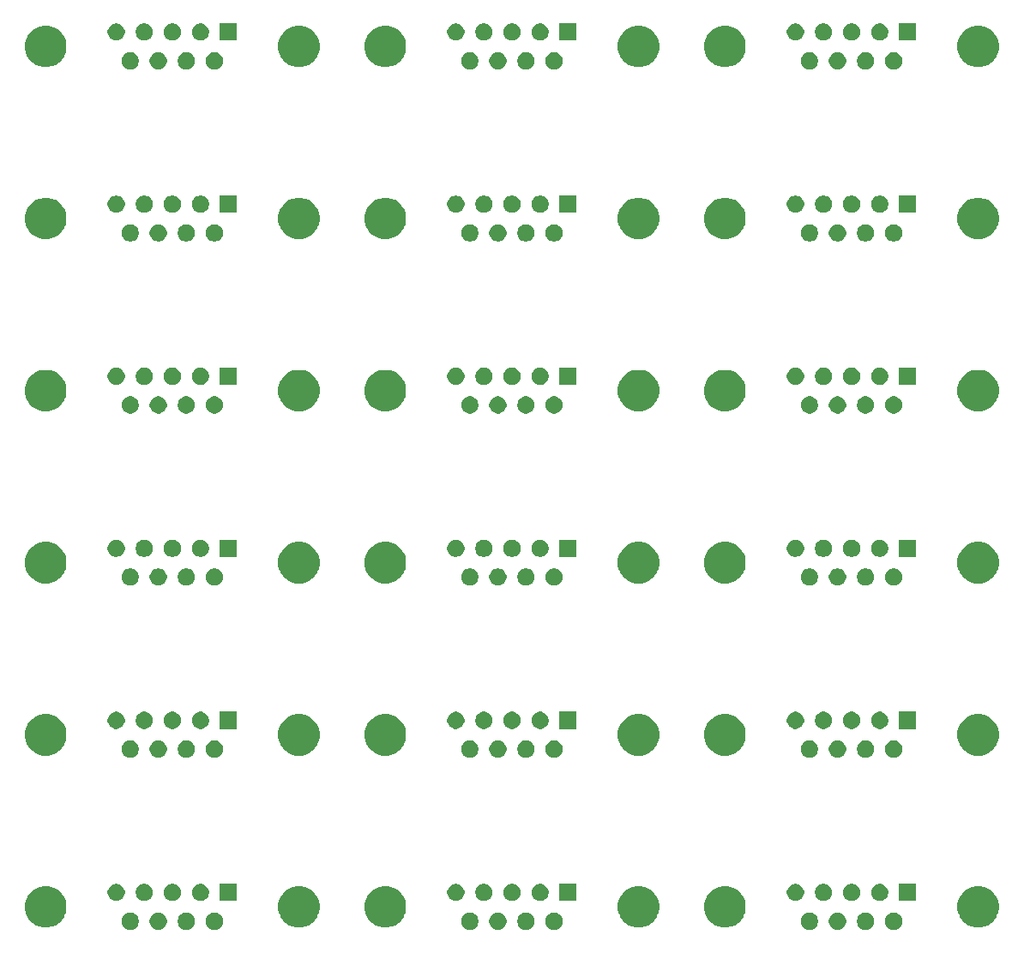
<source format=gbs>
%MOIN*%
%OFA0B0*%
%FSLAX46Y46*%
%IPPOS*%
%LPD*%
%ADD10C,0.0039370078740157488*%
%ADD21C,0.0039370078740157488*%
%ADD22C,0.0039370078740157488*%
%ADD23C,0.0039370078740157488*%
%ADD24C,0.0039370078740157488*%
%ADD25C,0.0039370078740157488*%
D10*
G36*
X0002140638Y0000276862D02*
G01*
X0002146736Y0000274336D01*
X0002152223Y0000270669D01*
X0002156890Y0000266003D01*
X0002160556Y0000260515D01*
X0002163082Y0000254418D01*
X0002164370Y0000247945D01*
X0002164370Y0000241345D01*
X0002163082Y0000234872D01*
X0002160556Y0000228775D01*
X0002156890Y0000223288D01*
X0002152223Y0000218621D01*
X0002146736Y0000214954D01*
X0002140638Y0000212429D01*
X0002134165Y0000211141D01*
X0002127566Y0000211141D01*
X0002121093Y0000212429D01*
X0002114996Y0000214954D01*
X0002109508Y0000218621D01*
X0002104841Y0000223288D01*
X0002101175Y0000228775D01*
X0002098649Y0000234872D01*
X0002097362Y0000241345D01*
X0002097362Y0000247945D01*
X0002098649Y0000254418D01*
X0002101175Y0000260515D01*
X0002104841Y0000266003D01*
X0002109508Y0000270669D01*
X0002114996Y0000274336D01*
X0002121093Y0000276862D01*
X0002127566Y0000278149D01*
X0002134165Y0000278149D01*
X0002140638Y0000276862D01*
X0002140638Y0000276862D01*
G37*
G36*
X0002031583Y0000276862D02*
G01*
X0002037681Y0000274336D01*
X0002043168Y0000270669D01*
X0002047835Y0000266003D01*
X0002051501Y0000260515D01*
X0002054027Y0000254418D01*
X0002055314Y0000247945D01*
X0002055314Y0000241345D01*
X0002054027Y0000234872D01*
X0002051501Y0000228775D01*
X0002047835Y0000223288D01*
X0002043168Y0000218621D01*
X0002037681Y0000214954D01*
X0002031583Y0000212429D01*
X0002025110Y0000211141D01*
X0002018511Y0000211141D01*
X0002012038Y0000212429D01*
X0002005940Y0000214954D01*
X0002000453Y0000218621D01*
X0001995786Y0000223288D01*
X0001992120Y0000228775D01*
X0001989594Y0000234872D01*
X0001988307Y0000241345D01*
X0001988307Y0000247945D01*
X0001989594Y0000254418D01*
X0001992120Y0000260515D01*
X0001995786Y0000266003D01*
X0002000453Y0000270669D01*
X0002005940Y0000274336D01*
X0002012038Y0000276862D01*
X0002018511Y0000278149D01*
X0002025110Y0000278149D01*
X0002031583Y0000276862D01*
X0002031583Y0000276862D01*
G37*
G36*
X0001922528Y0000276862D02*
G01*
X0001928625Y0000274336D01*
X0001934113Y0000270669D01*
X0001938780Y0000266003D01*
X0001942446Y0000260515D01*
X0001944972Y0000254418D01*
X0001946259Y0000247945D01*
X0001946259Y0000241345D01*
X0001944972Y0000234872D01*
X0001942446Y0000228775D01*
X0001938780Y0000223288D01*
X0001934113Y0000218621D01*
X0001928625Y0000214954D01*
X0001922528Y0000212429D01*
X0001916055Y0000211141D01*
X0001909456Y0000211141D01*
X0001902983Y0000212429D01*
X0001896885Y0000214954D01*
X0001891398Y0000218621D01*
X0001886731Y0000223288D01*
X0001883065Y0000228775D01*
X0001880539Y0000234872D01*
X0001879251Y0000241345D01*
X0001879251Y0000247945D01*
X0001880539Y0000254418D01*
X0001883065Y0000260515D01*
X0001886731Y0000266003D01*
X0001891398Y0000270669D01*
X0001896885Y0000274336D01*
X0001902983Y0000276862D01*
X0001909456Y0000278149D01*
X0001916055Y0000278149D01*
X0001922528Y0000276862D01*
X0001922528Y0000276862D01*
G37*
G36*
X0001813473Y0000276862D02*
G01*
X0001819570Y0000274336D01*
X0001825058Y0000270669D01*
X0001829725Y0000266003D01*
X0001833391Y0000260515D01*
X0001835917Y0000254418D01*
X0001837204Y0000247945D01*
X0001837204Y0000241345D01*
X0001835917Y0000234872D01*
X0001833391Y0000228775D01*
X0001829725Y0000223288D01*
X0001825058Y0000218621D01*
X0001819570Y0000214954D01*
X0001813473Y0000212429D01*
X0001807000Y0000211141D01*
X0001800400Y0000211141D01*
X0001793927Y0000212429D01*
X0001787830Y0000214954D01*
X0001782343Y0000218621D01*
X0001777676Y0000223288D01*
X0001774009Y0000228775D01*
X0001771484Y0000234872D01*
X0001770196Y0000241345D01*
X0001770196Y0000247945D01*
X0001771484Y0000254418D01*
X0001774009Y0000260515D01*
X0001777676Y0000266003D01*
X0001782343Y0000270669D01*
X0001787830Y0000274336D01*
X0001793927Y0000276862D01*
X0001800400Y0000278149D01*
X0001807000Y0000278149D01*
X0001813473Y0000276862D01*
X0001813473Y0000276862D01*
G37*
G36*
X0000493473Y0000276862D02*
G01*
X0000499570Y0000274336D01*
X0000505058Y0000270669D01*
X0000509724Y0000266003D01*
X0000513391Y0000260515D01*
X0000515917Y0000254418D01*
X0000517204Y0000247945D01*
X0000517204Y0000241345D01*
X0000515917Y0000234872D01*
X0000513391Y0000228775D01*
X0000509724Y0000223288D01*
X0000505058Y0000218621D01*
X0000499570Y0000214954D01*
X0000493473Y0000212429D01*
X0000487000Y0000211141D01*
X0000480400Y0000211141D01*
X0000473928Y0000212429D01*
X0000467830Y0000214954D01*
X0000462343Y0000218621D01*
X0000457676Y0000223288D01*
X0000454009Y0000228775D01*
X0000451484Y0000234872D01*
X0000450196Y0000241345D01*
X0000450196Y0000247945D01*
X0000451484Y0000254418D01*
X0000454009Y0000260515D01*
X0000457676Y0000266003D01*
X0000462343Y0000270669D01*
X0000467830Y0000274336D01*
X0000473928Y0000276862D01*
X0000480400Y0000278149D01*
X0000487000Y0000278149D01*
X0000493473Y0000276862D01*
X0000493473Y0000276862D01*
G37*
G36*
X0000602528Y0000276862D02*
G01*
X0000608625Y0000274336D01*
X0000614113Y0000270669D01*
X0000618780Y0000266003D01*
X0000622446Y0000260515D01*
X0000624972Y0000254418D01*
X0000626259Y0000247945D01*
X0000626259Y0000241345D01*
X0000624972Y0000234872D01*
X0000622446Y0000228775D01*
X0000618780Y0000223288D01*
X0000614113Y0000218621D01*
X0000608625Y0000214954D01*
X0000602528Y0000212429D01*
X0000596055Y0000211141D01*
X0000589456Y0000211141D01*
X0000582983Y0000212429D01*
X0000576885Y0000214954D01*
X0000571398Y0000218621D01*
X0000566731Y0000223288D01*
X0000563065Y0000228775D01*
X0000560539Y0000234872D01*
X0000559251Y0000241345D01*
X0000559251Y0000247945D01*
X0000560539Y0000254418D01*
X0000563065Y0000260515D01*
X0000566731Y0000266003D01*
X0000571398Y0000270669D01*
X0000576885Y0000274336D01*
X0000582983Y0000276862D01*
X0000589456Y0000278149D01*
X0000596055Y0000278149D01*
X0000602528Y0000276862D01*
X0000602528Y0000276862D01*
G37*
G36*
X0000711583Y0000276862D02*
G01*
X0000717681Y0000274336D01*
X0000723168Y0000270669D01*
X0000727835Y0000266003D01*
X0000731501Y0000260515D01*
X0000734027Y0000254418D01*
X0000735314Y0000247945D01*
X0000735314Y0000241345D01*
X0000734027Y0000234872D01*
X0000731501Y0000228775D01*
X0000727835Y0000223288D01*
X0000723168Y0000218621D01*
X0000717681Y0000214954D01*
X0000711583Y0000212429D01*
X0000705110Y0000211141D01*
X0000698511Y0000211141D01*
X0000692038Y0000212429D01*
X0000685940Y0000214954D01*
X0000680453Y0000218621D01*
X0000675786Y0000223288D01*
X0000672120Y0000228775D01*
X0000669594Y0000234872D01*
X0000668307Y0000241345D01*
X0000668307Y0000247945D01*
X0000669594Y0000254418D01*
X0000672120Y0000260515D01*
X0000675786Y0000266003D01*
X0000680453Y0000270669D01*
X0000685940Y0000274336D01*
X0000692038Y0000276862D01*
X0000698511Y0000278149D01*
X0000705110Y0000278149D01*
X0000711583Y0000276862D01*
X0000711583Y0000276862D01*
G37*
G36*
X0000820638Y0000276862D02*
G01*
X0000826736Y0000274336D01*
X0000832223Y0000270669D01*
X0000836890Y0000266003D01*
X0000840556Y0000260515D01*
X0000843082Y0000254418D01*
X0000844370Y0000247945D01*
X0000844370Y0000241345D01*
X0000843082Y0000234872D01*
X0000840556Y0000228775D01*
X0000836890Y0000223288D01*
X0000832223Y0000218621D01*
X0000826736Y0000214954D01*
X0000820638Y0000212429D01*
X0000814165Y0000211141D01*
X0000807566Y0000211141D01*
X0000801093Y0000212429D01*
X0000794996Y0000214954D01*
X0000789508Y0000218621D01*
X0000784841Y0000223288D01*
X0000781175Y0000228775D01*
X0000778649Y0000234872D01*
X0000777362Y0000241345D01*
X0000777362Y0000247945D01*
X0000778649Y0000254418D01*
X0000781175Y0000260515D01*
X0000784841Y0000266003D01*
X0000789508Y0000270669D01*
X0000794996Y0000274336D01*
X0000801093Y0000276862D01*
X0000807566Y0000278149D01*
X0000814165Y0000278149D01*
X0000820638Y0000276862D01*
X0000820638Y0000276862D01*
G37*
G36*
X0003460638Y0000276862D02*
G01*
X0003466736Y0000274336D01*
X0003472223Y0000270669D01*
X0003476890Y0000266003D01*
X0003480556Y0000260515D01*
X0003483082Y0000254418D01*
X0003484370Y0000247945D01*
X0003484370Y0000241345D01*
X0003483082Y0000234872D01*
X0003480556Y0000228775D01*
X0003476890Y0000223288D01*
X0003472223Y0000218621D01*
X0003466736Y0000214954D01*
X0003460638Y0000212429D01*
X0003454165Y0000211141D01*
X0003447566Y0000211141D01*
X0003441093Y0000212429D01*
X0003434996Y0000214954D01*
X0003429508Y0000218621D01*
X0003424841Y0000223288D01*
X0003421175Y0000228775D01*
X0003418649Y0000234872D01*
X0003417362Y0000241345D01*
X0003417362Y0000247945D01*
X0003418649Y0000254418D01*
X0003421175Y0000260515D01*
X0003424841Y0000266003D01*
X0003429508Y0000270669D01*
X0003434996Y0000274336D01*
X0003441093Y0000276862D01*
X0003447566Y0000278149D01*
X0003454165Y0000278149D01*
X0003460638Y0000276862D01*
X0003460638Y0000276862D01*
G37*
G36*
X0003351583Y0000276862D02*
G01*
X0003357681Y0000274336D01*
X0003363168Y0000270669D01*
X0003367835Y0000266003D01*
X0003371501Y0000260515D01*
X0003374027Y0000254418D01*
X0003375314Y0000247945D01*
X0003375314Y0000241345D01*
X0003374027Y0000234872D01*
X0003371501Y0000228775D01*
X0003367835Y0000223288D01*
X0003363168Y0000218621D01*
X0003357681Y0000214954D01*
X0003351583Y0000212429D01*
X0003345110Y0000211141D01*
X0003338511Y0000211141D01*
X0003332038Y0000212429D01*
X0003325940Y0000214954D01*
X0003320453Y0000218621D01*
X0003315786Y0000223288D01*
X0003312120Y0000228775D01*
X0003309594Y0000234872D01*
X0003308307Y0000241345D01*
X0003308307Y0000247945D01*
X0003309594Y0000254418D01*
X0003312120Y0000260515D01*
X0003315786Y0000266003D01*
X0003320453Y0000270669D01*
X0003325940Y0000274336D01*
X0003332038Y0000276862D01*
X0003338511Y0000278149D01*
X0003345110Y0000278149D01*
X0003351583Y0000276862D01*
X0003351583Y0000276862D01*
G37*
G36*
X0003133473Y0000276862D02*
G01*
X0003139570Y0000274336D01*
X0003145058Y0000270669D01*
X0003149725Y0000266003D01*
X0003153391Y0000260515D01*
X0003155917Y0000254418D01*
X0003157204Y0000247945D01*
X0003157204Y0000241345D01*
X0003155917Y0000234872D01*
X0003153391Y0000228775D01*
X0003149725Y0000223288D01*
X0003145058Y0000218621D01*
X0003139570Y0000214954D01*
X0003133473Y0000212429D01*
X0003127000Y0000211141D01*
X0003120400Y0000211141D01*
X0003113928Y0000212429D01*
X0003107830Y0000214954D01*
X0003102343Y0000218621D01*
X0003097676Y0000223288D01*
X0003094009Y0000228775D01*
X0003091484Y0000234872D01*
X0003090196Y0000241345D01*
X0003090196Y0000247945D01*
X0003091484Y0000254418D01*
X0003094009Y0000260515D01*
X0003097676Y0000266003D01*
X0003102343Y0000270669D01*
X0003107830Y0000274336D01*
X0003113928Y0000276862D01*
X0003120400Y0000278149D01*
X0003127000Y0000278149D01*
X0003133473Y0000276862D01*
X0003133473Y0000276862D01*
G37*
G36*
X0003242528Y0000276862D02*
G01*
X0003248625Y0000274336D01*
X0003254113Y0000270669D01*
X0003258780Y0000266003D01*
X0003262446Y0000260515D01*
X0003264972Y0000254418D01*
X0003266259Y0000247945D01*
X0003266259Y0000241345D01*
X0003264972Y0000234872D01*
X0003262446Y0000228775D01*
X0003258780Y0000223288D01*
X0003254113Y0000218621D01*
X0003248625Y0000214954D01*
X0003242528Y0000212429D01*
X0003236055Y0000211141D01*
X0003229456Y0000211141D01*
X0003222983Y0000212429D01*
X0003216885Y0000214954D01*
X0003211398Y0000218621D01*
X0003206731Y0000223288D01*
X0003203065Y0000228775D01*
X0003200539Y0000234872D01*
X0003199251Y0000241345D01*
X0003199251Y0000247945D01*
X0003200539Y0000254418D01*
X0003203065Y0000260515D01*
X0003206731Y0000266003D01*
X0003211398Y0000270669D01*
X0003216885Y0000274336D01*
X0003222983Y0000276862D01*
X0003229456Y0000278149D01*
X0003236055Y0000278149D01*
X0003242528Y0000276862D01*
X0003242528Y0000276862D01*
G37*
G36*
X0002818710Y0000378196D02*
G01*
X0002832880Y0000372326D01*
X0002833406Y0000372109D01*
X0002846631Y0000363272D01*
X0002857878Y0000352025D01*
X0002861447Y0000346683D01*
X0002866715Y0000338799D01*
X0002872802Y0000324104D01*
X0002875905Y0000308504D01*
X0002875905Y0000292598D01*
X0002872802Y0000276997D01*
X0002868248Y0000266003D01*
X0002866715Y0000262302D01*
X0002857878Y0000249077D01*
X0002846631Y0000237830D01*
X0002833406Y0000228993D01*
X0002833405Y0000228993D01*
X0002833405Y0000228993D01*
X0002818710Y0000222906D01*
X0002803110Y0000219803D01*
X0002787204Y0000219803D01*
X0002771604Y0000222906D01*
X0002756909Y0000228993D01*
X0002756908Y0000228993D01*
X0002756908Y0000228993D01*
X0002743683Y0000237830D01*
X0002732436Y0000249077D01*
X0002723599Y0000262302D01*
X0002722066Y0000266003D01*
X0002717512Y0000276997D01*
X0002714409Y0000292598D01*
X0002714409Y0000308504D01*
X0002717512Y0000324104D01*
X0002723599Y0000338799D01*
X0002728867Y0000346683D01*
X0002732436Y0000352025D01*
X0002743683Y0000363272D01*
X0002756908Y0000372109D01*
X0002757434Y0000372326D01*
X0002771604Y0000378196D01*
X0002787204Y0000381299D01*
X0002803110Y0000381299D01*
X0002818710Y0000378196D01*
X0002818710Y0000378196D01*
G37*
G36*
X0003802962Y0000378196D02*
G01*
X0003817132Y0000372326D01*
X0003817657Y0000372109D01*
X0003830883Y0000363272D01*
X0003842130Y0000352025D01*
X0003845699Y0000346683D01*
X0003850967Y0000338799D01*
X0003857054Y0000324104D01*
X0003860157Y0000308504D01*
X0003860157Y0000292598D01*
X0003857054Y0000276997D01*
X0003852500Y0000266003D01*
X0003850967Y0000262302D01*
X0003842130Y0000249077D01*
X0003830883Y0000237830D01*
X0003817657Y0000228993D01*
X0003817657Y0000228993D01*
X0003817657Y0000228993D01*
X0003802962Y0000222906D01*
X0003787362Y0000219803D01*
X0003771456Y0000219803D01*
X0003755856Y0000222906D01*
X0003741160Y0000228993D01*
X0003741160Y0000228993D01*
X0003741160Y0000228993D01*
X0003727935Y0000237830D01*
X0003716688Y0000249077D01*
X0003707851Y0000262302D01*
X0003706318Y0000266003D01*
X0003701764Y0000276997D01*
X0003698661Y0000292598D01*
X0003698661Y0000308504D01*
X0003701764Y0000324104D01*
X0003707851Y0000338799D01*
X0003713119Y0000346683D01*
X0003716688Y0000352025D01*
X0003727935Y0000363272D01*
X0003741160Y0000372109D01*
X0003741686Y0000372326D01*
X0003755856Y0000378196D01*
X0003771456Y0000381299D01*
X0003787362Y0000381299D01*
X0003802962Y0000378196D01*
X0003802962Y0000378196D01*
G37*
G36*
X0001498710Y0000378196D02*
G01*
X0001512880Y0000372326D01*
X0001513405Y0000372109D01*
X0001526631Y0000363272D01*
X0001537878Y0000352025D01*
X0001541447Y0000346683D01*
X0001546715Y0000338799D01*
X0001552802Y0000324104D01*
X0001555905Y0000308504D01*
X0001555905Y0000292598D01*
X0001552802Y0000276997D01*
X0001548248Y0000266003D01*
X0001546715Y0000262302D01*
X0001537878Y0000249077D01*
X0001526631Y0000237830D01*
X0001513405Y0000228993D01*
X0001513405Y0000228993D01*
X0001513405Y0000228993D01*
X0001498710Y0000222906D01*
X0001483110Y0000219803D01*
X0001467204Y0000219803D01*
X0001451604Y0000222906D01*
X0001436909Y0000228993D01*
X0001436908Y0000228993D01*
X0001436908Y0000228993D01*
X0001423683Y0000237830D01*
X0001412436Y0000249077D01*
X0001403599Y0000262302D01*
X0001402066Y0000266003D01*
X0001397512Y0000276997D01*
X0001394409Y0000292598D01*
X0001394409Y0000308504D01*
X0001397512Y0000324104D01*
X0001403599Y0000338799D01*
X0001408867Y0000346683D01*
X0001412436Y0000352025D01*
X0001423683Y0000363272D01*
X0001436908Y0000372109D01*
X0001437434Y0000372326D01*
X0001451604Y0000378196D01*
X0001467204Y0000381299D01*
X0001483110Y0000381299D01*
X0001498710Y0000378196D01*
X0001498710Y0000378196D01*
G37*
G36*
X0000178710Y0000378196D02*
G01*
X0000192880Y0000372326D01*
X0000193406Y0000372109D01*
X0000206631Y0000363272D01*
X0000217878Y0000352025D01*
X0000221447Y0000346683D01*
X0000226715Y0000338799D01*
X0000232802Y0000324104D01*
X0000235905Y0000308504D01*
X0000235905Y0000292598D01*
X0000232802Y0000276997D01*
X0000228248Y0000266003D01*
X0000226715Y0000262302D01*
X0000217878Y0000249077D01*
X0000206631Y0000237830D01*
X0000193406Y0000228993D01*
X0000193405Y0000228993D01*
X0000193405Y0000228993D01*
X0000178710Y0000222906D01*
X0000163110Y0000219803D01*
X0000147204Y0000219803D01*
X0000131604Y0000222906D01*
X0000116908Y0000228993D01*
X0000116908Y0000228993D01*
X0000116908Y0000228993D01*
X0000103683Y0000237830D01*
X0000092436Y0000249077D01*
X0000083599Y0000262302D01*
X0000082066Y0000266003D01*
X0000077512Y0000276997D01*
X0000074409Y0000292598D01*
X0000074409Y0000308504D01*
X0000077512Y0000324104D01*
X0000083599Y0000338799D01*
X0000088867Y0000346683D01*
X0000092436Y0000352025D01*
X0000103683Y0000363272D01*
X0000116908Y0000372109D01*
X0000117434Y0000372326D01*
X0000131604Y0000378196D01*
X0000147204Y0000381299D01*
X0000163110Y0000381299D01*
X0000178710Y0000378196D01*
X0000178710Y0000378196D01*
G37*
G36*
X0001162962Y0000378196D02*
G01*
X0001177132Y0000372326D01*
X0001177657Y0000372109D01*
X0001190883Y0000363272D01*
X0001202130Y0000352025D01*
X0001205699Y0000346683D01*
X0001210967Y0000338799D01*
X0001217054Y0000324104D01*
X0001220157Y0000308504D01*
X0001220157Y0000292598D01*
X0001217054Y0000276997D01*
X0001212500Y0000266003D01*
X0001210967Y0000262302D01*
X0001202130Y0000249077D01*
X0001190883Y0000237830D01*
X0001177657Y0000228993D01*
X0001177657Y0000228993D01*
X0001177657Y0000228993D01*
X0001162962Y0000222906D01*
X0001147362Y0000219803D01*
X0001131456Y0000219803D01*
X0001115856Y0000222906D01*
X0001101160Y0000228993D01*
X0001101160Y0000228993D01*
X0001101160Y0000228993D01*
X0001087935Y0000237830D01*
X0001076688Y0000249077D01*
X0001067851Y0000262302D01*
X0001066318Y0000266003D01*
X0001061764Y0000276997D01*
X0001058661Y0000292598D01*
X0001058661Y0000308504D01*
X0001061764Y0000324104D01*
X0001067851Y0000338799D01*
X0001073119Y0000346683D01*
X0001076688Y0000352025D01*
X0001087935Y0000363272D01*
X0001101160Y0000372109D01*
X0001101686Y0000372326D01*
X0001115856Y0000378196D01*
X0001131456Y0000381299D01*
X0001147362Y0000381299D01*
X0001162962Y0000378196D01*
X0001162962Y0000378196D01*
G37*
G36*
X0002482962Y0000378196D02*
G01*
X0002497132Y0000372326D01*
X0002497657Y0000372109D01*
X0002510883Y0000363272D01*
X0002522130Y0000352025D01*
X0002525699Y0000346683D01*
X0002530967Y0000338799D01*
X0002537054Y0000324104D01*
X0002540157Y0000308504D01*
X0002540157Y0000292598D01*
X0002537054Y0000276997D01*
X0002532500Y0000266003D01*
X0002530967Y0000262302D01*
X0002522130Y0000249077D01*
X0002510883Y0000237830D01*
X0002497657Y0000228993D01*
X0002497657Y0000228993D01*
X0002497657Y0000228993D01*
X0002482962Y0000222906D01*
X0002467362Y0000219803D01*
X0002451456Y0000219803D01*
X0002435856Y0000222906D01*
X0002421160Y0000228993D01*
X0002421160Y0000228993D01*
X0002421160Y0000228993D01*
X0002407935Y0000237830D01*
X0002396688Y0000249077D01*
X0002387851Y0000262302D01*
X0002386318Y0000266003D01*
X0002381764Y0000276997D01*
X0002378661Y0000292598D01*
X0002378661Y0000308504D01*
X0002381764Y0000324104D01*
X0002387851Y0000338799D01*
X0002393119Y0000346683D01*
X0002396688Y0000352025D01*
X0002407935Y0000363272D01*
X0002421160Y0000372109D01*
X0002421686Y0000372326D01*
X0002435856Y0000378196D01*
X0002451456Y0000381299D01*
X0002467362Y0000381299D01*
X0002482962Y0000378196D01*
X0002482962Y0000378196D01*
G37*
G36*
X0001758945Y0000388673D02*
G01*
X0001765043Y0000386147D01*
X0001770530Y0000382480D01*
X0001775197Y0000377814D01*
X0001778864Y0000372326D01*
X0001781389Y0000366229D01*
X0001782677Y0000359756D01*
X0001782677Y0000353156D01*
X0001781389Y0000346683D01*
X0001778864Y0000340586D01*
X0001775197Y0000335099D01*
X0001770530Y0000330432D01*
X0001765043Y0000326765D01*
X0001758945Y0000324240D01*
X0001752473Y0000322952D01*
X0001745873Y0000322952D01*
X0001739400Y0000324240D01*
X0001733303Y0000326765D01*
X0001727815Y0000330432D01*
X0001723148Y0000335099D01*
X0001719482Y0000340586D01*
X0001716956Y0000346683D01*
X0001715669Y0000353156D01*
X0001715669Y0000359756D01*
X0001716956Y0000366229D01*
X0001719482Y0000372326D01*
X0001723148Y0000377814D01*
X0001727815Y0000382480D01*
X0001733303Y0000386147D01*
X0001739400Y0000388673D01*
X0001745873Y0000389960D01*
X0001752473Y0000389960D01*
X0001758945Y0000388673D01*
X0001758945Y0000388673D01*
G37*
G36*
X0001868001Y0000388673D02*
G01*
X0001874098Y0000386147D01*
X0001879585Y0000382480D01*
X0001884252Y0000377814D01*
X0001887919Y0000372326D01*
X0001890444Y0000366229D01*
X0001891732Y0000359756D01*
X0001891732Y0000353156D01*
X0001890444Y0000346683D01*
X0001887919Y0000340586D01*
X0001884252Y0000335099D01*
X0001879585Y0000330432D01*
X0001874098Y0000326765D01*
X0001868001Y0000324240D01*
X0001861528Y0000322952D01*
X0001854928Y0000322952D01*
X0001848455Y0000324240D01*
X0001842358Y0000326765D01*
X0001836870Y0000330432D01*
X0001832204Y0000335099D01*
X0001828537Y0000340586D01*
X0001826011Y0000346683D01*
X0001824724Y0000353156D01*
X0001824724Y0000359756D01*
X0001826011Y0000366229D01*
X0001828537Y0000372326D01*
X0001832204Y0000377814D01*
X0001836870Y0000382480D01*
X0001842358Y0000386147D01*
X0001848455Y0000388673D01*
X0001854928Y0000389960D01*
X0001861528Y0000389960D01*
X0001868001Y0000388673D01*
X0001868001Y0000388673D01*
G37*
G36*
X0001977056Y0000388673D02*
G01*
X0001983153Y0000386147D01*
X0001988640Y0000382480D01*
X0001993307Y0000377814D01*
X0001996974Y0000372326D01*
X0001999499Y0000366229D01*
X0002000787Y0000359756D01*
X0002000787Y0000353156D01*
X0001999499Y0000346683D01*
X0001996974Y0000340586D01*
X0001993307Y0000335099D01*
X0001988640Y0000330432D01*
X0001983153Y0000326765D01*
X0001977056Y0000324240D01*
X0001970583Y0000322952D01*
X0001963983Y0000322952D01*
X0001957510Y0000324240D01*
X0001951413Y0000326765D01*
X0001945925Y0000330432D01*
X0001941259Y0000335099D01*
X0001937592Y0000340586D01*
X0001935067Y0000346683D01*
X0001933779Y0000353156D01*
X0001933779Y0000359756D01*
X0001935067Y0000366229D01*
X0001937592Y0000372326D01*
X0001941259Y0000377814D01*
X0001945925Y0000382480D01*
X0001951413Y0000386147D01*
X0001957510Y0000388673D01*
X0001963983Y0000389960D01*
X0001970583Y0000389960D01*
X0001977056Y0000388673D01*
X0001977056Y0000388673D01*
G37*
G36*
X0002086111Y0000388673D02*
G01*
X0002092208Y0000386147D01*
X0002097696Y0000382480D01*
X0002102362Y0000377814D01*
X0002106029Y0000372326D01*
X0002108555Y0000366229D01*
X0002109842Y0000359756D01*
X0002109842Y0000353156D01*
X0002108555Y0000346683D01*
X0002106029Y0000340586D01*
X0002102362Y0000335099D01*
X0002097696Y0000330432D01*
X0002092208Y0000326765D01*
X0002086111Y0000324240D01*
X0002079638Y0000322952D01*
X0002073038Y0000322952D01*
X0002066565Y0000324240D01*
X0002060468Y0000326765D01*
X0002054981Y0000330432D01*
X0002050314Y0000335099D01*
X0002046647Y0000340586D01*
X0002044122Y0000346683D01*
X0002042834Y0000353156D01*
X0002042834Y0000359756D01*
X0002044122Y0000366229D01*
X0002046647Y0000372326D01*
X0002050314Y0000377814D01*
X0002054981Y0000382480D01*
X0002060468Y0000386147D01*
X0002066565Y0000388673D01*
X0002073038Y0000389960D01*
X0002079638Y0000389960D01*
X0002086111Y0000388673D01*
X0002086111Y0000388673D01*
G37*
G36*
X0002218897Y0000322952D02*
G01*
X0002151889Y0000322952D01*
X0002151889Y0000389960D01*
X0002218897Y0000389960D01*
X0002218897Y0000322952D01*
X0002218897Y0000322952D01*
G37*
G36*
X0003078945Y0000388673D02*
G01*
X0003085043Y0000386147D01*
X0003090530Y0000382480D01*
X0003095197Y0000377814D01*
X0003098864Y0000372326D01*
X0003101389Y0000366229D01*
X0003102677Y0000359756D01*
X0003102677Y0000353156D01*
X0003101389Y0000346683D01*
X0003098864Y0000340586D01*
X0003095197Y0000335099D01*
X0003090530Y0000330432D01*
X0003085043Y0000326765D01*
X0003078945Y0000324240D01*
X0003072473Y0000322952D01*
X0003065873Y0000322952D01*
X0003059400Y0000324240D01*
X0003053303Y0000326765D01*
X0003047815Y0000330432D01*
X0003043149Y0000335099D01*
X0003039482Y0000340586D01*
X0003036956Y0000346683D01*
X0003035669Y0000353156D01*
X0003035669Y0000359756D01*
X0003036956Y0000366229D01*
X0003039482Y0000372326D01*
X0003043149Y0000377814D01*
X0003047815Y0000382480D01*
X0003053303Y0000386147D01*
X0003059400Y0000388673D01*
X0003065873Y0000389960D01*
X0003072473Y0000389960D01*
X0003078945Y0000388673D01*
X0003078945Y0000388673D01*
G37*
G36*
X0003188001Y0000388673D02*
G01*
X0003194098Y0000386147D01*
X0003199585Y0000382480D01*
X0003204252Y0000377814D01*
X0003207919Y0000372326D01*
X0003210444Y0000366229D01*
X0003211732Y0000359756D01*
X0003211732Y0000353156D01*
X0003210444Y0000346683D01*
X0003207919Y0000340586D01*
X0003204252Y0000335099D01*
X0003199585Y0000330432D01*
X0003194098Y0000326765D01*
X0003188001Y0000324240D01*
X0003181528Y0000322952D01*
X0003174928Y0000322952D01*
X0003168455Y0000324240D01*
X0003162358Y0000326765D01*
X0003156870Y0000330432D01*
X0003152204Y0000335099D01*
X0003148537Y0000340586D01*
X0003146011Y0000346683D01*
X0003144724Y0000353156D01*
X0003144724Y0000359756D01*
X0003146011Y0000366229D01*
X0003148537Y0000372326D01*
X0003152204Y0000377814D01*
X0003156870Y0000382480D01*
X0003162358Y0000386147D01*
X0003168455Y0000388673D01*
X0003174928Y0000389960D01*
X0003181528Y0000389960D01*
X0003188001Y0000388673D01*
X0003188001Y0000388673D01*
G37*
G36*
X0003297056Y0000388673D02*
G01*
X0003303153Y0000386147D01*
X0003308640Y0000382480D01*
X0003313307Y0000377814D01*
X0003316974Y0000372326D01*
X0003319499Y0000366229D01*
X0003320787Y0000359756D01*
X0003320787Y0000353156D01*
X0003319499Y0000346683D01*
X0003316974Y0000340586D01*
X0003313307Y0000335099D01*
X0003308640Y0000330432D01*
X0003303153Y0000326765D01*
X0003297056Y0000324240D01*
X0003290583Y0000322952D01*
X0003283983Y0000322952D01*
X0003277510Y0000324240D01*
X0003271413Y0000326765D01*
X0003265925Y0000330432D01*
X0003261259Y0000335099D01*
X0003257592Y0000340586D01*
X0003255067Y0000346683D01*
X0003253779Y0000353156D01*
X0003253779Y0000359756D01*
X0003255067Y0000366229D01*
X0003257592Y0000372326D01*
X0003261259Y0000377814D01*
X0003265925Y0000382480D01*
X0003271413Y0000386147D01*
X0003277510Y0000388673D01*
X0003283983Y0000389960D01*
X0003290583Y0000389960D01*
X0003297056Y0000388673D01*
X0003297056Y0000388673D01*
G37*
G36*
X0000898897Y0000322952D02*
G01*
X0000831889Y0000322952D01*
X0000831889Y0000389960D01*
X0000898897Y0000389960D01*
X0000898897Y0000322952D01*
X0000898897Y0000322952D01*
G37*
G36*
X0000766111Y0000388673D02*
G01*
X0000772208Y0000386147D01*
X0000777696Y0000382480D01*
X0000782362Y0000377814D01*
X0000786029Y0000372326D01*
X0000788555Y0000366229D01*
X0000789842Y0000359756D01*
X0000789842Y0000353156D01*
X0000788555Y0000346683D01*
X0000786029Y0000340586D01*
X0000782362Y0000335099D01*
X0000777696Y0000330432D01*
X0000772208Y0000326765D01*
X0000766111Y0000324240D01*
X0000759638Y0000322952D01*
X0000753038Y0000322952D01*
X0000746565Y0000324240D01*
X0000740468Y0000326765D01*
X0000734981Y0000330432D01*
X0000730314Y0000335099D01*
X0000726647Y0000340586D01*
X0000724122Y0000346683D01*
X0000722834Y0000353156D01*
X0000722834Y0000359756D01*
X0000724122Y0000366229D01*
X0000726647Y0000372326D01*
X0000730314Y0000377814D01*
X0000734981Y0000382480D01*
X0000740468Y0000386147D01*
X0000746565Y0000388673D01*
X0000753038Y0000389960D01*
X0000759638Y0000389960D01*
X0000766111Y0000388673D01*
X0000766111Y0000388673D01*
G37*
G36*
X0000657056Y0000388673D02*
G01*
X0000663153Y0000386147D01*
X0000668640Y0000382480D01*
X0000673307Y0000377814D01*
X0000676974Y0000372326D01*
X0000679499Y0000366229D01*
X0000680787Y0000359756D01*
X0000680787Y0000353156D01*
X0000679499Y0000346683D01*
X0000676974Y0000340586D01*
X0000673307Y0000335099D01*
X0000668640Y0000330432D01*
X0000663153Y0000326765D01*
X0000657056Y0000324240D01*
X0000650583Y0000322952D01*
X0000643983Y0000322952D01*
X0000637510Y0000324240D01*
X0000631413Y0000326765D01*
X0000625925Y0000330432D01*
X0000621259Y0000335099D01*
X0000617592Y0000340586D01*
X0000615067Y0000346683D01*
X0000613779Y0000353156D01*
X0000613779Y0000359756D01*
X0000615067Y0000366229D01*
X0000617592Y0000372326D01*
X0000621259Y0000377814D01*
X0000625925Y0000382480D01*
X0000631413Y0000386147D01*
X0000637510Y0000388673D01*
X0000643983Y0000389960D01*
X0000650583Y0000389960D01*
X0000657056Y0000388673D01*
X0000657056Y0000388673D01*
G37*
G36*
X0000548001Y0000388673D02*
G01*
X0000554098Y0000386147D01*
X0000559585Y0000382480D01*
X0000564252Y0000377814D01*
X0000567919Y0000372326D01*
X0000570444Y0000366229D01*
X0000571732Y0000359756D01*
X0000571732Y0000353156D01*
X0000570444Y0000346683D01*
X0000567919Y0000340586D01*
X0000564252Y0000335099D01*
X0000559585Y0000330432D01*
X0000554098Y0000326765D01*
X0000548001Y0000324240D01*
X0000541528Y0000322952D01*
X0000534928Y0000322952D01*
X0000528455Y0000324240D01*
X0000522358Y0000326765D01*
X0000516870Y0000330432D01*
X0000512204Y0000335099D01*
X0000508537Y0000340586D01*
X0000506011Y0000346683D01*
X0000504724Y0000353156D01*
X0000504724Y0000359756D01*
X0000506011Y0000366229D01*
X0000508537Y0000372326D01*
X0000512204Y0000377814D01*
X0000516870Y0000382480D01*
X0000522358Y0000386147D01*
X0000528455Y0000388673D01*
X0000534928Y0000389960D01*
X0000541528Y0000389960D01*
X0000548001Y0000388673D01*
X0000548001Y0000388673D01*
G37*
G36*
X0000438945Y0000388673D02*
G01*
X0000445043Y0000386147D01*
X0000450530Y0000382480D01*
X0000455197Y0000377814D01*
X0000458864Y0000372326D01*
X0000461389Y0000366229D01*
X0000462677Y0000359756D01*
X0000462677Y0000353156D01*
X0000461389Y0000346683D01*
X0000458864Y0000340586D01*
X0000455197Y0000335099D01*
X0000450530Y0000330432D01*
X0000445043Y0000326765D01*
X0000438945Y0000324240D01*
X0000432473Y0000322952D01*
X0000425873Y0000322952D01*
X0000419400Y0000324240D01*
X0000413303Y0000326765D01*
X0000407815Y0000330432D01*
X0000403149Y0000335099D01*
X0000399482Y0000340586D01*
X0000396956Y0000346683D01*
X0000395669Y0000353156D01*
X0000395669Y0000359756D01*
X0000396956Y0000366229D01*
X0000399482Y0000372326D01*
X0000403149Y0000377814D01*
X0000407815Y0000382480D01*
X0000413303Y0000386147D01*
X0000419400Y0000388673D01*
X0000425873Y0000389960D01*
X0000432473Y0000389960D01*
X0000438945Y0000388673D01*
X0000438945Y0000388673D01*
G37*
G36*
X0003406111Y0000388673D02*
G01*
X0003412208Y0000386147D01*
X0003417696Y0000382480D01*
X0003422362Y0000377814D01*
X0003426029Y0000372326D01*
X0003428555Y0000366229D01*
X0003429842Y0000359756D01*
X0003429842Y0000353156D01*
X0003428555Y0000346683D01*
X0003426029Y0000340586D01*
X0003422362Y0000335099D01*
X0003417696Y0000330432D01*
X0003412208Y0000326765D01*
X0003406111Y0000324240D01*
X0003399638Y0000322952D01*
X0003393038Y0000322952D01*
X0003386565Y0000324240D01*
X0003380468Y0000326765D01*
X0003374981Y0000330432D01*
X0003370314Y0000335099D01*
X0003366647Y0000340586D01*
X0003364122Y0000346683D01*
X0003362834Y0000353156D01*
X0003362834Y0000359756D01*
X0003364122Y0000366229D01*
X0003366647Y0000372326D01*
X0003370314Y0000377814D01*
X0003374981Y0000382480D01*
X0003380468Y0000386147D01*
X0003386565Y0000388673D01*
X0003393038Y0000389960D01*
X0003399638Y0000389960D01*
X0003406111Y0000388673D01*
X0003406111Y0000388673D01*
G37*
G36*
X0003538897Y0000322952D02*
G01*
X0003471889Y0000322952D01*
X0003471889Y0000389960D01*
X0003538897Y0000389960D01*
X0003538897Y0000322952D01*
X0003538897Y0000322952D01*
G37*
G04 next file*
G04 #@! TF.GenerationSoftware,KiCad,Pcbnew,(5.1.2)-2*
G04 #@! TF.CreationDate,2019-11-27T23:52:17-06:00*
G04 #@! TF.ProjectId,ti99-joystick,74693939-2d6a-46f7-9973-7469636b2e6b,rev?*
G04 #@! TF.SameCoordinates,Original*
G04 #@! TF.FileFunction,Soldermask,Bot*
G04 #@! TF.FilePolarity,Negative*
G04 Gerber Fmt 4.6, Leading zero omitted, Abs format (unit mm)*
G04 Created by KiCad (PCBNEW (5.1.2)-2) date 2019-11-27 23:52:17*
G04 APERTURE LIST*
G04 APERTURE END LIST*
D21*
G36*
X0002140638Y0000946153D02*
G01*
X0002146736Y0000943627D01*
X0002152223Y0000939961D01*
X0002156890Y0000935294D01*
X0002160556Y0000929807D01*
X0002163082Y0000923709D01*
X0002164370Y0000917236D01*
X0002164370Y0000910637D01*
X0002163082Y0000904164D01*
X0002160556Y0000898066D01*
X0002156890Y0000892579D01*
X0002152223Y0000887912D01*
X0002146736Y0000884246D01*
X0002140638Y0000881720D01*
X0002134165Y0000880433D01*
X0002127566Y0000880433D01*
X0002121093Y0000881720D01*
X0002114996Y0000884246D01*
X0002109508Y0000887912D01*
X0002104841Y0000892579D01*
X0002101175Y0000898066D01*
X0002098649Y0000904164D01*
X0002097362Y0000910637D01*
X0002097362Y0000917236D01*
X0002098649Y0000923709D01*
X0002101175Y0000929807D01*
X0002104841Y0000935294D01*
X0002109508Y0000939961D01*
X0002114996Y0000943627D01*
X0002121093Y0000946153D01*
X0002127566Y0000947440D01*
X0002134165Y0000947440D01*
X0002140638Y0000946153D01*
X0002140638Y0000946153D01*
G37*
G36*
X0002031583Y0000946153D02*
G01*
X0002037681Y0000943627D01*
X0002043168Y0000939961D01*
X0002047835Y0000935294D01*
X0002051501Y0000929807D01*
X0002054027Y0000923709D01*
X0002055314Y0000917236D01*
X0002055314Y0000910637D01*
X0002054027Y0000904164D01*
X0002051501Y0000898066D01*
X0002047835Y0000892579D01*
X0002043168Y0000887912D01*
X0002037681Y0000884246D01*
X0002031583Y0000881720D01*
X0002025110Y0000880433D01*
X0002018511Y0000880433D01*
X0002012038Y0000881720D01*
X0002005940Y0000884246D01*
X0002000453Y0000887912D01*
X0001995786Y0000892579D01*
X0001992120Y0000898066D01*
X0001989594Y0000904164D01*
X0001988307Y0000910637D01*
X0001988307Y0000917236D01*
X0001989594Y0000923709D01*
X0001992120Y0000929807D01*
X0001995786Y0000935294D01*
X0002000453Y0000939961D01*
X0002005940Y0000943627D01*
X0002012038Y0000946153D01*
X0002018511Y0000947440D01*
X0002025110Y0000947440D01*
X0002031583Y0000946153D01*
X0002031583Y0000946153D01*
G37*
G36*
X0001922528Y0000946153D02*
G01*
X0001928625Y0000943627D01*
X0001934113Y0000939961D01*
X0001938780Y0000935294D01*
X0001942446Y0000929807D01*
X0001944972Y0000923709D01*
X0001946259Y0000917236D01*
X0001946259Y0000910637D01*
X0001944972Y0000904164D01*
X0001942446Y0000898066D01*
X0001938780Y0000892579D01*
X0001934113Y0000887912D01*
X0001928625Y0000884246D01*
X0001922528Y0000881720D01*
X0001916055Y0000880433D01*
X0001909456Y0000880433D01*
X0001902983Y0000881720D01*
X0001896885Y0000884246D01*
X0001891398Y0000887912D01*
X0001886731Y0000892579D01*
X0001883065Y0000898066D01*
X0001880539Y0000904164D01*
X0001879251Y0000910637D01*
X0001879251Y0000917236D01*
X0001880539Y0000923709D01*
X0001883065Y0000929807D01*
X0001886731Y0000935294D01*
X0001891398Y0000939961D01*
X0001896885Y0000943627D01*
X0001902983Y0000946153D01*
X0001909456Y0000947440D01*
X0001916055Y0000947440D01*
X0001922528Y0000946153D01*
X0001922528Y0000946153D01*
G37*
G36*
X0001813473Y0000946153D02*
G01*
X0001819570Y0000943627D01*
X0001825058Y0000939961D01*
X0001829725Y0000935294D01*
X0001833391Y0000929807D01*
X0001835917Y0000923709D01*
X0001837204Y0000917236D01*
X0001837204Y0000910637D01*
X0001835917Y0000904164D01*
X0001833391Y0000898066D01*
X0001829725Y0000892579D01*
X0001825058Y0000887912D01*
X0001819570Y0000884246D01*
X0001813473Y0000881720D01*
X0001807000Y0000880433D01*
X0001800400Y0000880433D01*
X0001793927Y0000881720D01*
X0001787830Y0000884246D01*
X0001782343Y0000887912D01*
X0001777676Y0000892579D01*
X0001774009Y0000898066D01*
X0001771484Y0000904164D01*
X0001770196Y0000910637D01*
X0001770196Y0000917236D01*
X0001771484Y0000923709D01*
X0001774009Y0000929807D01*
X0001777676Y0000935294D01*
X0001782343Y0000939961D01*
X0001787830Y0000943627D01*
X0001793927Y0000946153D01*
X0001800400Y0000947440D01*
X0001807000Y0000947440D01*
X0001813473Y0000946153D01*
X0001813473Y0000946153D01*
G37*
G36*
X0000493473Y0000946153D02*
G01*
X0000499570Y0000943627D01*
X0000505058Y0000939961D01*
X0000509724Y0000935294D01*
X0000513391Y0000929807D01*
X0000515917Y0000923709D01*
X0000517204Y0000917236D01*
X0000517204Y0000910637D01*
X0000515917Y0000904164D01*
X0000513391Y0000898066D01*
X0000509724Y0000892579D01*
X0000505058Y0000887912D01*
X0000499570Y0000884246D01*
X0000493473Y0000881720D01*
X0000487000Y0000880433D01*
X0000480400Y0000880433D01*
X0000473928Y0000881720D01*
X0000467830Y0000884246D01*
X0000462343Y0000887912D01*
X0000457676Y0000892579D01*
X0000454009Y0000898066D01*
X0000451484Y0000904164D01*
X0000450196Y0000910637D01*
X0000450196Y0000917236D01*
X0000451484Y0000923709D01*
X0000454009Y0000929807D01*
X0000457676Y0000935294D01*
X0000462343Y0000939961D01*
X0000467830Y0000943627D01*
X0000473928Y0000946153D01*
X0000480400Y0000947440D01*
X0000487000Y0000947440D01*
X0000493473Y0000946153D01*
X0000493473Y0000946153D01*
G37*
G36*
X0000602528Y0000946153D02*
G01*
X0000608625Y0000943627D01*
X0000614113Y0000939961D01*
X0000618780Y0000935294D01*
X0000622446Y0000929807D01*
X0000624972Y0000923709D01*
X0000626259Y0000917236D01*
X0000626259Y0000910637D01*
X0000624972Y0000904164D01*
X0000622446Y0000898066D01*
X0000618780Y0000892579D01*
X0000614113Y0000887912D01*
X0000608625Y0000884246D01*
X0000602528Y0000881720D01*
X0000596055Y0000880433D01*
X0000589456Y0000880433D01*
X0000582983Y0000881720D01*
X0000576885Y0000884246D01*
X0000571398Y0000887912D01*
X0000566731Y0000892579D01*
X0000563065Y0000898066D01*
X0000560539Y0000904164D01*
X0000559251Y0000910637D01*
X0000559251Y0000917236D01*
X0000560539Y0000923709D01*
X0000563065Y0000929807D01*
X0000566731Y0000935294D01*
X0000571398Y0000939961D01*
X0000576885Y0000943627D01*
X0000582983Y0000946153D01*
X0000589456Y0000947440D01*
X0000596055Y0000947440D01*
X0000602528Y0000946153D01*
X0000602528Y0000946153D01*
G37*
G36*
X0000711583Y0000946153D02*
G01*
X0000717681Y0000943627D01*
X0000723168Y0000939961D01*
X0000727835Y0000935294D01*
X0000731501Y0000929807D01*
X0000734027Y0000923709D01*
X0000735314Y0000917236D01*
X0000735314Y0000910637D01*
X0000734027Y0000904164D01*
X0000731501Y0000898066D01*
X0000727835Y0000892579D01*
X0000723168Y0000887912D01*
X0000717681Y0000884246D01*
X0000711583Y0000881720D01*
X0000705110Y0000880433D01*
X0000698511Y0000880433D01*
X0000692038Y0000881720D01*
X0000685940Y0000884246D01*
X0000680453Y0000887912D01*
X0000675786Y0000892579D01*
X0000672120Y0000898066D01*
X0000669594Y0000904164D01*
X0000668307Y0000910637D01*
X0000668307Y0000917236D01*
X0000669594Y0000923709D01*
X0000672120Y0000929807D01*
X0000675786Y0000935294D01*
X0000680453Y0000939961D01*
X0000685940Y0000943627D01*
X0000692038Y0000946153D01*
X0000698511Y0000947440D01*
X0000705110Y0000947440D01*
X0000711583Y0000946153D01*
X0000711583Y0000946153D01*
G37*
G36*
X0000820638Y0000946153D02*
G01*
X0000826736Y0000943627D01*
X0000832223Y0000939961D01*
X0000836890Y0000935294D01*
X0000840556Y0000929807D01*
X0000843082Y0000923709D01*
X0000844370Y0000917236D01*
X0000844370Y0000910637D01*
X0000843082Y0000904164D01*
X0000840556Y0000898066D01*
X0000836890Y0000892579D01*
X0000832223Y0000887912D01*
X0000826736Y0000884246D01*
X0000820638Y0000881720D01*
X0000814165Y0000880433D01*
X0000807566Y0000880433D01*
X0000801093Y0000881720D01*
X0000794996Y0000884246D01*
X0000789508Y0000887912D01*
X0000784841Y0000892579D01*
X0000781175Y0000898066D01*
X0000778649Y0000904164D01*
X0000777362Y0000910637D01*
X0000777362Y0000917236D01*
X0000778649Y0000923709D01*
X0000781175Y0000929807D01*
X0000784841Y0000935294D01*
X0000789508Y0000939961D01*
X0000794996Y0000943627D01*
X0000801093Y0000946153D01*
X0000807566Y0000947440D01*
X0000814165Y0000947440D01*
X0000820638Y0000946153D01*
X0000820638Y0000946153D01*
G37*
G36*
X0003460638Y0000946153D02*
G01*
X0003466736Y0000943627D01*
X0003472223Y0000939961D01*
X0003476890Y0000935294D01*
X0003480556Y0000929807D01*
X0003483082Y0000923709D01*
X0003484370Y0000917236D01*
X0003484370Y0000910637D01*
X0003483082Y0000904164D01*
X0003480556Y0000898066D01*
X0003476890Y0000892579D01*
X0003472223Y0000887912D01*
X0003466736Y0000884246D01*
X0003460638Y0000881720D01*
X0003454165Y0000880433D01*
X0003447566Y0000880433D01*
X0003441093Y0000881720D01*
X0003434996Y0000884246D01*
X0003429508Y0000887912D01*
X0003424841Y0000892579D01*
X0003421175Y0000898066D01*
X0003418649Y0000904164D01*
X0003417362Y0000910637D01*
X0003417362Y0000917236D01*
X0003418649Y0000923709D01*
X0003421175Y0000929807D01*
X0003424841Y0000935294D01*
X0003429508Y0000939961D01*
X0003434996Y0000943627D01*
X0003441093Y0000946153D01*
X0003447566Y0000947440D01*
X0003454165Y0000947440D01*
X0003460638Y0000946153D01*
X0003460638Y0000946153D01*
G37*
G36*
X0003351583Y0000946153D02*
G01*
X0003357681Y0000943627D01*
X0003363168Y0000939961D01*
X0003367835Y0000935294D01*
X0003371501Y0000929807D01*
X0003374027Y0000923709D01*
X0003375314Y0000917236D01*
X0003375314Y0000910637D01*
X0003374027Y0000904164D01*
X0003371501Y0000898066D01*
X0003367835Y0000892579D01*
X0003363168Y0000887912D01*
X0003357681Y0000884246D01*
X0003351583Y0000881720D01*
X0003345110Y0000880433D01*
X0003338511Y0000880433D01*
X0003332038Y0000881720D01*
X0003325940Y0000884246D01*
X0003320453Y0000887912D01*
X0003315786Y0000892579D01*
X0003312120Y0000898066D01*
X0003309594Y0000904164D01*
X0003308307Y0000910637D01*
X0003308307Y0000917236D01*
X0003309594Y0000923709D01*
X0003312120Y0000929807D01*
X0003315786Y0000935294D01*
X0003320453Y0000939961D01*
X0003325940Y0000943627D01*
X0003332038Y0000946153D01*
X0003338511Y0000947440D01*
X0003345110Y0000947440D01*
X0003351583Y0000946153D01*
X0003351583Y0000946153D01*
G37*
G36*
X0003133473Y0000946153D02*
G01*
X0003139570Y0000943627D01*
X0003145058Y0000939961D01*
X0003149725Y0000935294D01*
X0003153391Y0000929807D01*
X0003155917Y0000923709D01*
X0003157204Y0000917236D01*
X0003157204Y0000910637D01*
X0003155917Y0000904164D01*
X0003153391Y0000898066D01*
X0003149725Y0000892579D01*
X0003145058Y0000887912D01*
X0003139570Y0000884246D01*
X0003133473Y0000881720D01*
X0003127000Y0000880433D01*
X0003120400Y0000880433D01*
X0003113928Y0000881720D01*
X0003107830Y0000884246D01*
X0003102343Y0000887912D01*
X0003097676Y0000892579D01*
X0003094009Y0000898066D01*
X0003091484Y0000904164D01*
X0003090196Y0000910637D01*
X0003090196Y0000917236D01*
X0003091484Y0000923709D01*
X0003094009Y0000929807D01*
X0003097676Y0000935294D01*
X0003102343Y0000939961D01*
X0003107830Y0000943627D01*
X0003113928Y0000946153D01*
X0003120400Y0000947440D01*
X0003127000Y0000947440D01*
X0003133473Y0000946153D01*
X0003133473Y0000946153D01*
G37*
G36*
X0003242528Y0000946153D02*
G01*
X0003248625Y0000943627D01*
X0003254113Y0000939961D01*
X0003258780Y0000935294D01*
X0003262446Y0000929807D01*
X0003264972Y0000923709D01*
X0003266259Y0000917236D01*
X0003266259Y0000910637D01*
X0003264972Y0000904164D01*
X0003262446Y0000898066D01*
X0003258780Y0000892579D01*
X0003254113Y0000887912D01*
X0003248625Y0000884246D01*
X0003242528Y0000881720D01*
X0003236055Y0000880433D01*
X0003229456Y0000880433D01*
X0003222983Y0000881720D01*
X0003216885Y0000884246D01*
X0003211398Y0000887912D01*
X0003206731Y0000892579D01*
X0003203065Y0000898066D01*
X0003200539Y0000904164D01*
X0003199251Y0000910637D01*
X0003199251Y0000917236D01*
X0003200539Y0000923709D01*
X0003203065Y0000929807D01*
X0003206731Y0000935294D01*
X0003211398Y0000939961D01*
X0003216885Y0000943627D01*
X0003222983Y0000946153D01*
X0003229456Y0000947440D01*
X0003236055Y0000947440D01*
X0003242528Y0000946153D01*
X0003242528Y0000946153D01*
G37*
G36*
X0002818710Y0001047487D02*
G01*
X0002832880Y0001041618D01*
X0002833406Y0001041400D01*
X0002846631Y0001032563D01*
X0002857878Y0001021316D01*
X0002861447Y0001015975D01*
X0002866715Y0001008090D01*
X0002872802Y0000993395D01*
X0002875905Y0000977795D01*
X0002875905Y0000961889D01*
X0002872802Y0000946289D01*
X0002868248Y0000935294D01*
X0002866715Y0000931593D01*
X0002857878Y0000918368D01*
X0002846631Y0000907121D01*
X0002833406Y0000898284D01*
X0002833405Y0000898284D01*
X0002833405Y0000898284D01*
X0002818710Y0000892197D01*
X0002803110Y0000889094D01*
X0002787204Y0000889094D01*
X0002771604Y0000892197D01*
X0002756909Y0000898284D01*
X0002756908Y0000898284D01*
X0002756908Y0000898284D01*
X0002743683Y0000907121D01*
X0002732436Y0000918368D01*
X0002723599Y0000931593D01*
X0002722066Y0000935294D01*
X0002717512Y0000946289D01*
X0002714409Y0000961889D01*
X0002714409Y0000977795D01*
X0002717512Y0000993395D01*
X0002723599Y0001008090D01*
X0002728867Y0001015975D01*
X0002732436Y0001021316D01*
X0002743683Y0001032563D01*
X0002756908Y0001041400D01*
X0002757434Y0001041618D01*
X0002771604Y0001047487D01*
X0002787204Y0001050590D01*
X0002803110Y0001050590D01*
X0002818710Y0001047487D01*
X0002818710Y0001047487D01*
G37*
G36*
X0003802962Y0001047487D02*
G01*
X0003817132Y0001041618D01*
X0003817657Y0001041400D01*
X0003830883Y0001032563D01*
X0003842130Y0001021316D01*
X0003845699Y0001015975D01*
X0003850967Y0001008090D01*
X0003857054Y0000993395D01*
X0003860157Y0000977795D01*
X0003860157Y0000961889D01*
X0003857054Y0000946289D01*
X0003852500Y0000935294D01*
X0003850967Y0000931593D01*
X0003842130Y0000918368D01*
X0003830883Y0000907121D01*
X0003817657Y0000898284D01*
X0003817657Y0000898284D01*
X0003817657Y0000898284D01*
X0003802962Y0000892197D01*
X0003787362Y0000889094D01*
X0003771456Y0000889094D01*
X0003755856Y0000892197D01*
X0003741160Y0000898284D01*
X0003741160Y0000898284D01*
X0003741160Y0000898284D01*
X0003727935Y0000907121D01*
X0003716688Y0000918368D01*
X0003707851Y0000931593D01*
X0003706318Y0000935294D01*
X0003701764Y0000946289D01*
X0003698661Y0000961889D01*
X0003698661Y0000977795D01*
X0003701764Y0000993395D01*
X0003707851Y0001008090D01*
X0003713119Y0001015975D01*
X0003716688Y0001021316D01*
X0003727935Y0001032563D01*
X0003741160Y0001041400D01*
X0003741686Y0001041618D01*
X0003755856Y0001047487D01*
X0003771456Y0001050590D01*
X0003787362Y0001050590D01*
X0003802962Y0001047487D01*
X0003802962Y0001047487D01*
G37*
G36*
X0001498710Y0001047487D02*
G01*
X0001512880Y0001041618D01*
X0001513405Y0001041400D01*
X0001526631Y0001032563D01*
X0001537878Y0001021316D01*
X0001541447Y0001015975D01*
X0001546715Y0001008090D01*
X0001552802Y0000993395D01*
X0001555905Y0000977795D01*
X0001555905Y0000961889D01*
X0001552802Y0000946289D01*
X0001548248Y0000935294D01*
X0001546715Y0000931593D01*
X0001537878Y0000918368D01*
X0001526631Y0000907121D01*
X0001513405Y0000898284D01*
X0001513405Y0000898284D01*
X0001513405Y0000898284D01*
X0001498710Y0000892197D01*
X0001483110Y0000889094D01*
X0001467204Y0000889094D01*
X0001451604Y0000892197D01*
X0001436909Y0000898284D01*
X0001436908Y0000898284D01*
X0001436908Y0000898284D01*
X0001423683Y0000907121D01*
X0001412436Y0000918368D01*
X0001403599Y0000931593D01*
X0001402066Y0000935294D01*
X0001397512Y0000946289D01*
X0001394409Y0000961889D01*
X0001394409Y0000977795D01*
X0001397512Y0000993395D01*
X0001403599Y0001008090D01*
X0001408867Y0001015975D01*
X0001412436Y0001021316D01*
X0001423683Y0001032563D01*
X0001436908Y0001041400D01*
X0001437434Y0001041618D01*
X0001451604Y0001047487D01*
X0001467204Y0001050590D01*
X0001483110Y0001050590D01*
X0001498710Y0001047487D01*
X0001498710Y0001047487D01*
G37*
G36*
X0000178710Y0001047487D02*
G01*
X0000192880Y0001041618D01*
X0000193406Y0001041400D01*
X0000206631Y0001032563D01*
X0000217878Y0001021316D01*
X0000221447Y0001015975D01*
X0000226715Y0001008090D01*
X0000232802Y0000993395D01*
X0000235905Y0000977795D01*
X0000235905Y0000961889D01*
X0000232802Y0000946289D01*
X0000228248Y0000935294D01*
X0000226715Y0000931593D01*
X0000217878Y0000918368D01*
X0000206631Y0000907121D01*
X0000193406Y0000898284D01*
X0000193405Y0000898284D01*
X0000193405Y0000898284D01*
X0000178710Y0000892197D01*
X0000163110Y0000889094D01*
X0000147204Y0000889094D01*
X0000131604Y0000892197D01*
X0000116908Y0000898284D01*
X0000116908Y0000898284D01*
X0000116908Y0000898284D01*
X0000103683Y0000907121D01*
X0000092436Y0000918368D01*
X0000083599Y0000931593D01*
X0000082066Y0000935294D01*
X0000077512Y0000946289D01*
X0000074409Y0000961889D01*
X0000074409Y0000977795D01*
X0000077512Y0000993395D01*
X0000083599Y0001008090D01*
X0000088867Y0001015975D01*
X0000092436Y0001021316D01*
X0000103683Y0001032563D01*
X0000116908Y0001041400D01*
X0000117434Y0001041618D01*
X0000131604Y0001047487D01*
X0000147204Y0001050590D01*
X0000163110Y0001050590D01*
X0000178710Y0001047487D01*
X0000178710Y0001047487D01*
G37*
G36*
X0001162962Y0001047487D02*
G01*
X0001177132Y0001041618D01*
X0001177657Y0001041400D01*
X0001190883Y0001032563D01*
X0001202130Y0001021316D01*
X0001205699Y0001015975D01*
X0001210967Y0001008090D01*
X0001217054Y0000993395D01*
X0001220157Y0000977795D01*
X0001220157Y0000961889D01*
X0001217054Y0000946289D01*
X0001212500Y0000935294D01*
X0001210967Y0000931593D01*
X0001202130Y0000918368D01*
X0001190883Y0000907121D01*
X0001177657Y0000898284D01*
X0001177657Y0000898284D01*
X0001177657Y0000898284D01*
X0001162962Y0000892197D01*
X0001147362Y0000889094D01*
X0001131456Y0000889094D01*
X0001115856Y0000892197D01*
X0001101160Y0000898284D01*
X0001101160Y0000898284D01*
X0001101160Y0000898284D01*
X0001087935Y0000907121D01*
X0001076688Y0000918368D01*
X0001067851Y0000931593D01*
X0001066318Y0000935294D01*
X0001061764Y0000946289D01*
X0001058661Y0000961889D01*
X0001058661Y0000977795D01*
X0001061764Y0000993395D01*
X0001067851Y0001008090D01*
X0001073119Y0001015975D01*
X0001076688Y0001021316D01*
X0001087935Y0001032563D01*
X0001101160Y0001041400D01*
X0001101686Y0001041618D01*
X0001115856Y0001047487D01*
X0001131456Y0001050590D01*
X0001147362Y0001050590D01*
X0001162962Y0001047487D01*
X0001162962Y0001047487D01*
G37*
G36*
X0002482962Y0001047487D02*
G01*
X0002497132Y0001041618D01*
X0002497657Y0001041400D01*
X0002510883Y0001032563D01*
X0002522130Y0001021316D01*
X0002525699Y0001015975D01*
X0002530967Y0001008090D01*
X0002537054Y0000993395D01*
X0002540157Y0000977795D01*
X0002540157Y0000961889D01*
X0002537054Y0000946289D01*
X0002532500Y0000935294D01*
X0002530967Y0000931593D01*
X0002522130Y0000918368D01*
X0002510883Y0000907121D01*
X0002497657Y0000898284D01*
X0002497657Y0000898284D01*
X0002497657Y0000898284D01*
X0002482962Y0000892197D01*
X0002467362Y0000889094D01*
X0002451456Y0000889094D01*
X0002435856Y0000892197D01*
X0002421160Y0000898284D01*
X0002421160Y0000898284D01*
X0002421160Y0000898284D01*
X0002407935Y0000907121D01*
X0002396688Y0000918368D01*
X0002387851Y0000931593D01*
X0002386318Y0000935294D01*
X0002381764Y0000946289D01*
X0002378661Y0000961889D01*
X0002378661Y0000977795D01*
X0002381764Y0000993395D01*
X0002387851Y0001008090D01*
X0002393119Y0001015975D01*
X0002396688Y0001021316D01*
X0002407935Y0001032563D01*
X0002421160Y0001041400D01*
X0002421686Y0001041618D01*
X0002435856Y0001047487D01*
X0002451456Y0001050590D01*
X0002467362Y0001050590D01*
X0002482962Y0001047487D01*
X0002482962Y0001047487D01*
G37*
G36*
X0001758945Y0001057964D02*
G01*
X0001765043Y0001055438D01*
X0001770530Y0001051772D01*
X0001775197Y0001047105D01*
X0001778864Y0001041618D01*
X0001781389Y0001035520D01*
X0001782677Y0001029047D01*
X0001782677Y0001022448D01*
X0001781389Y0001015975D01*
X0001778864Y0001009877D01*
X0001775197Y0001004390D01*
X0001770530Y0000999723D01*
X0001765043Y0000996057D01*
X0001758945Y0000993531D01*
X0001752473Y0000992244D01*
X0001745873Y0000992244D01*
X0001739400Y0000993531D01*
X0001733303Y0000996057D01*
X0001727815Y0000999723D01*
X0001723148Y0001004390D01*
X0001719482Y0001009877D01*
X0001716956Y0001015975D01*
X0001715669Y0001022448D01*
X0001715669Y0001029047D01*
X0001716956Y0001035520D01*
X0001719482Y0001041618D01*
X0001723148Y0001047105D01*
X0001727815Y0001051772D01*
X0001733303Y0001055438D01*
X0001739400Y0001057964D01*
X0001745873Y0001059251D01*
X0001752473Y0001059251D01*
X0001758945Y0001057964D01*
X0001758945Y0001057964D01*
G37*
G36*
X0001868001Y0001057964D02*
G01*
X0001874098Y0001055438D01*
X0001879585Y0001051772D01*
X0001884252Y0001047105D01*
X0001887919Y0001041618D01*
X0001890444Y0001035520D01*
X0001891732Y0001029047D01*
X0001891732Y0001022448D01*
X0001890444Y0001015975D01*
X0001887919Y0001009877D01*
X0001884252Y0001004390D01*
X0001879585Y0000999723D01*
X0001874098Y0000996057D01*
X0001868001Y0000993531D01*
X0001861528Y0000992244D01*
X0001854928Y0000992244D01*
X0001848455Y0000993531D01*
X0001842358Y0000996057D01*
X0001836870Y0000999723D01*
X0001832204Y0001004390D01*
X0001828537Y0001009877D01*
X0001826011Y0001015975D01*
X0001824724Y0001022448D01*
X0001824724Y0001029047D01*
X0001826011Y0001035520D01*
X0001828537Y0001041618D01*
X0001832204Y0001047105D01*
X0001836870Y0001051772D01*
X0001842358Y0001055438D01*
X0001848455Y0001057964D01*
X0001854928Y0001059251D01*
X0001861528Y0001059251D01*
X0001868001Y0001057964D01*
X0001868001Y0001057964D01*
G37*
G36*
X0001977056Y0001057964D02*
G01*
X0001983153Y0001055438D01*
X0001988640Y0001051772D01*
X0001993307Y0001047105D01*
X0001996974Y0001041618D01*
X0001999499Y0001035520D01*
X0002000787Y0001029047D01*
X0002000787Y0001022448D01*
X0001999499Y0001015975D01*
X0001996974Y0001009877D01*
X0001993307Y0001004390D01*
X0001988640Y0000999723D01*
X0001983153Y0000996057D01*
X0001977056Y0000993531D01*
X0001970583Y0000992244D01*
X0001963983Y0000992244D01*
X0001957510Y0000993531D01*
X0001951413Y0000996057D01*
X0001945925Y0000999723D01*
X0001941259Y0001004390D01*
X0001937592Y0001009877D01*
X0001935067Y0001015975D01*
X0001933779Y0001022448D01*
X0001933779Y0001029047D01*
X0001935067Y0001035520D01*
X0001937592Y0001041618D01*
X0001941259Y0001047105D01*
X0001945925Y0001051772D01*
X0001951413Y0001055438D01*
X0001957510Y0001057964D01*
X0001963983Y0001059251D01*
X0001970583Y0001059251D01*
X0001977056Y0001057964D01*
X0001977056Y0001057964D01*
G37*
G36*
X0002086111Y0001057964D02*
G01*
X0002092208Y0001055438D01*
X0002097696Y0001051772D01*
X0002102362Y0001047105D01*
X0002106029Y0001041618D01*
X0002108555Y0001035520D01*
X0002109842Y0001029047D01*
X0002109842Y0001022448D01*
X0002108555Y0001015975D01*
X0002106029Y0001009877D01*
X0002102362Y0001004390D01*
X0002097696Y0000999723D01*
X0002092208Y0000996057D01*
X0002086111Y0000993531D01*
X0002079638Y0000992244D01*
X0002073038Y0000992244D01*
X0002066565Y0000993531D01*
X0002060468Y0000996057D01*
X0002054981Y0000999723D01*
X0002050314Y0001004390D01*
X0002046647Y0001009877D01*
X0002044122Y0001015975D01*
X0002042834Y0001022448D01*
X0002042834Y0001029047D01*
X0002044122Y0001035520D01*
X0002046647Y0001041618D01*
X0002050314Y0001047105D01*
X0002054981Y0001051772D01*
X0002060468Y0001055438D01*
X0002066565Y0001057964D01*
X0002073038Y0001059251D01*
X0002079638Y0001059251D01*
X0002086111Y0001057964D01*
X0002086111Y0001057964D01*
G37*
G36*
X0002218897Y0000992244D02*
G01*
X0002151889Y0000992244D01*
X0002151889Y0001059251D01*
X0002218897Y0001059251D01*
X0002218897Y0000992244D01*
X0002218897Y0000992244D01*
G37*
G36*
X0003078945Y0001057964D02*
G01*
X0003085043Y0001055438D01*
X0003090530Y0001051772D01*
X0003095197Y0001047105D01*
X0003098864Y0001041618D01*
X0003101389Y0001035520D01*
X0003102677Y0001029047D01*
X0003102677Y0001022448D01*
X0003101389Y0001015975D01*
X0003098864Y0001009877D01*
X0003095197Y0001004390D01*
X0003090530Y0000999723D01*
X0003085043Y0000996057D01*
X0003078945Y0000993531D01*
X0003072473Y0000992244D01*
X0003065873Y0000992244D01*
X0003059400Y0000993531D01*
X0003053303Y0000996057D01*
X0003047815Y0000999723D01*
X0003043149Y0001004390D01*
X0003039482Y0001009877D01*
X0003036956Y0001015975D01*
X0003035669Y0001022448D01*
X0003035669Y0001029047D01*
X0003036956Y0001035520D01*
X0003039482Y0001041618D01*
X0003043149Y0001047105D01*
X0003047815Y0001051772D01*
X0003053303Y0001055438D01*
X0003059400Y0001057964D01*
X0003065873Y0001059251D01*
X0003072473Y0001059251D01*
X0003078945Y0001057964D01*
X0003078945Y0001057964D01*
G37*
G36*
X0003188001Y0001057964D02*
G01*
X0003194098Y0001055438D01*
X0003199585Y0001051772D01*
X0003204252Y0001047105D01*
X0003207919Y0001041618D01*
X0003210444Y0001035520D01*
X0003211732Y0001029047D01*
X0003211732Y0001022448D01*
X0003210444Y0001015975D01*
X0003207919Y0001009877D01*
X0003204252Y0001004390D01*
X0003199585Y0000999723D01*
X0003194098Y0000996057D01*
X0003188001Y0000993531D01*
X0003181528Y0000992244D01*
X0003174928Y0000992244D01*
X0003168455Y0000993531D01*
X0003162358Y0000996057D01*
X0003156870Y0000999723D01*
X0003152204Y0001004390D01*
X0003148537Y0001009877D01*
X0003146011Y0001015975D01*
X0003144724Y0001022448D01*
X0003144724Y0001029047D01*
X0003146011Y0001035520D01*
X0003148537Y0001041618D01*
X0003152204Y0001047105D01*
X0003156870Y0001051772D01*
X0003162358Y0001055438D01*
X0003168455Y0001057964D01*
X0003174928Y0001059251D01*
X0003181528Y0001059251D01*
X0003188001Y0001057964D01*
X0003188001Y0001057964D01*
G37*
G36*
X0003297056Y0001057964D02*
G01*
X0003303153Y0001055438D01*
X0003308640Y0001051772D01*
X0003313307Y0001047105D01*
X0003316974Y0001041618D01*
X0003319499Y0001035520D01*
X0003320787Y0001029047D01*
X0003320787Y0001022448D01*
X0003319499Y0001015975D01*
X0003316974Y0001009877D01*
X0003313307Y0001004390D01*
X0003308640Y0000999723D01*
X0003303153Y0000996057D01*
X0003297056Y0000993531D01*
X0003290583Y0000992244D01*
X0003283983Y0000992244D01*
X0003277510Y0000993531D01*
X0003271413Y0000996057D01*
X0003265925Y0000999723D01*
X0003261259Y0001004390D01*
X0003257592Y0001009877D01*
X0003255067Y0001015975D01*
X0003253779Y0001022448D01*
X0003253779Y0001029047D01*
X0003255067Y0001035520D01*
X0003257592Y0001041618D01*
X0003261259Y0001047105D01*
X0003265925Y0001051772D01*
X0003271413Y0001055438D01*
X0003277510Y0001057964D01*
X0003283983Y0001059251D01*
X0003290583Y0001059251D01*
X0003297056Y0001057964D01*
X0003297056Y0001057964D01*
G37*
G36*
X0000898897Y0000992244D02*
G01*
X0000831889Y0000992244D01*
X0000831889Y0001059251D01*
X0000898897Y0001059251D01*
X0000898897Y0000992244D01*
X0000898897Y0000992244D01*
G37*
G36*
X0000766111Y0001057964D02*
G01*
X0000772208Y0001055438D01*
X0000777696Y0001051772D01*
X0000782362Y0001047105D01*
X0000786029Y0001041618D01*
X0000788555Y0001035520D01*
X0000789842Y0001029047D01*
X0000789842Y0001022448D01*
X0000788555Y0001015975D01*
X0000786029Y0001009877D01*
X0000782362Y0001004390D01*
X0000777696Y0000999723D01*
X0000772208Y0000996057D01*
X0000766111Y0000993531D01*
X0000759638Y0000992244D01*
X0000753038Y0000992244D01*
X0000746565Y0000993531D01*
X0000740468Y0000996057D01*
X0000734981Y0000999723D01*
X0000730314Y0001004390D01*
X0000726647Y0001009877D01*
X0000724122Y0001015975D01*
X0000722834Y0001022448D01*
X0000722834Y0001029047D01*
X0000724122Y0001035520D01*
X0000726647Y0001041618D01*
X0000730314Y0001047105D01*
X0000734981Y0001051772D01*
X0000740468Y0001055438D01*
X0000746565Y0001057964D01*
X0000753038Y0001059251D01*
X0000759638Y0001059251D01*
X0000766111Y0001057964D01*
X0000766111Y0001057964D01*
G37*
G36*
X0000657056Y0001057964D02*
G01*
X0000663153Y0001055438D01*
X0000668640Y0001051772D01*
X0000673307Y0001047105D01*
X0000676974Y0001041618D01*
X0000679499Y0001035520D01*
X0000680787Y0001029047D01*
X0000680787Y0001022448D01*
X0000679499Y0001015975D01*
X0000676974Y0001009877D01*
X0000673307Y0001004390D01*
X0000668640Y0000999723D01*
X0000663153Y0000996057D01*
X0000657056Y0000993531D01*
X0000650583Y0000992244D01*
X0000643983Y0000992244D01*
X0000637510Y0000993531D01*
X0000631413Y0000996057D01*
X0000625925Y0000999723D01*
X0000621259Y0001004390D01*
X0000617592Y0001009877D01*
X0000615067Y0001015975D01*
X0000613779Y0001022448D01*
X0000613779Y0001029047D01*
X0000615067Y0001035520D01*
X0000617592Y0001041618D01*
X0000621259Y0001047105D01*
X0000625925Y0001051772D01*
X0000631413Y0001055438D01*
X0000637510Y0001057964D01*
X0000643983Y0001059251D01*
X0000650583Y0001059251D01*
X0000657056Y0001057964D01*
X0000657056Y0001057964D01*
G37*
G36*
X0000548001Y0001057964D02*
G01*
X0000554098Y0001055438D01*
X0000559585Y0001051772D01*
X0000564252Y0001047105D01*
X0000567919Y0001041618D01*
X0000570444Y0001035520D01*
X0000571732Y0001029047D01*
X0000571732Y0001022448D01*
X0000570444Y0001015975D01*
X0000567919Y0001009877D01*
X0000564252Y0001004390D01*
X0000559585Y0000999723D01*
X0000554098Y0000996057D01*
X0000548001Y0000993531D01*
X0000541528Y0000992244D01*
X0000534928Y0000992244D01*
X0000528455Y0000993531D01*
X0000522358Y0000996057D01*
X0000516870Y0000999723D01*
X0000512204Y0001004390D01*
X0000508537Y0001009877D01*
X0000506011Y0001015975D01*
X0000504724Y0001022448D01*
X0000504724Y0001029047D01*
X0000506011Y0001035520D01*
X0000508537Y0001041618D01*
X0000512204Y0001047105D01*
X0000516870Y0001051772D01*
X0000522358Y0001055438D01*
X0000528455Y0001057964D01*
X0000534928Y0001059251D01*
X0000541528Y0001059251D01*
X0000548001Y0001057964D01*
X0000548001Y0001057964D01*
G37*
G36*
X0000438945Y0001057964D02*
G01*
X0000445043Y0001055438D01*
X0000450530Y0001051772D01*
X0000455197Y0001047105D01*
X0000458864Y0001041618D01*
X0000461389Y0001035520D01*
X0000462677Y0001029047D01*
X0000462677Y0001022448D01*
X0000461389Y0001015975D01*
X0000458864Y0001009877D01*
X0000455197Y0001004390D01*
X0000450530Y0000999723D01*
X0000445043Y0000996057D01*
X0000438945Y0000993531D01*
X0000432473Y0000992244D01*
X0000425873Y0000992244D01*
X0000419400Y0000993531D01*
X0000413303Y0000996057D01*
X0000407815Y0000999723D01*
X0000403149Y0001004390D01*
X0000399482Y0001009877D01*
X0000396956Y0001015975D01*
X0000395669Y0001022448D01*
X0000395669Y0001029047D01*
X0000396956Y0001035520D01*
X0000399482Y0001041618D01*
X0000403149Y0001047105D01*
X0000407815Y0001051772D01*
X0000413303Y0001055438D01*
X0000419400Y0001057964D01*
X0000425873Y0001059251D01*
X0000432473Y0001059251D01*
X0000438945Y0001057964D01*
X0000438945Y0001057964D01*
G37*
G36*
X0003406111Y0001057964D02*
G01*
X0003412208Y0001055438D01*
X0003417696Y0001051772D01*
X0003422362Y0001047105D01*
X0003426029Y0001041618D01*
X0003428555Y0001035520D01*
X0003429842Y0001029047D01*
X0003429842Y0001022448D01*
X0003428555Y0001015975D01*
X0003426029Y0001009877D01*
X0003422362Y0001004390D01*
X0003417696Y0000999723D01*
X0003412208Y0000996057D01*
X0003406111Y0000993531D01*
X0003399638Y0000992244D01*
X0003393038Y0000992244D01*
X0003386565Y0000993531D01*
X0003380468Y0000996057D01*
X0003374981Y0000999723D01*
X0003370314Y0001004390D01*
X0003366647Y0001009877D01*
X0003364122Y0001015975D01*
X0003362834Y0001022448D01*
X0003362834Y0001029047D01*
X0003364122Y0001035520D01*
X0003366647Y0001041618D01*
X0003370314Y0001047105D01*
X0003374981Y0001051772D01*
X0003380468Y0001055438D01*
X0003386565Y0001057964D01*
X0003393038Y0001059251D01*
X0003399638Y0001059251D01*
X0003406111Y0001057964D01*
X0003406111Y0001057964D01*
G37*
G36*
X0003538897Y0000992244D02*
G01*
X0003471889Y0000992244D01*
X0003471889Y0001059251D01*
X0003538897Y0001059251D01*
X0003538897Y0000992244D01*
X0003538897Y0000992244D01*
G37*
G04 next file*
G04 #@! TF.GenerationSoftware,KiCad,Pcbnew,(5.1.2)-2*
G04 #@! TF.CreationDate,2019-11-27T23:52:17-06:00*
G04 #@! TF.ProjectId,ti99-joystick,74693939-2d6a-46f7-9973-7469636b2e6b,rev?*
G04 #@! TF.SameCoordinates,Original*
G04 #@! TF.FileFunction,Soldermask,Bot*
G04 #@! TF.FilePolarity,Negative*
G04 Gerber Fmt 4.6, Leading zero omitted, Abs format (unit mm)*
G04 Created by KiCad (PCBNEW (5.1.2)-2) date 2019-11-27 23:52:17*
G04 APERTURE LIST*
G04 APERTURE END LIST*
D22*
G36*
X0002140638Y0001615444D02*
G01*
X0002146736Y0001612919D01*
X0002152223Y0001609252D01*
X0002156890Y0001604585D01*
X0002160556Y0001599098D01*
X0002163082Y0001593001D01*
X0002164370Y0001586528D01*
X0002164370Y0001579928D01*
X0002163082Y0001573455D01*
X0002160556Y0001567358D01*
X0002156890Y0001561870D01*
X0002152223Y0001557204D01*
X0002146736Y0001553537D01*
X0002140638Y0001551011D01*
X0002134165Y0001549724D01*
X0002127566Y0001549724D01*
X0002121093Y0001551011D01*
X0002114996Y0001553537D01*
X0002109508Y0001557204D01*
X0002104841Y0001561870D01*
X0002101175Y0001567358D01*
X0002098649Y0001573455D01*
X0002097362Y0001579928D01*
X0002097362Y0001586528D01*
X0002098649Y0001593001D01*
X0002101175Y0001599098D01*
X0002104841Y0001604585D01*
X0002109508Y0001609252D01*
X0002114996Y0001612919D01*
X0002121093Y0001615444D01*
X0002127566Y0001616732D01*
X0002134165Y0001616732D01*
X0002140638Y0001615444D01*
X0002140638Y0001615444D01*
G37*
G36*
X0002031583Y0001615444D02*
G01*
X0002037681Y0001612919D01*
X0002043168Y0001609252D01*
X0002047835Y0001604585D01*
X0002051501Y0001599098D01*
X0002054027Y0001593001D01*
X0002055314Y0001586528D01*
X0002055314Y0001579928D01*
X0002054027Y0001573455D01*
X0002051501Y0001567358D01*
X0002047835Y0001561870D01*
X0002043168Y0001557204D01*
X0002037681Y0001553537D01*
X0002031583Y0001551011D01*
X0002025110Y0001549724D01*
X0002018511Y0001549724D01*
X0002012038Y0001551011D01*
X0002005940Y0001553537D01*
X0002000453Y0001557204D01*
X0001995786Y0001561870D01*
X0001992120Y0001567358D01*
X0001989594Y0001573455D01*
X0001988307Y0001579928D01*
X0001988307Y0001586528D01*
X0001989594Y0001593001D01*
X0001992120Y0001599098D01*
X0001995786Y0001604585D01*
X0002000453Y0001609252D01*
X0002005940Y0001612919D01*
X0002012038Y0001615444D01*
X0002018511Y0001616732D01*
X0002025110Y0001616732D01*
X0002031583Y0001615444D01*
X0002031583Y0001615444D01*
G37*
G36*
X0001922528Y0001615444D02*
G01*
X0001928625Y0001612919D01*
X0001934113Y0001609252D01*
X0001938780Y0001604585D01*
X0001942446Y0001599098D01*
X0001944972Y0001593001D01*
X0001946259Y0001586528D01*
X0001946259Y0001579928D01*
X0001944972Y0001573455D01*
X0001942446Y0001567358D01*
X0001938780Y0001561870D01*
X0001934113Y0001557204D01*
X0001928625Y0001553537D01*
X0001922528Y0001551011D01*
X0001916055Y0001549724D01*
X0001909456Y0001549724D01*
X0001902983Y0001551011D01*
X0001896885Y0001553537D01*
X0001891398Y0001557204D01*
X0001886731Y0001561870D01*
X0001883065Y0001567358D01*
X0001880539Y0001573455D01*
X0001879251Y0001579928D01*
X0001879251Y0001586528D01*
X0001880539Y0001593001D01*
X0001883065Y0001599098D01*
X0001886731Y0001604585D01*
X0001891398Y0001609252D01*
X0001896885Y0001612919D01*
X0001902983Y0001615444D01*
X0001909456Y0001616732D01*
X0001916055Y0001616732D01*
X0001922528Y0001615444D01*
X0001922528Y0001615444D01*
G37*
G36*
X0001813473Y0001615444D02*
G01*
X0001819570Y0001612919D01*
X0001825058Y0001609252D01*
X0001829725Y0001604585D01*
X0001833391Y0001599098D01*
X0001835917Y0001593001D01*
X0001837204Y0001586528D01*
X0001837204Y0001579928D01*
X0001835917Y0001573455D01*
X0001833391Y0001567358D01*
X0001829725Y0001561870D01*
X0001825058Y0001557204D01*
X0001819570Y0001553537D01*
X0001813473Y0001551011D01*
X0001807000Y0001549724D01*
X0001800400Y0001549724D01*
X0001793927Y0001551011D01*
X0001787830Y0001553537D01*
X0001782343Y0001557204D01*
X0001777676Y0001561870D01*
X0001774009Y0001567358D01*
X0001771484Y0001573455D01*
X0001770196Y0001579928D01*
X0001770196Y0001586528D01*
X0001771484Y0001593001D01*
X0001774009Y0001599098D01*
X0001777676Y0001604585D01*
X0001782343Y0001609252D01*
X0001787830Y0001612919D01*
X0001793927Y0001615444D01*
X0001800400Y0001616732D01*
X0001807000Y0001616732D01*
X0001813473Y0001615444D01*
X0001813473Y0001615444D01*
G37*
G36*
X0000493473Y0001615444D02*
G01*
X0000499570Y0001612919D01*
X0000505058Y0001609252D01*
X0000509724Y0001604585D01*
X0000513391Y0001599098D01*
X0000515917Y0001593001D01*
X0000517204Y0001586528D01*
X0000517204Y0001579928D01*
X0000515917Y0001573455D01*
X0000513391Y0001567358D01*
X0000509724Y0001561870D01*
X0000505058Y0001557204D01*
X0000499570Y0001553537D01*
X0000493473Y0001551011D01*
X0000487000Y0001549724D01*
X0000480400Y0001549724D01*
X0000473928Y0001551011D01*
X0000467830Y0001553537D01*
X0000462343Y0001557204D01*
X0000457676Y0001561870D01*
X0000454009Y0001567358D01*
X0000451484Y0001573455D01*
X0000450196Y0001579928D01*
X0000450196Y0001586528D01*
X0000451484Y0001593001D01*
X0000454009Y0001599098D01*
X0000457676Y0001604585D01*
X0000462343Y0001609252D01*
X0000467830Y0001612919D01*
X0000473928Y0001615444D01*
X0000480400Y0001616732D01*
X0000487000Y0001616732D01*
X0000493473Y0001615444D01*
X0000493473Y0001615444D01*
G37*
G36*
X0000602528Y0001615444D02*
G01*
X0000608625Y0001612919D01*
X0000614113Y0001609252D01*
X0000618780Y0001604585D01*
X0000622446Y0001599098D01*
X0000624972Y0001593001D01*
X0000626259Y0001586528D01*
X0000626259Y0001579928D01*
X0000624972Y0001573455D01*
X0000622446Y0001567358D01*
X0000618780Y0001561870D01*
X0000614113Y0001557204D01*
X0000608625Y0001553537D01*
X0000602528Y0001551011D01*
X0000596055Y0001549724D01*
X0000589456Y0001549724D01*
X0000582983Y0001551011D01*
X0000576885Y0001553537D01*
X0000571398Y0001557204D01*
X0000566731Y0001561870D01*
X0000563065Y0001567358D01*
X0000560539Y0001573455D01*
X0000559251Y0001579928D01*
X0000559251Y0001586528D01*
X0000560539Y0001593001D01*
X0000563065Y0001599098D01*
X0000566731Y0001604585D01*
X0000571398Y0001609252D01*
X0000576885Y0001612919D01*
X0000582983Y0001615444D01*
X0000589456Y0001616732D01*
X0000596055Y0001616732D01*
X0000602528Y0001615444D01*
X0000602528Y0001615444D01*
G37*
G36*
X0000711583Y0001615444D02*
G01*
X0000717681Y0001612919D01*
X0000723168Y0001609252D01*
X0000727835Y0001604585D01*
X0000731501Y0001599098D01*
X0000734027Y0001593001D01*
X0000735314Y0001586528D01*
X0000735314Y0001579928D01*
X0000734027Y0001573455D01*
X0000731501Y0001567358D01*
X0000727835Y0001561870D01*
X0000723168Y0001557204D01*
X0000717681Y0001553537D01*
X0000711583Y0001551011D01*
X0000705110Y0001549724D01*
X0000698511Y0001549724D01*
X0000692038Y0001551011D01*
X0000685940Y0001553537D01*
X0000680453Y0001557204D01*
X0000675786Y0001561870D01*
X0000672120Y0001567358D01*
X0000669594Y0001573455D01*
X0000668307Y0001579928D01*
X0000668307Y0001586528D01*
X0000669594Y0001593001D01*
X0000672120Y0001599098D01*
X0000675786Y0001604585D01*
X0000680453Y0001609252D01*
X0000685940Y0001612919D01*
X0000692038Y0001615444D01*
X0000698511Y0001616732D01*
X0000705110Y0001616732D01*
X0000711583Y0001615444D01*
X0000711583Y0001615444D01*
G37*
G36*
X0000820638Y0001615444D02*
G01*
X0000826736Y0001612919D01*
X0000832223Y0001609252D01*
X0000836890Y0001604585D01*
X0000840556Y0001599098D01*
X0000843082Y0001593001D01*
X0000844370Y0001586528D01*
X0000844370Y0001579928D01*
X0000843082Y0001573455D01*
X0000840556Y0001567358D01*
X0000836890Y0001561870D01*
X0000832223Y0001557204D01*
X0000826736Y0001553537D01*
X0000820638Y0001551011D01*
X0000814165Y0001549724D01*
X0000807566Y0001549724D01*
X0000801093Y0001551011D01*
X0000794996Y0001553537D01*
X0000789508Y0001557204D01*
X0000784841Y0001561870D01*
X0000781175Y0001567358D01*
X0000778649Y0001573455D01*
X0000777362Y0001579928D01*
X0000777362Y0001586528D01*
X0000778649Y0001593001D01*
X0000781175Y0001599098D01*
X0000784841Y0001604585D01*
X0000789508Y0001609252D01*
X0000794996Y0001612919D01*
X0000801093Y0001615444D01*
X0000807566Y0001616732D01*
X0000814165Y0001616732D01*
X0000820638Y0001615444D01*
X0000820638Y0001615444D01*
G37*
G36*
X0003460638Y0001615444D02*
G01*
X0003466736Y0001612919D01*
X0003472223Y0001609252D01*
X0003476890Y0001604585D01*
X0003480556Y0001599098D01*
X0003483082Y0001593001D01*
X0003484370Y0001586528D01*
X0003484370Y0001579928D01*
X0003483082Y0001573455D01*
X0003480556Y0001567358D01*
X0003476890Y0001561870D01*
X0003472223Y0001557204D01*
X0003466736Y0001553537D01*
X0003460638Y0001551011D01*
X0003454165Y0001549724D01*
X0003447566Y0001549724D01*
X0003441093Y0001551011D01*
X0003434996Y0001553537D01*
X0003429508Y0001557204D01*
X0003424841Y0001561870D01*
X0003421175Y0001567358D01*
X0003418649Y0001573455D01*
X0003417362Y0001579928D01*
X0003417362Y0001586528D01*
X0003418649Y0001593001D01*
X0003421175Y0001599098D01*
X0003424841Y0001604585D01*
X0003429508Y0001609252D01*
X0003434996Y0001612919D01*
X0003441093Y0001615444D01*
X0003447566Y0001616732D01*
X0003454165Y0001616732D01*
X0003460638Y0001615444D01*
X0003460638Y0001615444D01*
G37*
G36*
X0003351583Y0001615444D02*
G01*
X0003357681Y0001612919D01*
X0003363168Y0001609252D01*
X0003367835Y0001604585D01*
X0003371501Y0001599098D01*
X0003374027Y0001593001D01*
X0003375314Y0001586528D01*
X0003375314Y0001579928D01*
X0003374027Y0001573455D01*
X0003371501Y0001567358D01*
X0003367835Y0001561870D01*
X0003363168Y0001557204D01*
X0003357681Y0001553537D01*
X0003351583Y0001551011D01*
X0003345110Y0001549724D01*
X0003338511Y0001549724D01*
X0003332038Y0001551011D01*
X0003325940Y0001553537D01*
X0003320453Y0001557204D01*
X0003315786Y0001561870D01*
X0003312120Y0001567358D01*
X0003309594Y0001573455D01*
X0003308307Y0001579928D01*
X0003308307Y0001586528D01*
X0003309594Y0001593001D01*
X0003312120Y0001599098D01*
X0003315786Y0001604585D01*
X0003320453Y0001609252D01*
X0003325940Y0001612919D01*
X0003332038Y0001615444D01*
X0003338511Y0001616732D01*
X0003345110Y0001616732D01*
X0003351583Y0001615444D01*
X0003351583Y0001615444D01*
G37*
G36*
X0003133473Y0001615444D02*
G01*
X0003139570Y0001612919D01*
X0003145058Y0001609252D01*
X0003149725Y0001604585D01*
X0003153391Y0001599098D01*
X0003155917Y0001593001D01*
X0003157204Y0001586528D01*
X0003157204Y0001579928D01*
X0003155917Y0001573455D01*
X0003153391Y0001567358D01*
X0003149725Y0001561870D01*
X0003145058Y0001557204D01*
X0003139570Y0001553537D01*
X0003133473Y0001551011D01*
X0003127000Y0001549724D01*
X0003120400Y0001549724D01*
X0003113928Y0001551011D01*
X0003107830Y0001553537D01*
X0003102343Y0001557204D01*
X0003097676Y0001561870D01*
X0003094009Y0001567358D01*
X0003091484Y0001573455D01*
X0003090196Y0001579928D01*
X0003090196Y0001586528D01*
X0003091484Y0001593001D01*
X0003094009Y0001599098D01*
X0003097676Y0001604585D01*
X0003102343Y0001609252D01*
X0003107830Y0001612919D01*
X0003113928Y0001615444D01*
X0003120400Y0001616732D01*
X0003127000Y0001616732D01*
X0003133473Y0001615444D01*
X0003133473Y0001615444D01*
G37*
G36*
X0003242528Y0001615444D02*
G01*
X0003248625Y0001612919D01*
X0003254113Y0001609252D01*
X0003258780Y0001604585D01*
X0003262446Y0001599098D01*
X0003264972Y0001593001D01*
X0003266259Y0001586528D01*
X0003266259Y0001579928D01*
X0003264972Y0001573455D01*
X0003262446Y0001567358D01*
X0003258780Y0001561870D01*
X0003254113Y0001557204D01*
X0003248625Y0001553537D01*
X0003242528Y0001551011D01*
X0003236055Y0001549724D01*
X0003229456Y0001549724D01*
X0003222983Y0001551011D01*
X0003216885Y0001553537D01*
X0003211398Y0001557204D01*
X0003206731Y0001561870D01*
X0003203065Y0001567358D01*
X0003200539Y0001573455D01*
X0003199251Y0001579928D01*
X0003199251Y0001586528D01*
X0003200539Y0001593001D01*
X0003203065Y0001599098D01*
X0003206731Y0001604585D01*
X0003211398Y0001609252D01*
X0003216885Y0001612919D01*
X0003222983Y0001615444D01*
X0003229456Y0001616732D01*
X0003236055Y0001616732D01*
X0003242528Y0001615444D01*
X0003242528Y0001615444D01*
G37*
G36*
X0002818710Y0001716778D02*
G01*
X0002832880Y0001710909D01*
X0002833406Y0001710691D01*
X0002846631Y0001701854D01*
X0002857878Y0001690607D01*
X0002861447Y0001685266D01*
X0002866715Y0001677382D01*
X0002872802Y0001662687D01*
X0002875905Y0001647086D01*
X0002875905Y0001631180D01*
X0002872802Y0001615580D01*
X0002868248Y0001604585D01*
X0002866715Y0001600885D01*
X0002857878Y0001587660D01*
X0002846631Y0001576412D01*
X0002833406Y0001567575D01*
X0002833405Y0001567575D01*
X0002833405Y0001567575D01*
X0002818710Y0001561488D01*
X0002803110Y0001558385D01*
X0002787204Y0001558385D01*
X0002771604Y0001561488D01*
X0002756909Y0001567575D01*
X0002756908Y0001567575D01*
X0002756908Y0001567575D01*
X0002743683Y0001576412D01*
X0002732436Y0001587660D01*
X0002723599Y0001600885D01*
X0002722066Y0001604585D01*
X0002717512Y0001615580D01*
X0002714409Y0001631180D01*
X0002714409Y0001647086D01*
X0002717512Y0001662687D01*
X0002723599Y0001677382D01*
X0002728867Y0001685266D01*
X0002732436Y0001690607D01*
X0002743683Y0001701854D01*
X0002756908Y0001710691D01*
X0002757434Y0001710909D01*
X0002771604Y0001716778D01*
X0002787204Y0001719881D01*
X0002803110Y0001719881D01*
X0002818710Y0001716778D01*
X0002818710Y0001716778D01*
G37*
G36*
X0003802962Y0001716778D02*
G01*
X0003817132Y0001710909D01*
X0003817657Y0001710691D01*
X0003830883Y0001701854D01*
X0003842130Y0001690607D01*
X0003845699Y0001685266D01*
X0003850967Y0001677382D01*
X0003857054Y0001662687D01*
X0003860157Y0001647086D01*
X0003860157Y0001631180D01*
X0003857054Y0001615580D01*
X0003852500Y0001604585D01*
X0003850967Y0001600885D01*
X0003842130Y0001587660D01*
X0003830883Y0001576412D01*
X0003817657Y0001567575D01*
X0003817657Y0001567575D01*
X0003817657Y0001567575D01*
X0003802962Y0001561488D01*
X0003787362Y0001558385D01*
X0003771456Y0001558385D01*
X0003755856Y0001561488D01*
X0003741160Y0001567575D01*
X0003741160Y0001567575D01*
X0003741160Y0001567575D01*
X0003727935Y0001576412D01*
X0003716688Y0001587660D01*
X0003707851Y0001600885D01*
X0003706318Y0001604585D01*
X0003701764Y0001615580D01*
X0003698661Y0001631180D01*
X0003698661Y0001647086D01*
X0003701764Y0001662687D01*
X0003707851Y0001677382D01*
X0003713119Y0001685266D01*
X0003716688Y0001690607D01*
X0003727935Y0001701854D01*
X0003741160Y0001710691D01*
X0003741686Y0001710909D01*
X0003755856Y0001716778D01*
X0003771456Y0001719881D01*
X0003787362Y0001719881D01*
X0003802962Y0001716778D01*
X0003802962Y0001716778D01*
G37*
G36*
X0001498710Y0001716778D02*
G01*
X0001512880Y0001710909D01*
X0001513405Y0001710691D01*
X0001526631Y0001701854D01*
X0001537878Y0001690607D01*
X0001541447Y0001685266D01*
X0001546715Y0001677382D01*
X0001552802Y0001662687D01*
X0001555905Y0001647086D01*
X0001555905Y0001631180D01*
X0001552802Y0001615580D01*
X0001548248Y0001604585D01*
X0001546715Y0001600885D01*
X0001537878Y0001587660D01*
X0001526631Y0001576412D01*
X0001513405Y0001567575D01*
X0001513405Y0001567575D01*
X0001513405Y0001567575D01*
X0001498710Y0001561488D01*
X0001483110Y0001558385D01*
X0001467204Y0001558385D01*
X0001451604Y0001561488D01*
X0001436909Y0001567575D01*
X0001436908Y0001567575D01*
X0001436908Y0001567575D01*
X0001423683Y0001576412D01*
X0001412436Y0001587660D01*
X0001403599Y0001600885D01*
X0001402066Y0001604585D01*
X0001397512Y0001615580D01*
X0001394409Y0001631180D01*
X0001394409Y0001647086D01*
X0001397512Y0001662687D01*
X0001403599Y0001677382D01*
X0001408867Y0001685266D01*
X0001412436Y0001690607D01*
X0001423683Y0001701854D01*
X0001436908Y0001710691D01*
X0001437434Y0001710909D01*
X0001451604Y0001716778D01*
X0001467204Y0001719881D01*
X0001483110Y0001719881D01*
X0001498710Y0001716778D01*
X0001498710Y0001716778D01*
G37*
G36*
X0000178710Y0001716778D02*
G01*
X0000192880Y0001710909D01*
X0000193406Y0001710691D01*
X0000206631Y0001701854D01*
X0000217878Y0001690607D01*
X0000221447Y0001685266D01*
X0000226715Y0001677382D01*
X0000232802Y0001662687D01*
X0000235905Y0001647086D01*
X0000235905Y0001631180D01*
X0000232802Y0001615580D01*
X0000228248Y0001604585D01*
X0000226715Y0001600885D01*
X0000217878Y0001587660D01*
X0000206631Y0001576412D01*
X0000193406Y0001567575D01*
X0000193405Y0001567575D01*
X0000193405Y0001567575D01*
X0000178710Y0001561488D01*
X0000163110Y0001558385D01*
X0000147204Y0001558385D01*
X0000131604Y0001561488D01*
X0000116908Y0001567575D01*
X0000116908Y0001567575D01*
X0000116908Y0001567575D01*
X0000103683Y0001576412D01*
X0000092436Y0001587660D01*
X0000083599Y0001600885D01*
X0000082066Y0001604585D01*
X0000077512Y0001615580D01*
X0000074409Y0001631180D01*
X0000074409Y0001647086D01*
X0000077512Y0001662687D01*
X0000083599Y0001677382D01*
X0000088867Y0001685266D01*
X0000092436Y0001690607D01*
X0000103683Y0001701854D01*
X0000116908Y0001710691D01*
X0000117434Y0001710909D01*
X0000131604Y0001716778D01*
X0000147204Y0001719881D01*
X0000163110Y0001719881D01*
X0000178710Y0001716778D01*
X0000178710Y0001716778D01*
G37*
G36*
X0001162962Y0001716778D02*
G01*
X0001177132Y0001710909D01*
X0001177657Y0001710691D01*
X0001190883Y0001701854D01*
X0001202130Y0001690607D01*
X0001205699Y0001685266D01*
X0001210967Y0001677382D01*
X0001217054Y0001662687D01*
X0001220157Y0001647086D01*
X0001220157Y0001631180D01*
X0001217054Y0001615580D01*
X0001212500Y0001604585D01*
X0001210967Y0001600885D01*
X0001202130Y0001587660D01*
X0001190883Y0001576412D01*
X0001177657Y0001567575D01*
X0001177657Y0001567575D01*
X0001177657Y0001567575D01*
X0001162962Y0001561488D01*
X0001147362Y0001558385D01*
X0001131456Y0001558385D01*
X0001115856Y0001561488D01*
X0001101160Y0001567575D01*
X0001101160Y0001567575D01*
X0001101160Y0001567575D01*
X0001087935Y0001576412D01*
X0001076688Y0001587660D01*
X0001067851Y0001600885D01*
X0001066318Y0001604585D01*
X0001061764Y0001615580D01*
X0001058661Y0001631180D01*
X0001058661Y0001647086D01*
X0001061764Y0001662687D01*
X0001067851Y0001677382D01*
X0001073119Y0001685266D01*
X0001076688Y0001690607D01*
X0001087935Y0001701854D01*
X0001101160Y0001710691D01*
X0001101686Y0001710909D01*
X0001115856Y0001716778D01*
X0001131456Y0001719881D01*
X0001147362Y0001719881D01*
X0001162962Y0001716778D01*
X0001162962Y0001716778D01*
G37*
G36*
X0002482962Y0001716778D02*
G01*
X0002497132Y0001710909D01*
X0002497657Y0001710691D01*
X0002510883Y0001701854D01*
X0002522130Y0001690607D01*
X0002525699Y0001685266D01*
X0002530967Y0001677382D01*
X0002537054Y0001662687D01*
X0002540157Y0001647086D01*
X0002540157Y0001631180D01*
X0002537054Y0001615580D01*
X0002532500Y0001604585D01*
X0002530967Y0001600885D01*
X0002522130Y0001587660D01*
X0002510883Y0001576412D01*
X0002497657Y0001567575D01*
X0002497657Y0001567575D01*
X0002497657Y0001567575D01*
X0002482962Y0001561488D01*
X0002467362Y0001558385D01*
X0002451456Y0001558385D01*
X0002435856Y0001561488D01*
X0002421160Y0001567575D01*
X0002421160Y0001567575D01*
X0002421160Y0001567575D01*
X0002407935Y0001576412D01*
X0002396688Y0001587660D01*
X0002387851Y0001600885D01*
X0002386318Y0001604585D01*
X0002381764Y0001615580D01*
X0002378661Y0001631180D01*
X0002378661Y0001647086D01*
X0002381764Y0001662687D01*
X0002387851Y0001677382D01*
X0002393119Y0001685266D01*
X0002396688Y0001690607D01*
X0002407935Y0001701854D01*
X0002421160Y0001710691D01*
X0002421686Y0001710909D01*
X0002435856Y0001716778D01*
X0002451456Y0001719881D01*
X0002467362Y0001719881D01*
X0002482962Y0001716778D01*
X0002482962Y0001716778D01*
G37*
G36*
X0001758945Y0001727255D02*
G01*
X0001765043Y0001724730D01*
X0001770530Y0001721063D01*
X0001775197Y0001716396D01*
X0001778864Y0001710909D01*
X0001781389Y0001704812D01*
X0001782677Y0001698339D01*
X0001782677Y0001691739D01*
X0001781389Y0001685266D01*
X0001778864Y0001679169D01*
X0001775197Y0001673681D01*
X0001770530Y0001669015D01*
X0001765043Y0001665348D01*
X0001758945Y0001662822D01*
X0001752473Y0001661535D01*
X0001745873Y0001661535D01*
X0001739400Y0001662822D01*
X0001733303Y0001665348D01*
X0001727815Y0001669015D01*
X0001723148Y0001673681D01*
X0001719482Y0001679169D01*
X0001716956Y0001685266D01*
X0001715669Y0001691739D01*
X0001715669Y0001698339D01*
X0001716956Y0001704812D01*
X0001719482Y0001710909D01*
X0001723148Y0001716396D01*
X0001727815Y0001721063D01*
X0001733303Y0001724730D01*
X0001739400Y0001727255D01*
X0001745873Y0001728543D01*
X0001752473Y0001728543D01*
X0001758945Y0001727255D01*
X0001758945Y0001727255D01*
G37*
G36*
X0001868001Y0001727255D02*
G01*
X0001874098Y0001724730D01*
X0001879585Y0001721063D01*
X0001884252Y0001716396D01*
X0001887919Y0001710909D01*
X0001890444Y0001704812D01*
X0001891732Y0001698339D01*
X0001891732Y0001691739D01*
X0001890444Y0001685266D01*
X0001887919Y0001679169D01*
X0001884252Y0001673681D01*
X0001879585Y0001669015D01*
X0001874098Y0001665348D01*
X0001868001Y0001662822D01*
X0001861528Y0001661535D01*
X0001854928Y0001661535D01*
X0001848455Y0001662822D01*
X0001842358Y0001665348D01*
X0001836870Y0001669015D01*
X0001832204Y0001673681D01*
X0001828537Y0001679169D01*
X0001826011Y0001685266D01*
X0001824724Y0001691739D01*
X0001824724Y0001698339D01*
X0001826011Y0001704812D01*
X0001828537Y0001710909D01*
X0001832204Y0001716396D01*
X0001836870Y0001721063D01*
X0001842358Y0001724730D01*
X0001848455Y0001727255D01*
X0001854928Y0001728543D01*
X0001861528Y0001728543D01*
X0001868001Y0001727255D01*
X0001868001Y0001727255D01*
G37*
G36*
X0001977056Y0001727255D02*
G01*
X0001983153Y0001724730D01*
X0001988640Y0001721063D01*
X0001993307Y0001716396D01*
X0001996974Y0001710909D01*
X0001999499Y0001704812D01*
X0002000787Y0001698339D01*
X0002000787Y0001691739D01*
X0001999499Y0001685266D01*
X0001996974Y0001679169D01*
X0001993307Y0001673681D01*
X0001988640Y0001669015D01*
X0001983153Y0001665348D01*
X0001977056Y0001662822D01*
X0001970583Y0001661535D01*
X0001963983Y0001661535D01*
X0001957510Y0001662822D01*
X0001951413Y0001665348D01*
X0001945925Y0001669015D01*
X0001941259Y0001673681D01*
X0001937592Y0001679169D01*
X0001935067Y0001685266D01*
X0001933779Y0001691739D01*
X0001933779Y0001698339D01*
X0001935067Y0001704812D01*
X0001937592Y0001710909D01*
X0001941259Y0001716396D01*
X0001945925Y0001721063D01*
X0001951413Y0001724730D01*
X0001957510Y0001727255D01*
X0001963983Y0001728543D01*
X0001970583Y0001728543D01*
X0001977056Y0001727255D01*
X0001977056Y0001727255D01*
G37*
G36*
X0002086111Y0001727255D02*
G01*
X0002092208Y0001724730D01*
X0002097696Y0001721063D01*
X0002102362Y0001716396D01*
X0002106029Y0001710909D01*
X0002108555Y0001704812D01*
X0002109842Y0001698339D01*
X0002109842Y0001691739D01*
X0002108555Y0001685266D01*
X0002106029Y0001679169D01*
X0002102362Y0001673681D01*
X0002097696Y0001669015D01*
X0002092208Y0001665348D01*
X0002086111Y0001662822D01*
X0002079638Y0001661535D01*
X0002073038Y0001661535D01*
X0002066565Y0001662822D01*
X0002060468Y0001665348D01*
X0002054981Y0001669015D01*
X0002050314Y0001673681D01*
X0002046647Y0001679169D01*
X0002044122Y0001685266D01*
X0002042834Y0001691739D01*
X0002042834Y0001698339D01*
X0002044122Y0001704812D01*
X0002046647Y0001710909D01*
X0002050314Y0001716396D01*
X0002054981Y0001721063D01*
X0002060468Y0001724730D01*
X0002066565Y0001727255D01*
X0002073038Y0001728543D01*
X0002079638Y0001728543D01*
X0002086111Y0001727255D01*
X0002086111Y0001727255D01*
G37*
G36*
X0002218897Y0001661535D02*
G01*
X0002151889Y0001661535D01*
X0002151889Y0001728543D01*
X0002218897Y0001728543D01*
X0002218897Y0001661535D01*
X0002218897Y0001661535D01*
G37*
G36*
X0003078945Y0001727255D02*
G01*
X0003085043Y0001724730D01*
X0003090530Y0001721063D01*
X0003095197Y0001716396D01*
X0003098864Y0001710909D01*
X0003101389Y0001704812D01*
X0003102677Y0001698339D01*
X0003102677Y0001691739D01*
X0003101389Y0001685266D01*
X0003098864Y0001679169D01*
X0003095197Y0001673681D01*
X0003090530Y0001669015D01*
X0003085043Y0001665348D01*
X0003078945Y0001662822D01*
X0003072473Y0001661535D01*
X0003065873Y0001661535D01*
X0003059400Y0001662822D01*
X0003053303Y0001665348D01*
X0003047815Y0001669015D01*
X0003043149Y0001673681D01*
X0003039482Y0001679169D01*
X0003036956Y0001685266D01*
X0003035669Y0001691739D01*
X0003035669Y0001698339D01*
X0003036956Y0001704812D01*
X0003039482Y0001710909D01*
X0003043149Y0001716396D01*
X0003047815Y0001721063D01*
X0003053303Y0001724730D01*
X0003059400Y0001727255D01*
X0003065873Y0001728543D01*
X0003072473Y0001728543D01*
X0003078945Y0001727255D01*
X0003078945Y0001727255D01*
G37*
G36*
X0003188001Y0001727255D02*
G01*
X0003194098Y0001724730D01*
X0003199585Y0001721063D01*
X0003204252Y0001716396D01*
X0003207919Y0001710909D01*
X0003210444Y0001704812D01*
X0003211732Y0001698339D01*
X0003211732Y0001691739D01*
X0003210444Y0001685266D01*
X0003207919Y0001679169D01*
X0003204252Y0001673681D01*
X0003199585Y0001669015D01*
X0003194098Y0001665348D01*
X0003188001Y0001662822D01*
X0003181528Y0001661535D01*
X0003174928Y0001661535D01*
X0003168455Y0001662822D01*
X0003162358Y0001665348D01*
X0003156870Y0001669015D01*
X0003152204Y0001673681D01*
X0003148537Y0001679169D01*
X0003146011Y0001685266D01*
X0003144724Y0001691739D01*
X0003144724Y0001698339D01*
X0003146011Y0001704812D01*
X0003148537Y0001710909D01*
X0003152204Y0001716396D01*
X0003156870Y0001721063D01*
X0003162358Y0001724730D01*
X0003168455Y0001727255D01*
X0003174928Y0001728543D01*
X0003181528Y0001728543D01*
X0003188001Y0001727255D01*
X0003188001Y0001727255D01*
G37*
G36*
X0003297056Y0001727255D02*
G01*
X0003303153Y0001724730D01*
X0003308640Y0001721063D01*
X0003313307Y0001716396D01*
X0003316974Y0001710909D01*
X0003319499Y0001704812D01*
X0003320787Y0001698339D01*
X0003320787Y0001691739D01*
X0003319499Y0001685266D01*
X0003316974Y0001679169D01*
X0003313307Y0001673681D01*
X0003308640Y0001669015D01*
X0003303153Y0001665348D01*
X0003297056Y0001662822D01*
X0003290583Y0001661535D01*
X0003283983Y0001661535D01*
X0003277510Y0001662822D01*
X0003271413Y0001665348D01*
X0003265925Y0001669015D01*
X0003261259Y0001673681D01*
X0003257592Y0001679169D01*
X0003255067Y0001685266D01*
X0003253779Y0001691739D01*
X0003253779Y0001698339D01*
X0003255067Y0001704812D01*
X0003257592Y0001710909D01*
X0003261259Y0001716396D01*
X0003265925Y0001721063D01*
X0003271413Y0001724730D01*
X0003277510Y0001727255D01*
X0003283983Y0001728543D01*
X0003290583Y0001728543D01*
X0003297056Y0001727255D01*
X0003297056Y0001727255D01*
G37*
G36*
X0000898897Y0001661535D02*
G01*
X0000831889Y0001661535D01*
X0000831889Y0001728543D01*
X0000898897Y0001728543D01*
X0000898897Y0001661535D01*
X0000898897Y0001661535D01*
G37*
G36*
X0000766111Y0001727255D02*
G01*
X0000772208Y0001724730D01*
X0000777696Y0001721063D01*
X0000782362Y0001716396D01*
X0000786029Y0001710909D01*
X0000788555Y0001704812D01*
X0000789842Y0001698339D01*
X0000789842Y0001691739D01*
X0000788555Y0001685266D01*
X0000786029Y0001679169D01*
X0000782362Y0001673681D01*
X0000777696Y0001669015D01*
X0000772208Y0001665348D01*
X0000766111Y0001662822D01*
X0000759638Y0001661535D01*
X0000753038Y0001661535D01*
X0000746565Y0001662822D01*
X0000740468Y0001665348D01*
X0000734981Y0001669015D01*
X0000730314Y0001673681D01*
X0000726647Y0001679169D01*
X0000724122Y0001685266D01*
X0000722834Y0001691739D01*
X0000722834Y0001698339D01*
X0000724122Y0001704812D01*
X0000726647Y0001710909D01*
X0000730314Y0001716396D01*
X0000734981Y0001721063D01*
X0000740468Y0001724730D01*
X0000746565Y0001727255D01*
X0000753038Y0001728543D01*
X0000759638Y0001728543D01*
X0000766111Y0001727255D01*
X0000766111Y0001727255D01*
G37*
G36*
X0000657056Y0001727255D02*
G01*
X0000663153Y0001724730D01*
X0000668640Y0001721063D01*
X0000673307Y0001716396D01*
X0000676974Y0001710909D01*
X0000679499Y0001704812D01*
X0000680787Y0001698339D01*
X0000680787Y0001691739D01*
X0000679499Y0001685266D01*
X0000676974Y0001679169D01*
X0000673307Y0001673681D01*
X0000668640Y0001669015D01*
X0000663153Y0001665348D01*
X0000657056Y0001662822D01*
X0000650583Y0001661535D01*
X0000643983Y0001661535D01*
X0000637510Y0001662822D01*
X0000631413Y0001665348D01*
X0000625925Y0001669015D01*
X0000621259Y0001673681D01*
X0000617592Y0001679169D01*
X0000615067Y0001685266D01*
X0000613779Y0001691739D01*
X0000613779Y0001698339D01*
X0000615067Y0001704812D01*
X0000617592Y0001710909D01*
X0000621259Y0001716396D01*
X0000625925Y0001721063D01*
X0000631413Y0001724730D01*
X0000637510Y0001727255D01*
X0000643983Y0001728543D01*
X0000650583Y0001728543D01*
X0000657056Y0001727255D01*
X0000657056Y0001727255D01*
G37*
G36*
X0000548001Y0001727255D02*
G01*
X0000554098Y0001724730D01*
X0000559585Y0001721063D01*
X0000564252Y0001716396D01*
X0000567919Y0001710909D01*
X0000570444Y0001704812D01*
X0000571732Y0001698339D01*
X0000571732Y0001691739D01*
X0000570444Y0001685266D01*
X0000567919Y0001679169D01*
X0000564252Y0001673681D01*
X0000559585Y0001669015D01*
X0000554098Y0001665348D01*
X0000548001Y0001662822D01*
X0000541528Y0001661535D01*
X0000534928Y0001661535D01*
X0000528455Y0001662822D01*
X0000522358Y0001665348D01*
X0000516870Y0001669015D01*
X0000512204Y0001673681D01*
X0000508537Y0001679169D01*
X0000506011Y0001685266D01*
X0000504724Y0001691739D01*
X0000504724Y0001698339D01*
X0000506011Y0001704812D01*
X0000508537Y0001710909D01*
X0000512204Y0001716396D01*
X0000516870Y0001721063D01*
X0000522358Y0001724730D01*
X0000528455Y0001727255D01*
X0000534928Y0001728543D01*
X0000541528Y0001728543D01*
X0000548001Y0001727255D01*
X0000548001Y0001727255D01*
G37*
G36*
X0000438945Y0001727255D02*
G01*
X0000445043Y0001724730D01*
X0000450530Y0001721063D01*
X0000455197Y0001716396D01*
X0000458864Y0001710909D01*
X0000461389Y0001704812D01*
X0000462677Y0001698339D01*
X0000462677Y0001691739D01*
X0000461389Y0001685266D01*
X0000458864Y0001679169D01*
X0000455197Y0001673681D01*
X0000450530Y0001669015D01*
X0000445043Y0001665348D01*
X0000438945Y0001662822D01*
X0000432473Y0001661535D01*
X0000425873Y0001661535D01*
X0000419400Y0001662822D01*
X0000413303Y0001665348D01*
X0000407815Y0001669015D01*
X0000403149Y0001673681D01*
X0000399482Y0001679169D01*
X0000396956Y0001685266D01*
X0000395669Y0001691739D01*
X0000395669Y0001698339D01*
X0000396956Y0001704812D01*
X0000399482Y0001710909D01*
X0000403149Y0001716396D01*
X0000407815Y0001721063D01*
X0000413303Y0001724730D01*
X0000419400Y0001727255D01*
X0000425873Y0001728543D01*
X0000432473Y0001728543D01*
X0000438945Y0001727255D01*
X0000438945Y0001727255D01*
G37*
G36*
X0003406111Y0001727255D02*
G01*
X0003412208Y0001724730D01*
X0003417696Y0001721063D01*
X0003422362Y0001716396D01*
X0003426029Y0001710909D01*
X0003428555Y0001704812D01*
X0003429842Y0001698339D01*
X0003429842Y0001691739D01*
X0003428555Y0001685266D01*
X0003426029Y0001679169D01*
X0003422362Y0001673681D01*
X0003417696Y0001669015D01*
X0003412208Y0001665348D01*
X0003406111Y0001662822D01*
X0003399638Y0001661535D01*
X0003393038Y0001661535D01*
X0003386565Y0001662822D01*
X0003380468Y0001665348D01*
X0003374981Y0001669015D01*
X0003370314Y0001673681D01*
X0003366647Y0001679169D01*
X0003364122Y0001685266D01*
X0003362834Y0001691739D01*
X0003362834Y0001698339D01*
X0003364122Y0001704812D01*
X0003366647Y0001710909D01*
X0003370314Y0001716396D01*
X0003374981Y0001721063D01*
X0003380468Y0001724730D01*
X0003386565Y0001727255D01*
X0003393038Y0001728543D01*
X0003399638Y0001728543D01*
X0003406111Y0001727255D01*
X0003406111Y0001727255D01*
G37*
G36*
X0003538897Y0001661535D02*
G01*
X0003471889Y0001661535D01*
X0003471889Y0001728543D01*
X0003538897Y0001728543D01*
X0003538897Y0001661535D01*
X0003538897Y0001661535D01*
G37*
G04 next file*
G04 #@! TF.GenerationSoftware,KiCad,Pcbnew,(5.1.2)-2*
G04 #@! TF.CreationDate,2019-11-27T23:52:17-06:00*
G04 #@! TF.ProjectId,ti99-joystick,74693939-2d6a-46f7-9973-7469636b2e6b,rev?*
G04 #@! TF.SameCoordinates,Original*
G04 #@! TF.FileFunction,Soldermask,Bot*
G04 #@! TF.FilePolarity,Negative*
G04 Gerber Fmt 4.6, Leading zero omitted, Abs format (unit mm)*
G04 Created by KiCad (PCBNEW (5.1.2)-2) date 2019-11-27 23:52:17*
G04 APERTURE LIST*
G04 APERTURE END LIST*
D23*
G36*
X0002140638Y0002284736D02*
G01*
X0002146736Y0002282210D01*
X0002152223Y0002278543D01*
X0002156890Y0002273877D01*
X0002160556Y0002268389D01*
X0002163082Y0002262292D01*
X0002164370Y0002255819D01*
X0002164370Y0002249219D01*
X0002163082Y0002242746D01*
X0002160556Y0002236649D01*
X0002156890Y0002231162D01*
X0002152223Y0002226495D01*
X0002146736Y0002222828D01*
X0002140638Y0002220303D01*
X0002134165Y0002219015D01*
X0002127566Y0002219015D01*
X0002121093Y0002220303D01*
X0002114996Y0002222828D01*
X0002109508Y0002226495D01*
X0002104841Y0002231162D01*
X0002101175Y0002236649D01*
X0002098649Y0002242746D01*
X0002097362Y0002249219D01*
X0002097362Y0002255819D01*
X0002098649Y0002262292D01*
X0002101175Y0002268389D01*
X0002104841Y0002273877D01*
X0002109508Y0002278543D01*
X0002114996Y0002282210D01*
X0002121093Y0002284736D01*
X0002127566Y0002286023D01*
X0002134165Y0002286023D01*
X0002140638Y0002284736D01*
X0002140638Y0002284736D01*
G37*
G36*
X0002031583Y0002284736D02*
G01*
X0002037681Y0002282210D01*
X0002043168Y0002278543D01*
X0002047835Y0002273877D01*
X0002051501Y0002268389D01*
X0002054027Y0002262292D01*
X0002055314Y0002255819D01*
X0002055314Y0002249219D01*
X0002054027Y0002242746D01*
X0002051501Y0002236649D01*
X0002047835Y0002231162D01*
X0002043168Y0002226495D01*
X0002037681Y0002222828D01*
X0002031583Y0002220303D01*
X0002025110Y0002219015D01*
X0002018511Y0002219015D01*
X0002012038Y0002220303D01*
X0002005940Y0002222828D01*
X0002000453Y0002226495D01*
X0001995786Y0002231162D01*
X0001992120Y0002236649D01*
X0001989594Y0002242746D01*
X0001988307Y0002249219D01*
X0001988307Y0002255819D01*
X0001989594Y0002262292D01*
X0001992120Y0002268389D01*
X0001995786Y0002273877D01*
X0002000453Y0002278543D01*
X0002005940Y0002282210D01*
X0002012038Y0002284736D01*
X0002018511Y0002286023D01*
X0002025110Y0002286023D01*
X0002031583Y0002284736D01*
X0002031583Y0002284736D01*
G37*
G36*
X0001922528Y0002284736D02*
G01*
X0001928625Y0002282210D01*
X0001934113Y0002278543D01*
X0001938780Y0002273877D01*
X0001942446Y0002268389D01*
X0001944972Y0002262292D01*
X0001946259Y0002255819D01*
X0001946259Y0002249219D01*
X0001944972Y0002242746D01*
X0001942446Y0002236649D01*
X0001938780Y0002231162D01*
X0001934113Y0002226495D01*
X0001928625Y0002222828D01*
X0001922528Y0002220303D01*
X0001916055Y0002219015D01*
X0001909456Y0002219015D01*
X0001902983Y0002220303D01*
X0001896885Y0002222828D01*
X0001891398Y0002226495D01*
X0001886731Y0002231162D01*
X0001883065Y0002236649D01*
X0001880539Y0002242746D01*
X0001879251Y0002249219D01*
X0001879251Y0002255819D01*
X0001880539Y0002262292D01*
X0001883065Y0002268389D01*
X0001886731Y0002273877D01*
X0001891398Y0002278543D01*
X0001896885Y0002282210D01*
X0001902983Y0002284736D01*
X0001909456Y0002286023D01*
X0001916055Y0002286023D01*
X0001922528Y0002284736D01*
X0001922528Y0002284736D01*
G37*
G36*
X0001813473Y0002284736D02*
G01*
X0001819570Y0002282210D01*
X0001825058Y0002278543D01*
X0001829725Y0002273877D01*
X0001833391Y0002268389D01*
X0001835917Y0002262292D01*
X0001837204Y0002255819D01*
X0001837204Y0002249219D01*
X0001835917Y0002242746D01*
X0001833391Y0002236649D01*
X0001829725Y0002231162D01*
X0001825058Y0002226495D01*
X0001819570Y0002222828D01*
X0001813473Y0002220303D01*
X0001807000Y0002219015D01*
X0001800400Y0002219015D01*
X0001793927Y0002220303D01*
X0001787830Y0002222828D01*
X0001782343Y0002226495D01*
X0001777676Y0002231162D01*
X0001774009Y0002236649D01*
X0001771484Y0002242746D01*
X0001770196Y0002249219D01*
X0001770196Y0002255819D01*
X0001771484Y0002262292D01*
X0001774009Y0002268389D01*
X0001777676Y0002273877D01*
X0001782343Y0002278543D01*
X0001787830Y0002282210D01*
X0001793927Y0002284736D01*
X0001800400Y0002286023D01*
X0001807000Y0002286023D01*
X0001813473Y0002284736D01*
X0001813473Y0002284736D01*
G37*
G36*
X0000493473Y0002284736D02*
G01*
X0000499570Y0002282210D01*
X0000505058Y0002278543D01*
X0000509724Y0002273877D01*
X0000513391Y0002268389D01*
X0000515917Y0002262292D01*
X0000517204Y0002255819D01*
X0000517204Y0002249219D01*
X0000515917Y0002242746D01*
X0000513391Y0002236649D01*
X0000509724Y0002231162D01*
X0000505058Y0002226495D01*
X0000499570Y0002222828D01*
X0000493473Y0002220303D01*
X0000487000Y0002219015D01*
X0000480400Y0002219015D01*
X0000473928Y0002220303D01*
X0000467830Y0002222828D01*
X0000462343Y0002226495D01*
X0000457676Y0002231162D01*
X0000454009Y0002236649D01*
X0000451484Y0002242746D01*
X0000450196Y0002249219D01*
X0000450196Y0002255819D01*
X0000451484Y0002262292D01*
X0000454009Y0002268389D01*
X0000457676Y0002273877D01*
X0000462343Y0002278543D01*
X0000467830Y0002282210D01*
X0000473928Y0002284736D01*
X0000480400Y0002286023D01*
X0000487000Y0002286023D01*
X0000493473Y0002284736D01*
X0000493473Y0002284736D01*
G37*
G36*
X0000602528Y0002284736D02*
G01*
X0000608625Y0002282210D01*
X0000614113Y0002278543D01*
X0000618780Y0002273877D01*
X0000622446Y0002268389D01*
X0000624972Y0002262292D01*
X0000626259Y0002255819D01*
X0000626259Y0002249219D01*
X0000624972Y0002242746D01*
X0000622446Y0002236649D01*
X0000618780Y0002231162D01*
X0000614113Y0002226495D01*
X0000608625Y0002222828D01*
X0000602528Y0002220303D01*
X0000596055Y0002219015D01*
X0000589456Y0002219015D01*
X0000582983Y0002220303D01*
X0000576885Y0002222828D01*
X0000571398Y0002226495D01*
X0000566731Y0002231162D01*
X0000563065Y0002236649D01*
X0000560539Y0002242746D01*
X0000559251Y0002249219D01*
X0000559251Y0002255819D01*
X0000560539Y0002262292D01*
X0000563065Y0002268389D01*
X0000566731Y0002273877D01*
X0000571398Y0002278543D01*
X0000576885Y0002282210D01*
X0000582983Y0002284736D01*
X0000589456Y0002286023D01*
X0000596055Y0002286023D01*
X0000602528Y0002284736D01*
X0000602528Y0002284736D01*
G37*
G36*
X0000711583Y0002284736D02*
G01*
X0000717681Y0002282210D01*
X0000723168Y0002278543D01*
X0000727835Y0002273877D01*
X0000731501Y0002268389D01*
X0000734027Y0002262292D01*
X0000735314Y0002255819D01*
X0000735314Y0002249219D01*
X0000734027Y0002242746D01*
X0000731501Y0002236649D01*
X0000727835Y0002231162D01*
X0000723168Y0002226495D01*
X0000717681Y0002222828D01*
X0000711583Y0002220303D01*
X0000705110Y0002219015D01*
X0000698511Y0002219015D01*
X0000692038Y0002220303D01*
X0000685940Y0002222828D01*
X0000680453Y0002226495D01*
X0000675786Y0002231162D01*
X0000672120Y0002236649D01*
X0000669594Y0002242746D01*
X0000668307Y0002249219D01*
X0000668307Y0002255819D01*
X0000669594Y0002262292D01*
X0000672120Y0002268389D01*
X0000675786Y0002273877D01*
X0000680453Y0002278543D01*
X0000685940Y0002282210D01*
X0000692038Y0002284736D01*
X0000698511Y0002286023D01*
X0000705110Y0002286023D01*
X0000711583Y0002284736D01*
X0000711583Y0002284736D01*
G37*
G36*
X0000820638Y0002284736D02*
G01*
X0000826736Y0002282210D01*
X0000832223Y0002278543D01*
X0000836890Y0002273877D01*
X0000840556Y0002268389D01*
X0000843082Y0002262292D01*
X0000844370Y0002255819D01*
X0000844370Y0002249219D01*
X0000843082Y0002242746D01*
X0000840556Y0002236649D01*
X0000836890Y0002231162D01*
X0000832223Y0002226495D01*
X0000826736Y0002222828D01*
X0000820638Y0002220303D01*
X0000814165Y0002219015D01*
X0000807566Y0002219015D01*
X0000801093Y0002220303D01*
X0000794996Y0002222828D01*
X0000789508Y0002226495D01*
X0000784841Y0002231162D01*
X0000781175Y0002236649D01*
X0000778649Y0002242746D01*
X0000777362Y0002249219D01*
X0000777362Y0002255819D01*
X0000778649Y0002262292D01*
X0000781175Y0002268389D01*
X0000784841Y0002273877D01*
X0000789508Y0002278543D01*
X0000794996Y0002282210D01*
X0000801093Y0002284736D01*
X0000807566Y0002286023D01*
X0000814165Y0002286023D01*
X0000820638Y0002284736D01*
X0000820638Y0002284736D01*
G37*
G36*
X0003460638Y0002284736D02*
G01*
X0003466736Y0002282210D01*
X0003472223Y0002278543D01*
X0003476890Y0002273877D01*
X0003480556Y0002268389D01*
X0003483082Y0002262292D01*
X0003484370Y0002255819D01*
X0003484370Y0002249219D01*
X0003483082Y0002242746D01*
X0003480556Y0002236649D01*
X0003476890Y0002231162D01*
X0003472223Y0002226495D01*
X0003466736Y0002222828D01*
X0003460638Y0002220303D01*
X0003454165Y0002219015D01*
X0003447566Y0002219015D01*
X0003441093Y0002220303D01*
X0003434996Y0002222828D01*
X0003429508Y0002226495D01*
X0003424841Y0002231162D01*
X0003421175Y0002236649D01*
X0003418649Y0002242746D01*
X0003417362Y0002249219D01*
X0003417362Y0002255819D01*
X0003418649Y0002262292D01*
X0003421175Y0002268389D01*
X0003424841Y0002273877D01*
X0003429508Y0002278543D01*
X0003434996Y0002282210D01*
X0003441093Y0002284736D01*
X0003447566Y0002286023D01*
X0003454165Y0002286023D01*
X0003460638Y0002284736D01*
X0003460638Y0002284736D01*
G37*
G36*
X0003351583Y0002284736D02*
G01*
X0003357681Y0002282210D01*
X0003363168Y0002278543D01*
X0003367835Y0002273877D01*
X0003371501Y0002268389D01*
X0003374027Y0002262292D01*
X0003375314Y0002255819D01*
X0003375314Y0002249219D01*
X0003374027Y0002242746D01*
X0003371501Y0002236649D01*
X0003367835Y0002231162D01*
X0003363168Y0002226495D01*
X0003357681Y0002222828D01*
X0003351583Y0002220303D01*
X0003345110Y0002219015D01*
X0003338511Y0002219015D01*
X0003332038Y0002220303D01*
X0003325940Y0002222828D01*
X0003320453Y0002226495D01*
X0003315786Y0002231162D01*
X0003312120Y0002236649D01*
X0003309594Y0002242746D01*
X0003308307Y0002249219D01*
X0003308307Y0002255819D01*
X0003309594Y0002262292D01*
X0003312120Y0002268389D01*
X0003315786Y0002273877D01*
X0003320453Y0002278543D01*
X0003325940Y0002282210D01*
X0003332038Y0002284736D01*
X0003338511Y0002286023D01*
X0003345110Y0002286023D01*
X0003351583Y0002284736D01*
X0003351583Y0002284736D01*
G37*
G36*
X0003133473Y0002284736D02*
G01*
X0003139570Y0002282210D01*
X0003145058Y0002278543D01*
X0003149725Y0002273877D01*
X0003153391Y0002268389D01*
X0003155917Y0002262292D01*
X0003157204Y0002255819D01*
X0003157204Y0002249219D01*
X0003155917Y0002242746D01*
X0003153391Y0002236649D01*
X0003149725Y0002231162D01*
X0003145058Y0002226495D01*
X0003139570Y0002222828D01*
X0003133473Y0002220303D01*
X0003127000Y0002219015D01*
X0003120400Y0002219015D01*
X0003113928Y0002220303D01*
X0003107830Y0002222828D01*
X0003102343Y0002226495D01*
X0003097676Y0002231162D01*
X0003094009Y0002236649D01*
X0003091484Y0002242746D01*
X0003090196Y0002249219D01*
X0003090196Y0002255819D01*
X0003091484Y0002262292D01*
X0003094009Y0002268389D01*
X0003097676Y0002273877D01*
X0003102343Y0002278543D01*
X0003107830Y0002282210D01*
X0003113928Y0002284736D01*
X0003120400Y0002286023D01*
X0003127000Y0002286023D01*
X0003133473Y0002284736D01*
X0003133473Y0002284736D01*
G37*
G36*
X0003242528Y0002284736D02*
G01*
X0003248625Y0002282210D01*
X0003254113Y0002278543D01*
X0003258780Y0002273877D01*
X0003262446Y0002268389D01*
X0003264972Y0002262292D01*
X0003266259Y0002255819D01*
X0003266259Y0002249219D01*
X0003264972Y0002242746D01*
X0003262446Y0002236649D01*
X0003258780Y0002231162D01*
X0003254113Y0002226495D01*
X0003248625Y0002222828D01*
X0003242528Y0002220303D01*
X0003236055Y0002219015D01*
X0003229456Y0002219015D01*
X0003222983Y0002220303D01*
X0003216885Y0002222828D01*
X0003211398Y0002226495D01*
X0003206731Y0002231162D01*
X0003203065Y0002236649D01*
X0003200539Y0002242746D01*
X0003199251Y0002249219D01*
X0003199251Y0002255819D01*
X0003200539Y0002262292D01*
X0003203065Y0002268389D01*
X0003206731Y0002273877D01*
X0003211398Y0002278543D01*
X0003216885Y0002282210D01*
X0003222983Y0002284736D01*
X0003229456Y0002286023D01*
X0003236055Y0002286023D01*
X0003242528Y0002284736D01*
X0003242528Y0002284736D01*
G37*
G36*
X0002818710Y0002386070D02*
G01*
X0002832880Y0002380200D01*
X0002833406Y0002379983D01*
X0002846631Y0002371146D01*
X0002857878Y0002359899D01*
X0002861447Y0002354557D01*
X0002866715Y0002346673D01*
X0002872802Y0002331978D01*
X0002875905Y0002316378D01*
X0002875905Y0002300472D01*
X0002872802Y0002284871D01*
X0002868248Y0002273877D01*
X0002866715Y0002270176D01*
X0002857878Y0002256951D01*
X0002846631Y0002245704D01*
X0002833406Y0002236867D01*
X0002833405Y0002236867D01*
X0002833405Y0002236867D01*
X0002818710Y0002230780D01*
X0002803110Y0002227677D01*
X0002787204Y0002227677D01*
X0002771604Y0002230780D01*
X0002756909Y0002236867D01*
X0002756908Y0002236867D01*
X0002756908Y0002236867D01*
X0002743683Y0002245704D01*
X0002732436Y0002256951D01*
X0002723599Y0002270176D01*
X0002722066Y0002273877D01*
X0002717512Y0002284871D01*
X0002714409Y0002300472D01*
X0002714409Y0002316378D01*
X0002717512Y0002331978D01*
X0002723599Y0002346673D01*
X0002728867Y0002354557D01*
X0002732436Y0002359899D01*
X0002743683Y0002371146D01*
X0002756908Y0002379983D01*
X0002757434Y0002380200D01*
X0002771604Y0002386070D01*
X0002787204Y0002389173D01*
X0002803110Y0002389173D01*
X0002818710Y0002386070D01*
X0002818710Y0002386070D01*
G37*
G36*
X0003802962Y0002386070D02*
G01*
X0003817132Y0002380200D01*
X0003817657Y0002379983D01*
X0003830883Y0002371146D01*
X0003842130Y0002359899D01*
X0003845699Y0002354557D01*
X0003850967Y0002346673D01*
X0003857054Y0002331978D01*
X0003860157Y0002316378D01*
X0003860157Y0002300472D01*
X0003857054Y0002284871D01*
X0003852500Y0002273877D01*
X0003850967Y0002270176D01*
X0003842130Y0002256951D01*
X0003830883Y0002245704D01*
X0003817657Y0002236867D01*
X0003817657Y0002236867D01*
X0003817657Y0002236867D01*
X0003802962Y0002230780D01*
X0003787362Y0002227677D01*
X0003771456Y0002227677D01*
X0003755856Y0002230780D01*
X0003741160Y0002236867D01*
X0003741160Y0002236867D01*
X0003741160Y0002236867D01*
X0003727935Y0002245704D01*
X0003716688Y0002256951D01*
X0003707851Y0002270176D01*
X0003706318Y0002273877D01*
X0003701764Y0002284871D01*
X0003698661Y0002300472D01*
X0003698661Y0002316378D01*
X0003701764Y0002331978D01*
X0003707851Y0002346673D01*
X0003713119Y0002354557D01*
X0003716688Y0002359899D01*
X0003727935Y0002371146D01*
X0003741160Y0002379983D01*
X0003741686Y0002380200D01*
X0003755856Y0002386070D01*
X0003771456Y0002389173D01*
X0003787362Y0002389173D01*
X0003802962Y0002386070D01*
X0003802962Y0002386070D01*
G37*
G36*
X0001498710Y0002386070D02*
G01*
X0001512880Y0002380200D01*
X0001513405Y0002379983D01*
X0001526631Y0002371146D01*
X0001537878Y0002359899D01*
X0001541447Y0002354557D01*
X0001546715Y0002346673D01*
X0001552802Y0002331978D01*
X0001555905Y0002316378D01*
X0001555905Y0002300472D01*
X0001552802Y0002284871D01*
X0001548248Y0002273877D01*
X0001546715Y0002270176D01*
X0001537878Y0002256951D01*
X0001526631Y0002245704D01*
X0001513405Y0002236867D01*
X0001513405Y0002236867D01*
X0001513405Y0002236867D01*
X0001498710Y0002230780D01*
X0001483110Y0002227677D01*
X0001467204Y0002227677D01*
X0001451604Y0002230780D01*
X0001436909Y0002236867D01*
X0001436908Y0002236867D01*
X0001436908Y0002236867D01*
X0001423683Y0002245704D01*
X0001412436Y0002256951D01*
X0001403599Y0002270176D01*
X0001402066Y0002273877D01*
X0001397512Y0002284871D01*
X0001394409Y0002300472D01*
X0001394409Y0002316378D01*
X0001397512Y0002331978D01*
X0001403599Y0002346673D01*
X0001408867Y0002354557D01*
X0001412436Y0002359899D01*
X0001423683Y0002371146D01*
X0001436908Y0002379983D01*
X0001437434Y0002380200D01*
X0001451604Y0002386070D01*
X0001467204Y0002389173D01*
X0001483110Y0002389173D01*
X0001498710Y0002386070D01*
X0001498710Y0002386070D01*
G37*
G36*
X0000178710Y0002386070D02*
G01*
X0000192880Y0002380200D01*
X0000193406Y0002379983D01*
X0000206631Y0002371146D01*
X0000217878Y0002359899D01*
X0000221447Y0002354557D01*
X0000226715Y0002346673D01*
X0000232802Y0002331978D01*
X0000235905Y0002316378D01*
X0000235905Y0002300472D01*
X0000232802Y0002284871D01*
X0000228248Y0002273877D01*
X0000226715Y0002270176D01*
X0000217878Y0002256951D01*
X0000206631Y0002245704D01*
X0000193406Y0002236867D01*
X0000193405Y0002236867D01*
X0000193405Y0002236867D01*
X0000178710Y0002230780D01*
X0000163110Y0002227677D01*
X0000147204Y0002227677D01*
X0000131604Y0002230780D01*
X0000116908Y0002236867D01*
X0000116908Y0002236867D01*
X0000116908Y0002236867D01*
X0000103683Y0002245704D01*
X0000092436Y0002256951D01*
X0000083599Y0002270176D01*
X0000082066Y0002273877D01*
X0000077512Y0002284871D01*
X0000074409Y0002300472D01*
X0000074409Y0002316378D01*
X0000077512Y0002331978D01*
X0000083599Y0002346673D01*
X0000088867Y0002354557D01*
X0000092436Y0002359899D01*
X0000103683Y0002371146D01*
X0000116908Y0002379983D01*
X0000117434Y0002380200D01*
X0000131604Y0002386070D01*
X0000147204Y0002389173D01*
X0000163110Y0002389173D01*
X0000178710Y0002386070D01*
X0000178710Y0002386070D01*
G37*
G36*
X0001162962Y0002386070D02*
G01*
X0001177132Y0002380200D01*
X0001177657Y0002379983D01*
X0001190883Y0002371146D01*
X0001202130Y0002359899D01*
X0001205699Y0002354557D01*
X0001210967Y0002346673D01*
X0001217054Y0002331978D01*
X0001220157Y0002316378D01*
X0001220157Y0002300472D01*
X0001217054Y0002284871D01*
X0001212500Y0002273877D01*
X0001210967Y0002270176D01*
X0001202130Y0002256951D01*
X0001190883Y0002245704D01*
X0001177657Y0002236867D01*
X0001177657Y0002236867D01*
X0001177657Y0002236867D01*
X0001162962Y0002230780D01*
X0001147362Y0002227677D01*
X0001131456Y0002227677D01*
X0001115856Y0002230780D01*
X0001101160Y0002236867D01*
X0001101160Y0002236867D01*
X0001101160Y0002236867D01*
X0001087935Y0002245704D01*
X0001076688Y0002256951D01*
X0001067851Y0002270176D01*
X0001066318Y0002273877D01*
X0001061764Y0002284871D01*
X0001058661Y0002300472D01*
X0001058661Y0002316378D01*
X0001061764Y0002331978D01*
X0001067851Y0002346673D01*
X0001073119Y0002354557D01*
X0001076688Y0002359899D01*
X0001087935Y0002371146D01*
X0001101160Y0002379983D01*
X0001101686Y0002380200D01*
X0001115856Y0002386070D01*
X0001131456Y0002389173D01*
X0001147362Y0002389173D01*
X0001162962Y0002386070D01*
X0001162962Y0002386070D01*
G37*
G36*
X0002482962Y0002386070D02*
G01*
X0002497132Y0002380200D01*
X0002497657Y0002379983D01*
X0002510883Y0002371146D01*
X0002522130Y0002359899D01*
X0002525699Y0002354557D01*
X0002530967Y0002346673D01*
X0002537054Y0002331978D01*
X0002540157Y0002316378D01*
X0002540157Y0002300472D01*
X0002537054Y0002284871D01*
X0002532500Y0002273877D01*
X0002530967Y0002270176D01*
X0002522130Y0002256951D01*
X0002510883Y0002245704D01*
X0002497657Y0002236867D01*
X0002497657Y0002236867D01*
X0002497657Y0002236867D01*
X0002482962Y0002230780D01*
X0002467362Y0002227677D01*
X0002451456Y0002227677D01*
X0002435856Y0002230780D01*
X0002421160Y0002236867D01*
X0002421160Y0002236867D01*
X0002421160Y0002236867D01*
X0002407935Y0002245704D01*
X0002396688Y0002256951D01*
X0002387851Y0002270176D01*
X0002386318Y0002273877D01*
X0002381764Y0002284871D01*
X0002378661Y0002300472D01*
X0002378661Y0002316378D01*
X0002381764Y0002331978D01*
X0002387851Y0002346673D01*
X0002393119Y0002354557D01*
X0002396688Y0002359899D01*
X0002407935Y0002371146D01*
X0002421160Y0002379983D01*
X0002421686Y0002380200D01*
X0002435856Y0002386070D01*
X0002451456Y0002389173D01*
X0002467362Y0002389173D01*
X0002482962Y0002386070D01*
X0002482962Y0002386070D01*
G37*
G36*
X0001758945Y0002396547D02*
G01*
X0001765043Y0002394021D01*
X0001770530Y0002390354D01*
X0001775197Y0002385688D01*
X0001778864Y0002380200D01*
X0001781389Y0002374103D01*
X0001782677Y0002367630D01*
X0001782677Y0002361030D01*
X0001781389Y0002354557D01*
X0001778864Y0002348460D01*
X0001775197Y0002342973D01*
X0001770530Y0002338306D01*
X0001765043Y0002334639D01*
X0001758945Y0002332114D01*
X0001752473Y0002330826D01*
X0001745873Y0002330826D01*
X0001739400Y0002332114D01*
X0001733303Y0002334639D01*
X0001727815Y0002338306D01*
X0001723148Y0002342973D01*
X0001719482Y0002348460D01*
X0001716956Y0002354557D01*
X0001715669Y0002361030D01*
X0001715669Y0002367630D01*
X0001716956Y0002374103D01*
X0001719482Y0002380200D01*
X0001723148Y0002385688D01*
X0001727815Y0002390354D01*
X0001733303Y0002394021D01*
X0001739400Y0002396547D01*
X0001745873Y0002397834D01*
X0001752473Y0002397834D01*
X0001758945Y0002396547D01*
X0001758945Y0002396547D01*
G37*
G36*
X0001868001Y0002396547D02*
G01*
X0001874098Y0002394021D01*
X0001879585Y0002390354D01*
X0001884252Y0002385688D01*
X0001887919Y0002380200D01*
X0001890444Y0002374103D01*
X0001891732Y0002367630D01*
X0001891732Y0002361030D01*
X0001890444Y0002354557D01*
X0001887919Y0002348460D01*
X0001884252Y0002342973D01*
X0001879585Y0002338306D01*
X0001874098Y0002334639D01*
X0001868001Y0002332114D01*
X0001861528Y0002330826D01*
X0001854928Y0002330826D01*
X0001848455Y0002332114D01*
X0001842358Y0002334639D01*
X0001836870Y0002338306D01*
X0001832204Y0002342973D01*
X0001828537Y0002348460D01*
X0001826011Y0002354557D01*
X0001824724Y0002361030D01*
X0001824724Y0002367630D01*
X0001826011Y0002374103D01*
X0001828537Y0002380200D01*
X0001832204Y0002385688D01*
X0001836870Y0002390354D01*
X0001842358Y0002394021D01*
X0001848455Y0002396547D01*
X0001854928Y0002397834D01*
X0001861528Y0002397834D01*
X0001868001Y0002396547D01*
X0001868001Y0002396547D01*
G37*
G36*
X0001977056Y0002396547D02*
G01*
X0001983153Y0002394021D01*
X0001988640Y0002390354D01*
X0001993307Y0002385688D01*
X0001996974Y0002380200D01*
X0001999499Y0002374103D01*
X0002000787Y0002367630D01*
X0002000787Y0002361030D01*
X0001999499Y0002354557D01*
X0001996974Y0002348460D01*
X0001993307Y0002342973D01*
X0001988640Y0002338306D01*
X0001983153Y0002334639D01*
X0001977056Y0002332114D01*
X0001970583Y0002330826D01*
X0001963983Y0002330826D01*
X0001957510Y0002332114D01*
X0001951413Y0002334639D01*
X0001945925Y0002338306D01*
X0001941259Y0002342973D01*
X0001937592Y0002348460D01*
X0001935067Y0002354557D01*
X0001933779Y0002361030D01*
X0001933779Y0002367630D01*
X0001935067Y0002374103D01*
X0001937592Y0002380200D01*
X0001941259Y0002385688D01*
X0001945925Y0002390354D01*
X0001951413Y0002394021D01*
X0001957510Y0002396547D01*
X0001963983Y0002397834D01*
X0001970583Y0002397834D01*
X0001977056Y0002396547D01*
X0001977056Y0002396547D01*
G37*
G36*
X0002086111Y0002396547D02*
G01*
X0002092208Y0002394021D01*
X0002097696Y0002390354D01*
X0002102362Y0002385688D01*
X0002106029Y0002380200D01*
X0002108555Y0002374103D01*
X0002109842Y0002367630D01*
X0002109842Y0002361030D01*
X0002108555Y0002354557D01*
X0002106029Y0002348460D01*
X0002102362Y0002342973D01*
X0002097696Y0002338306D01*
X0002092208Y0002334639D01*
X0002086111Y0002332114D01*
X0002079638Y0002330826D01*
X0002073038Y0002330826D01*
X0002066565Y0002332114D01*
X0002060468Y0002334639D01*
X0002054981Y0002338306D01*
X0002050314Y0002342973D01*
X0002046647Y0002348460D01*
X0002044122Y0002354557D01*
X0002042834Y0002361030D01*
X0002042834Y0002367630D01*
X0002044122Y0002374103D01*
X0002046647Y0002380200D01*
X0002050314Y0002385688D01*
X0002054981Y0002390354D01*
X0002060468Y0002394021D01*
X0002066565Y0002396547D01*
X0002073038Y0002397834D01*
X0002079638Y0002397834D01*
X0002086111Y0002396547D01*
X0002086111Y0002396547D01*
G37*
G36*
X0002218897Y0002330826D02*
G01*
X0002151889Y0002330826D01*
X0002151889Y0002397834D01*
X0002218897Y0002397834D01*
X0002218897Y0002330826D01*
X0002218897Y0002330826D01*
G37*
G36*
X0003078945Y0002396547D02*
G01*
X0003085043Y0002394021D01*
X0003090530Y0002390354D01*
X0003095197Y0002385688D01*
X0003098864Y0002380200D01*
X0003101389Y0002374103D01*
X0003102677Y0002367630D01*
X0003102677Y0002361030D01*
X0003101389Y0002354557D01*
X0003098864Y0002348460D01*
X0003095197Y0002342973D01*
X0003090530Y0002338306D01*
X0003085043Y0002334639D01*
X0003078945Y0002332114D01*
X0003072473Y0002330826D01*
X0003065873Y0002330826D01*
X0003059400Y0002332114D01*
X0003053303Y0002334639D01*
X0003047815Y0002338306D01*
X0003043149Y0002342973D01*
X0003039482Y0002348460D01*
X0003036956Y0002354557D01*
X0003035669Y0002361030D01*
X0003035669Y0002367630D01*
X0003036956Y0002374103D01*
X0003039482Y0002380200D01*
X0003043149Y0002385688D01*
X0003047815Y0002390354D01*
X0003053303Y0002394021D01*
X0003059400Y0002396547D01*
X0003065873Y0002397834D01*
X0003072473Y0002397834D01*
X0003078945Y0002396547D01*
X0003078945Y0002396547D01*
G37*
G36*
X0003188001Y0002396547D02*
G01*
X0003194098Y0002394021D01*
X0003199585Y0002390354D01*
X0003204252Y0002385688D01*
X0003207919Y0002380200D01*
X0003210444Y0002374103D01*
X0003211732Y0002367630D01*
X0003211732Y0002361030D01*
X0003210444Y0002354557D01*
X0003207919Y0002348460D01*
X0003204252Y0002342973D01*
X0003199585Y0002338306D01*
X0003194098Y0002334639D01*
X0003188001Y0002332114D01*
X0003181528Y0002330826D01*
X0003174928Y0002330826D01*
X0003168455Y0002332114D01*
X0003162358Y0002334639D01*
X0003156870Y0002338306D01*
X0003152204Y0002342973D01*
X0003148537Y0002348460D01*
X0003146011Y0002354557D01*
X0003144724Y0002361030D01*
X0003144724Y0002367630D01*
X0003146011Y0002374103D01*
X0003148537Y0002380200D01*
X0003152204Y0002385688D01*
X0003156870Y0002390354D01*
X0003162358Y0002394021D01*
X0003168455Y0002396547D01*
X0003174928Y0002397834D01*
X0003181528Y0002397834D01*
X0003188001Y0002396547D01*
X0003188001Y0002396547D01*
G37*
G36*
X0003297056Y0002396547D02*
G01*
X0003303153Y0002394021D01*
X0003308640Y0002390354D01*
X0003313307Y0002385688D01*
X0003316974Y0002380200D01*
X0003319499Y0002374103D01*
X0003320787Y0002367630D01*
X0003320787Y0002361030D01*
X0003319499Y0002354557D01*
X0003316974Y0002348460D01*
X0003313307Y0002342973D01*
X0003308640Y0002338306D01*
X0003303153Y0002334639D01*
X0003297056Y0002332114D01*
X0003290583Y0002330826D01*
X0003283983Y0002330826D01*
X0003277510Y0002332114D01*
X0003271413Y0002334639D01*
X0003265925Y0002338306D01*
X0003261259Y0002342973D01*
X0003257592Y0002348460D01*
X0003255067Y0002354557D01*
X0003253779Y0002361030D01*
X0003253779Y0002367630D01*
X0003255067Y0002374103D01*
X0003257592Y0002380200D01*
X0003261259Y0002385688D01*
X0003265925Y0002390354D01*
X0003271413Y0002394021D01*
X0003277510Y0002396547D01*
X0003283983Y0002397834D01*
X0003290583Y0002397834D01*
X0003297056Y0002396547D01*
X0003297056Y0002396547D01*
G37*
G36*
X0000898897Y0002330826D02*
G01*
X0000831889Y0002330826D01*
X0000831889Y0002397834D01*
X0000898897Y0002397834D01*
X0000898897Y0002330826D01*
X0000898897Y0002330826D01*
G37*
G36*
X0000766111Y0002396547D02*
G01*
X0000772208Y0002394021D01*
X0000777696Y0002390354D01*
X0000782362Y0002385688D01*
X0000786029Y0002380200D01*
X0000788555Y0002374103D01*
X0000789842Y0002367630D01*
X0000789842Y0002361030D01*
X0000788555Y0002354557D01*
X0000786029Y0002348460D01*
X0000782362Y0002342973D01*
X0000777696Y0002338306D01*
X0000772208Y0002334639D01*
X0000766111Y0002332114D01*
X0000759638Y0002330826D01*
X0000753038Y0002330826D01*
X0000746565Y0002332114D01*
X0000740468Y0002334639D01*
X0000734981Y0002338306D01*
X0000730314Y0002342973D01*
X0000726647Y0002348460D01*
X0000724122Y0002354557D01*
X0000722834Y0002361030D01*
X0000722834Y0002367630D01*
X0000724122Y0002374103D01*
X0000726647Y0002380200D01*
X0000730314Y0002385688D01*
X0000734981Y0002390354D01*
X0000740468Y0002394021D01*
X0000746565Y0002396547D01*
X0000753038Y0002397834D01*
X0000759638Y0002397834D01*
X0000766111Y0002396547D01*
X0000766111Y0002396547D01*
G37*
G36*
X0000657056Y0002396547D02*
G01*
X0000663153Y0002394021D01*
X0000668640Y0002390354D01*
X0000673307Y0002385688D01*
X0000676974Y0002380200D01*
X0000679499Y0002374103D01*
X0000680787Y0002367630D01*
X0000680787Y0002361030D01*
X0000679499Y0002354557D01*
X0000676974Y0002348460D01*
X0000673307Y0002342973D01*
X0000668640Y0002338306D01*
X0000663153Y0002334639D01*
X0000657056Y0002332114D01*
X0000650583Y0002330826D01*
X0000643983Y0002330826D01*
X0000637510Y0002332114D01*
X0000631413Y0002334639D01*
X0000625925Y0002338306D01*
X0000621259Y0002342973D01*
X0000617592Y0002348460D01*
X0000615067Y0002354557D01*
X0000613779Y0002361030D01*
X0000613779Y0002367630D01*
X0000615067Y0002374103D01*
X0000617592Y0002380200D01*
X0000621259Y0002385688D01*
X0000625925Y0002390354D01*
X0000631413Y0002394021D01*
X0000637510Y0002396547D01*
X0000643983Y0002397834D01*
X0000650583Y0002397834D01*
X0000657056Y0002396547D01*
X0000657056Y0002396547D01*
G37*
G36*
X0000548001Y0002396547D02*
G01*
X0000554098Y0002394021D01*
X0000559585Y0002390354D01*
X0000564252Y0002385688D01*
X0000567919Y0002380200D01*
X0000570444Y0002374103D01*
X0000571732Y0002367630D01*
X0000571732Y0002361030D01*
X0000570444Y0002354557D01*
X0000567919Y0002348460D01*
X0000564252Y0002342973D01*
X0000559585Y0002338306D01*
X0000554098Y0002334639D01*
X0000548001Y0002332114D01*
X0000541528Y0002330826D01*
X0000534928Y0002330826D01*
X0000528455Y0002332114D01*
X0000522358Y0002334639D01*
X0000516870Y0002338306D01*
X0000512204Y0002342973D01*
X0000508537Y0002348460D01*
X0000506011Y0002354557D01*
X0000504724Y0002361030D01*
X0000504724Y0002367630D01*
X0000506011Y0002374103D01*
X0000508537Y0002380200D01*
X0000512204Y0002385688D01*
X0000516870Y0002390354D01*
X0000522358Y0002394021D01*
X0000528455Y0002396547D01*
X0000534928Y0002397834D01*
X0000541528Y0002397834D01*
X0000548001Y0002396547D01*
X0000548001Y0002396547D01*
G37*
G36*
X0000438945Y0002396547D02*
G01*
X0000445043Y0002394021D01*
X0000450530Y0002390354D01*
X0000455197Y0002385688D01*
X0000458864Y0002380200D01*
X0000461389Y0002374103D01*
X0000462677Y0002367630D01*
X0000462677Y0002361030D01*
X0000461389Y0002354557D01*
X0000458864Y0002348460D01*
X0000455197Y0002342973D01*
X0000450530Y0002338306D01*
X0000445043Y0002334639D01*
X0000438945Y0002332114D01*
X0000432473Y0002330826D01*
X0000425873Y0002330826D01*
X0000419400Y0002332114D01*
X0000413303Y0002334639D01*
X0000407815Y0002338306D01*
X0000403149Y0002342973D01*
X0000399482Y0002348460D01*
X0000396956Y0002354557D01*
X0000395669Y0002361030D01*
X0000395669Y0002367630D01*
X0000396956Y0002374103D01*
X0000399482Y0002380200D01*
X0000403149Y0002385688D01*
X0000407815Y0002390354D01*
X0000413303Y0002394021D01*
X0000419400Y0002396547D01*
X0000425873Y0002397834D01*
X0000432473Y0002397834D01*
X0000438945Y0002396547D01*
X0000438945Y0002396547D01*
G37*
G36*
X0003406111Y0002396547D02*
G01*
X0003412208Y0002394021D01*
X0003417696Y0002390354D01*
X0003422362Y0002385688D01*
X0003426029Y0002380200D01*
X0003428555Y0002374103D01*
X0003429842Y0002367630D01*
X0003429842Y0002361030D01*
X0003428555Y0002354557D01*
X0003426029Y0002348460D01*
X0003422362Y0002342973D01*
X0003417696Y0002338306D01*
X0003412208Y0002334639D01*
X0003406111Y0002332114D01*
X0003399638Y0002330826D01*
X0003393038Y0002330826D01*
X0003386565Y0002332114D01*
X0003380468Y0002334639D01*
X0003374981Y0002338306D01*
X0003370314Y0002342973D01*
X0003366647Y0002348460D01*
X0003364122Y0002354557D01*
X0003362834Y0002361030D01*
X0003362834Y0002367630D01*
X0003364122Y0002374103D01*
X0003366647Y0002380200D01*
X0003370314Y0002385688D01*
X0003374981Y0002390354D01*
X0003380468Y0002394021D01*
X0003386565Y0002396547D01*
X0003393038Y0002397834D01*
X0003399638Y0002397834D01*
X0003406111Y0002396547D01*
X0003406111Y0002396547D01*
G37*
G36*
X0003538897Y0002330826D02*
G01*
X0003471889Y0002330826D01*
X0003471889Y0002397834D01*
X0003538897Y0002397834D01*
X0003538897Y0002330826D01*
X0003538897Y0002330826D01*
G37*
G04 next file*
G04 #@! TF.GenerationSoftware,KiCad,Pcbnew,(5.1.2)-2*
G04 #@! TF.CreationDate,2019-11-27T23:52:17-06:00*
G04 #@! TF.ProjectId,ti99-joystick,74693939-2d6a-46f7-9973-7469636b2e6b,rev?*
G04 #@! TF.SameCoordinates,Original*
G04 #@! TF.FileFunction,Soldermask,Bot*
G04 #@! TF.FilePolarity,Negative*
G04 Gerber Fmt 4.6, Leading zero omitted, Abs format (unit mm)*
G04 Created by KiCad (PCBNEW (5.1.2)-2) date 2019-11-27 23:52:17*
G04 APERTURE LIST*
G04 APERTURE END LIST*
D24*
G36*
X0002140638Y0002954027D02*
G01*
X0002146736Y0002951501D01*
X0002152223Y0002947835D01*
X0002156890Y0002943168D01*
X0002160556Y0002937681D01*
X0002163082Y0002931583D01*
X0002164370Y0002925110D01*
X0002164370Y0002918511D01*
X0002163082Y0002912038D01*
X0002160556Y0002905940D01*
X0002156890Y0002900453D01*
X0002152223Y0002895786D01*
X0002146736Y0002892120D01*
X0002140638Y0002889594D01*
X0002134165Y0002888307D01*
X0002127566Y0002888307D01*
X0002121093Y0002889594D01*
X0002114996Y0002892120D01*
X0002109508Y0002895786D01*
X0002104841Y0002900453D01*
X0002101175Y0002905940D01*
X0002098649Y0002912038D01*
X0002097362Y0002918511D01*
X0002097362Y0002925110D01*
X0002098649Y0002931583D01*
X0002101175Y0002937681D01*
X0002104841Y0002943168D01*
X0002109508Y0002947835D01*
X0002114996Y0002951501D01*
X0002121093Y0002954027D01*
X0002127566Y0002955314D01*
X0002134165Y0002955314D01*
X0002140638Y0002954027D01*
X0002140638Y0002954027D01*
G37*
G36*
X0002031583Y0002954027D02*
G01*
X0002037681Y0002951501D01*
X0002043168Y0002947835D01*
X0002047835Y0002943168D01*
X0002051501Y0002937681D01*
X0002054027Y0002931583D01*
X0002055314Y0002925110D01*
X0002055314Y0002918511D01*
X0002054027Y0002912038D01*
X0002051501Y0002905940D01*
X0002047835Y0002900453D01*
X0002043168Y0002895786D01*
X0002037681Y0002892120D01*
X0002031583Y0002889594D01*
X0002025110Y0002888307D01*
X0002018511Y0002888307D01*
X0002012038Y0002889594D01*
X0002005940Y0002892120D01*
X0002000453Y0002895786D01*
X0001995786Y0002900453D01*
X0001992120Y0002905940D01*
X0001989594Y0002912038D01*
X0001988307Y0002918511D01*
X0001988307Y0002925110D01*
X0001989594Y0002931583D01*
X0001992120Y0002937681D01*
X0001995786Y0002943168D01*
X0002000453Y0002947835D01*
X0002005940Y0002951501D01*
X0002012038Y0002954027D01*
X0002018511Y0002955314D01*
X0002025110Y0002955314D01*
X0002031583Y0002954027D01*
X0002031583Y0002954027D01*
G37*
G36*
X0001922528Y0002954027D02*
G01*
X0001928625Y0002951501D01*
X0001934113Y0002947835D01*
X0001938780Y0002943168D01*
X0001942446Y0002937681D01*
X0001944972Y0002931583D01*
X0001946259Y0002925110D01*
X0001946259Y0002918511D01*
X0001944972Y0002912038D01*
X0001942446Y0002905940D01*
X0001938780Y0002900453D01*
X0001934113Y0002895786D01*
X0001928625Y0002892120D01*
X0001922528Y0002889594D01*
X0001916055Y0002888307D01*
X0001909456Y0002888307D01*
X0001902983Y0002889594D01*
X0001896885Y0002892120D01*
X0001891398Y0002895786D01*
X0001886731Y0002900453D01*
X0001883065Y0002905940D01*
X0001880539Y0002912038D01*
X0001879251Y0002918511D01*
X0001879251Y0002925110D01*
X0001880539Y0002931583D01*
X0001883065Y0002937681D01*
X0001886731Y0002943168D01*
X0001891398Y0002947835D01*
X0001896885Y0002951501D01*
X0001902983Y0002954027D01*
X0001909456Y0002955314D01*
X0001916055Y0002955314D01*
X0001922528Y0002954027D01*
X0001922528Y0002954027D01*
G37*
G36*
X0001813473Y0002954027D02*
G01*
X0001819570Y0002951501D01*
X0001825058Y0002947835D01*
X0001829725Y0002943168D01*
X0001833391Y0002937681D01*
X0001835917Y0002931583D01*
X0001837204Y0002925110D01*
X0001837204Y0002918511D01*
X0001835917Y0002912038D01*
X0001833391Y0002905940D01*
X0001829725Y0002900453D01*
X0001825058Y0002895786D01*
X0001819570Y0002892120D01*
X0001813473Y0002889594D01*
X0001807000Y0002888307D01*
X0001800400Y0002888307D01*
X0001793927Y0002889594D01*
X0001787830Y0002892120D01*
X0001782343Y0002895786D01*
X0001777676Y0002900453D01*
X0001774009Y0002905940D01*
X0001771484Y0002912038D01*
X0001770196Y0002918511D01*
X0001770196Y0002925110D01*
X0001771484Y0002931583D01*
X0001774009Y0002937681D01*
X0001777676Y0002943168D01*
X0001782343Y0002947835D01*
X0001787830Y0002951501D01*
X0001793927Y0002954027D01*
X0001800400Y0002955314D01*
X0001807000Y0002955314D01*
X0001813473Y0002954027D01*
X0001813473Y0002954027D01*
G37*
G36*
X0000493473Y0002954027D02*
G01*
X0000499570Y0002951501D01*
X0000505058Y0002947835D01*
X0000509724Y0002943168D01*
X0000513391Y0002937681D01*
X0000515917Y0002931583D01*
X0000517204Y0002925110D01*
X0000517204Y0002918511D01*
X0000515917Y0002912038D01*
X0000513391Y0002905940D01*
X0000509724Y0002900453D01*
X0000505058Y0002895786D01*
X0000499570Y0002892120D01*
X0000493473Y0002889594D01*
X0000487000Y0002888307D01*
X0000480400Y0002888307D01*
X0000473928Y0002889594D01*
X0000467830Y0002892120D01*
X0000462343Y0002895786D01*
X0000457676Y0002900453D01*
X0000454009Y0002905940D01*
X0000451484Y0002912038D01*
X0000450196Y0002918511D01*
X0000450196Y0002925110D01*
X0000451484Y0002931583D01*
X0000454009Y0002937681D01*
X0000457676Y0002943168D01*
X0000462343Y0002947835D01*
X0000467830Y0002951501D01*
X0000473928Y0002954027D01*
X0000480400Y0002955314D01*
X0000487000Y0002955314D01*
X0000493473Y0002954027D01*
X0000493473Y0002954027D01*
G37*
G36*
X0000602528Y0002954027D02*
G01*
X0000608625Y0002951501D01*
X0000614113Y0002947835D01*
X0000618780Y0002943168D01*
X0000622446Y0002937681D01*
X0000624972Y0002931583D01*
X0000626259Y0002925110D01*
X0000626259Y0002918511D01*
X0000624972Y0002912038D01*
X0000622446Y0002905940D01*
X0000618780Y0002900453D01*
X0000614113Y0002895786D01*
X0000608625Y0002892120D01*
X0000602528Y0002889594D01*
X0000596055Y0002888307D01*
X0000589456Y0002888307D01*
X0000582983Y0002889594D01*
X0000576885Y0002892120D01*
X0000571398Y0002895786D01*
X0000566731Y0002900453D01*
X0000563065Y0002905940D01*
X0000560539Y0002912038D01*
X0000559251Y0002918511D01*
X0000559251Y0002925110D01*
X0000560539Y0002931583D01*
X0000563065Y0002937681D01*
X0000566731Y0002943168D01*
X0000571398Y0002947835D01*
X0000576885Y0002951501D01*
X0000582983Y0002954027D01*
X0000589456Y0002955314D01*
X0000596055Y0002955314D01*
X0000602528Y0002954027D01*
X0000602528Y0002954027D01*
G37*
G36*
X0000711583Y0002954027D02*
G01*
X0000717681Y0002951501D01*
X0000723168Y0002947835D01*
X0000727835Y0002943168D01*
X0000731501Y0002937681D01*
X0000734027Y0002931583D01*
X0000735314Y0002925110D01*
X0000735314Y0002918511D01*
X0000734027Y0002912038D01*
X0000731501Y0002905940D01*
X0000727835Y0002900453D01*
X0000723168Y0002895786D01*
X0000717681Y0002892120D01*
X0000711583Y0002889594D01*
X0000705110Y0002888307D01*
X0000698511Y0002888307D01*
X0000692038Y0002889594D01*
X0000685940Y0002892120D01*
X0000680453Y0002895786D01*
X0000675786Y0002900453D01*
X0000672120Y0002905940D01*
X0000669594Y0002912038D01*
X0000668307Y0002918511D01*
X0000668307Y0002925110D01*
X0000669594Y0002931583D01*
X0000672120Y0002937681D01*
X0000675786Y0002943168D01*
X0000680453Y0002947835D01*
X0000685940Y0002951501D01*
X0000692038Y0002954027D01*
X0000698511Y0002955314D01*
X0000705110Y0002955314D01*
X0000711583Y0002954027D01*
X0000711583Y0002954027D01*
G37*
G36*
X0000820638Y0002954027D02*
G01*
X0000826736Y0002951501D01*
X0000832223Y0002947835D01*
X0000836890Y0002943168D01*
X0000840556Y0002937681D01*
X0000843082Y0002931583D01*
X0000844370Y0002925110D01*
X0000844370Y0002918511D01*
X0000843082Y0002912038D01*
X0000840556Y0002905940D01*
X0000836890Y0002900453D01*
X0000832223Y0002895786D01*
X0000826736Y0002892120D01*
X0000820638Y0002889594D01*
X0000814165Y0002888307D01*
X0000807566Y0002888307D01*
X0000801093Y0002889594D01*
X0000794996Y0002892120D01*
X0000789508Y0002895786D01*
X0000784841Y0002900453D01*
X0000781175Y0002905940D01*
X0000778649Y0002912038D01*
X0000777362Y0002918511D01*
X0000777362Y0002925110D01*
X0000778649Y0002931583D01*
X0000781175Y0002937681D01*
X0000784841Y0002943168D01*
X0000789508Y0002947835D01*
X0000794996Y0002951501D01*
X0000801093Y0002954027D01*
X0000807566Y0002955314D01*
X0000814165Y0002955314D01*
X0000820638Y0002954027D01*
X0000820638Y0002954027D01*
G37*
G36*
X0003460638Y0002954027D02*
G01*
X0003466736Y0002951501D01*
X0003472223Y0002947835D01*
X0003476890Y0002943168D01*
X0003480556Y0002937681D01*
X0003483082Y0002931583D01*
X0003484370Y0002925110D01*
X0003484370Y0002918511D01*
X0003483082Y0002912038D01*
X0003480556Y0002905940D01*
X0003476890Y0002900453D01*
X0003472223Y0002895786D01*
X0003466736Y0002892120D01*
X0003460638Y0002889594D01*
X0003454165Y0002888307D01*
X0003447566Y0002888307D01*
X0003441093Y0002889594D01*
X0003434996Y0002892120D01*
X0003429508Y0002895786D01*
X0003424841Y0002900453D01*
X0003421175Y0002905940D01*
X0003418649Y0002912038D01*
X0003417362Y0002918511D01*
X0003417362Y0002925110D01*
X0003418649Y0002931583D01*
X0003421175Y0002937681D01*
X0003424841Y0002943168D01*
X0003429508Y0002947835D01*
X0003434996Y0002951501D01*
X0003441093Y0002954027D01*
X0003447566Y0002955314D01*
X0003454165Y0002955314D01*
X0003460638Y0002954027D01*
X0003460638Y0002954027D01*
G37*
G36*
X0003351583Y0002954027D02*
G01*
X0003357681Y0002951501D01*
X0003363168Y0002947835D01*
X0003367835Y0002943168D01*
X0003371501Y0002937681D01*
X0003374027Y0002931583D01*
X0003375314Y0002925110D01*
X0003375314Y0002918511D01*
X0003374027Y0002912038D01*
X0003371501Y0002905940D01*
X0003367835Y0002900453D01*
X0003363168Y0002895786D01*
X0003357681Y0002892120D01*
X0003351583Y0002889594D01*
X0003345110Y0002888307D01*
X0003338511Y0002888307D01*
X0003332038Y0002889594D01*
X0003325940Y0002892120D01*
X0003320453Y0002895786D01*
X0003315786Y0002900453D01*
X0003312120Y0002905940D01*
X0003309594Y0002912038D01*
X0003308307Y0002918511D01*
X0003308307Y0002925110D01*
X0003309594Y0002931583D01*
X0003312120Y0002937681D01*
X0003315786Y0002943168D01*
X0003320453Y0002947835D01*
X0003325940Y0002951501D01*
X0003332038Y0002954027D01*
X0003338511Y0002955314D01*
X0003345110Y0002955314D01*
X0003351583Y0002954027D01*
X0003351583Y0002954027D01*
G37*
G36*
X0003133473Y0002954027D02*
G01*
X0003139570Y0002951501D01*
X0003145058Y0002947835D01*
X0003149725Y0002943168D01*
X0003153391Y0002937681D01*
X0003155917Y0002931583D01*
X0003157204Y0002925110D01*
X0003157204Y0002918511D01*
X0003155917Y0002912038D01*
X0003153391Y0002905940D01*
X0003149725Y0002900453D01*
X0003145058Y0002895786D01*
X0003139570Y0002892120D01*
X0003133473Y0002889594D01*
X0003127000Y0002888307D01*
X0003120400Y0002888307D01*
X0003113928Y0002889594D01*
X0003107830Y0002892120D01*
X0003102343Y0002895786D01*
X0003097676Y0002900453D01*
X0003094009Y0002905940D01*
X0003091484Y0002912038D01*
X0003090196Y0002918511D01*
X0003090196Y0002925110D01*
X0003091484Y0002931583D01*
X0003094009Y0002937681D01*
X0003097676Y0002943168D01*
X0003102343Y0002947835D01*
X0003107830Y0002951501D01*
X0003113928Y0002954027D01*
X0003120400Y0002955314D01*
X0003127000Y0002955314D01*
X0003133473Y0002954027D01*
X0003133473Y0002954027D01*
G37*
G36*
X0003242528Y0002954027D02*
G01*
X0003248625Y0002951501D01*
X0003254113Y0002947835D01*
X0003258780Y0002943168D01*
X0003262446Y0002937681D01*
X0003264972Y0002931583D01*
X0003266259Y0002925110D01*
X0003266259Y0002918511D01*
X0003264972Y0002912038D01*
X0003262446Y0002905940D01*
X0003258780Y0002900453D01*
X0003254113Y0002895786D01*
X0003248625Y0002892120D01*
X0003242528Y0002889594D01*
X0003236055Y0002888307D01*
X0003229456Y0002888307D01*
X0003222983Y0002889594D01*
X0003216885Y0002892120D01*
X0003211398Y0002895786D01*
X0003206731Y0002900453D01*
X0003203065Y0002905940D01*
X0003200539Y0002912038D01*
X0003199251Y0002918511D01*
X0003199251Y0002925110D01*
X0003200539Y0002931583D01*
X0003203065Y0002937681D01*
X0003206731Y0002943168D01*
X0003211398Y0002947835D01*
X0003216885Y0002951501D01*
X0003222983Y0002954027D01*
X0003229456Y0002955314D01*
X0003236055Y0002955314D01*
X0003242528Y0002954027D01*
X0003242528Y0002954027D01*
G37*
G36*
X0002818710Y0003055361D02*
G01*
X0002832880Y0003049492D01*
X0002833406Y0003049274D01*
X0002846631Y0003040437D01*
X0002857878Y0003029190D01*
X0002861447Y0003023849D01*
X0002866715Y0003015965D01*
X0002872802Y0003001269D01*
X0002875905Y0002985669D01*
X0002875905Y0002969763D01*
X0002872802Y0002954163D01*
X0002868248Y0002943168D01*
X0002866715Y0002939467D01*
X0002857878Y0002926242D01*
X0002846631Y0002914995D01*
X0002833406Y0002906158D01*
X0002833405Y0002906158D01*
X0002833405Y0002906158D01*
X0002818710Y0002900071D01*
X0002803110Y0002896968D01*
X0002787204Y0002896968D01*
X0002771604Y0002900071D01*
X0002756909Y0002906158D01*
X0002756908Y0002906158D01*
X0002756908Y0002906158D01*
X0002743683Y0002914995D01*
X0002732436Y0002926242D01*
X0002723599Y0002939467D01*
X0002722066Y0002943168D01*
X0002717512Y0002954163D01*
X0002714409Y0002969763D01*
X0002714409Y0002985669D01*
X0002717512Y0003001269D01*
X0002723599Y0003015965D01*
X0002728867Y0003023849D01*
X0002732436Y0003029190D01*
X0002743683Y0003040437D01*
X0002756908Y0003049274D01*
X0002757434Y0003049492D01*
X0002771604Y0003055361D01*
X0002787204Y0003058464D01*
X0002803110Y0003058464D01*
X0002818710Y0003055361D01*
X0002818710Y0003055361D01*
G37*
G36*
X0003802962Y0003055361D02*
G01*
X0003817132Y0003049492D01*
X0003817657Y0003049274D01*
X0003830883Y0003040437D01*
X0003842130Y0003029190D01*
X0003845699Y0003023849D01*
X0003850967Y0003015965D01*
X0003857054Y0003001269D01*
X0003860157Y0002985669D01*
X0003860157Y0002969763D01*
X0003857054Y0002954163D01*
X0003852500Y0002943168D01*
X0003850967Y0002939467D01*
X0003842130Y0002926242D01*
X0003830883Y0002914995D01*
X0003817657Y0002906158D01*
X0003817657Y0002906158D01*
X0003817657Y0002906158D01*
X0003802962Y0002900071D01*
X0003787362Y0002896968D01*
X0003771456Y0002896968D01*
X0003755856Y0002900071D01*
X0003741160Y0002906158D01*
X0003741160Y0002906158D01*
X0003741160Y0002906158D01*
X0003727935Y0002914995D01*
X0003716688Y0002926242D01*
X0003707851Y0002939467D01*
X0003706318Y0002943168D01*
X0003701764Y0002954163D01*
X0003698661Y0002969763D01*
X0003698661Y0002985669D01*
X0003701764Y0003001269D01*
X0003707851Y0003015965D01*
X0003713119Y0003023849D01*
X0003716688Y0003029190D01*
X0003727935Y0003040437D01*
X0003741160Y0003049274D01*
X0003741686Y0003049492D01*
X0003755856Y0003055361D01*
X0003771456Y0003058464D01*
X0003787362Y0003058464D01*
X0003802962Y0003055361D01*
X0003802962Y0003055361D01*
G37*
G36*
X0001498710Y0003055361D02*
G01*
X0001512880Y0003049492D01*
X0001513405Y0003049274D01*
X0001526631Y0003040437D01*
X0001537878Y0003029190D01*
X0001541447Y0003023849D01*
X0001546715Y0003015965D01*
X0001552802Y0003001269D01*
X0001555905Y0002985669D01*
X0001555905Y0002969763D01*
X0001552802Y0002954163D01*
X0001548248Y0002943168D01*
X0001546715Y0002939467D01*
X0001537878Y0002926242D01*
X0001526631Y0002914995D01*
X0001513405Y0002906158D01*
X0001513405Y0002906158D01*
X0001513405Y0002906158D01*
X0001498710Y0002900071D01*
X0001483110Y0002896968D01*
X0001467204Y0002896968D01*
X0001451604Y0002900071D01*
X0001436909Y0002906158D01*
X0001436908Y0002906158D01*
X0001436908Y0002906158D01*
X0001423683Y0002914995D01*
X0001412436Y0002926242D01*
X0001403599Y0002939467D01*
X0001402066Y0002943168D01*
X0001397512Y0002954163D01*
X0001394409Y0002969763D01*
X0001394409Y0002985669D01*
X0001397512Y0003001269D01*
X0001403599Y0003015965D01*
X0001408867Y0003023849D01*
X0001412436Y0003029190D01*
X0001423683Y0003040437D01*
X0001436908Y0003049274D01*
X0001437434Y0003049492D01*
X0001451604Y0003055361D01*
X0001467204Y0003058464D01*
X0001483110Y0003058464D01*
X0001498710Y0003055361D01*
X0001498710Y0003055361D01*
G37*
G36*
X0000178710Y0003055361D02*
G01*
X0000192880Y0003049492D01*
X0000193406Y0003049274D01*
X0000206631Y0003040437D01*
X0000217878Y0003029190D01*
X0000221447Y0003023849D01*
X0000226715Y0003015965D01*
X0000232802Y0003001269D01*
X0000235905Y0002985669D01*
X0000235905Y0002969763D01*
X0000232802Y0002954163D01*
X0000228248Y0002943168D01*
X0000226715Y0002939467D01*
X0000217878Y0002926242D01*
X0000206631Y0002914995D01*
X0000193406Y0002906158D01*
X0000193405Y0002906158D01*
X0000193405Y0002906158D01*
X0000178710Y0002900071D01*
X0000163110Y0002896968D01*
X0000147204Y0002896968D01*
X0000131604Y0002900071D01*
X0000116908Y0002906158D01*
X0000116908Y0002906158D01*
X0000116908Y0002906158D01*
X0000103683Y0002914995D01*
X0000092436Y0002926242D01*
X0000083599Y0002939467D01*
X0000082066Y0002943168D01*
X0000077512Y0002954163D01*
X0000074409Y0002969763D01*
X0000074409Y0002985669D01*
X0000077512Y0003001269D01*
X0000083599Y0003015965D01*
X0000088867Y0003023849D01*
X0000092436Y0003029190D01*
X0000103683Y0003040437D01*
X0000116908Y0003049274D01*
X0000117434Y0003049492D01*
X0000131604Y0003055361D01*
X0000147204Y0003058464D01*
X0000163110Y0003058464D01*
X0000178710Y0003055361D01*
X0000178710Y0003055361D01*
G37*
G36*
X0001162962Y0003055361D02*
G01*
X0001177132Y0003049492D01*
X0001177657Y0003049274D01*
X0001190883Y0003040437D01*
X0001202130Y0003029190D01*
X0001205699Y0003023849D01*
X0001210967Y0003015965D01*
X0001217054Y0003001269D01*
X0001220157Y0002985669D01*
X0001220157Y0002969763D01*
X0001217054Y0002954163D01*
X0001212500Y0002943168D01*
X0001210967Y0002939467D01*
X0001202130Y0002926242D01*
X0001190883Y0002914995D01*
X0001177657Y0002906158D01*
X0001177657Y0002906158D01*
X0001177657Y0002906158D01*
X0001162962Y0002900071D01*
X0001147362Y0002896968D01*
X0001131456Y0002896968D01*
X0001115856Y0002900071D01*
X0001101160Y0002906158D01*
X0001101160Y0002906158D01*
X0001101160Y0002906158D01*
X0001087935Y0002914995D01*
X0001076688Y0002926242D01*
X0001067851Y0002939467D01*
X0001066318Y0002943168D01*
X0001061764Y0002954163D01*
X0001058661Y0002969763D01*
X0001058661Y0002985669D01*
X0001061764Y0003001269D01*
X0001067851Y0003015965D01*
X0001073119Y0003023849D01*
X0001076688Y0003029190D01*
X0001087935Y0003040437D01*
X0001101160Y0003049274D01*
X0001101686Y0003049492D01*
X0001115856Y0003055361D01*
X0001131456Y0003058464D01*
X0001147362Y0003058464D01*
X0001162962Y0003055361D01*
X0001162962Y0003055361D01*
G37*
G36*
X0002482962Y0003055361D02*
G01*
X0002497132Y0003049492D01*
X0002497657Y0003049274D01*
X0002510883Y0003040437D01*
X0002522130Y0003029190D01*
X0002525699Y0003023849D01*
X0002530967Y0003015965D01*
X0002537054Y0003001269D01*
X0002540157Y0002985669D01*
X0002540157Y0002969763D01*
X0002537054Y0002954163D01*
X0002532500Y0002943168D01*
X0002530967Y0002939467D01*
X0002522130Y0002926242D01*
X0002510883Y0002914995D01*
X0002497657Y0002906158D01*
X0002497657Y0002906158D01*
X0002497657Y0002906158D01*
X0002482962Y0002900071D01*
X0002467362Y0002896968D01*
X0002451456Y0002896968D01*
X0002435856Y0002900071D01*
X0002421160Y0002906158D01*
X0002421160Y0002906158D01*
X0002421160Y0002906158D01*
X0002407935Y0002914995D01*
X0002396688Y0002926242D01*
X0002387851Y0002939467D01*
X0002386318Y0002943168D01*
X0002381764Y0002954163D01*
X0002378661Y0002969763D01*
X0002378661Y0002985669D01*
X0002381764Y0003001269D01*
X0002387851Y0003015965D01*
X0002393119Y0003023849D01*
X0002396688Y0003029190D01*
X0002407935Y0003040437D01*
X0002421160Y0003049274D01*
X0002421686Y0003049492D01*
X0002435856Y0003055361D01*
X0002451456Y0003058464D01*
X0002467362Y0003058464D01*
X0002482962Y0003055361D01*
X0002482962Y0003055361D01*
G37*
G36*
X0001758945Y0003065838D02*
G01*
X0001765043Y0003063312D01*
X0001770530Y0003059646D01*
X0001775197Y0003054979D01*
X0001778864Y0003049492D01*
X0001781389Y0003043394D01*
X0001782677Y0003036921D01*
X0001782677Y0003030322D01*
X0001781389Y0003023849D01*
X0001778864Y0003017751D01*
X0001775197Y0003012264D01*
X0001770530Y0003007597D01*
X0001765043Y0003003931D01*
X0001758945Y0003001405D01*
X0001752473Y0003000118D01*
X0001745873Y0003000118D01*
X0001739400Y0003001405D01*
X0001733303Y0003003931D01*
X0001727815Y0003007597D01*
X0001723148Y0003012264D01*
X0001719482Y0003017751D01*
X0001716956Y0003023849D01*
X0001715669Y0003030322D01*
X0001715669Y0003036921D01*
X0001716956Y0003043394D01*
X0001719482Y0003049492D01*
X0001723148Y0003054979D01*
X0001727815Y0003059646D01*
X0001733303Y0003063312D01*
X0001739400Y0003065838D01*
X0001745873Y0003067125D01*
X0001752473Y0003067125D01*
X0001758945Y0003065838D01*
X0001758945Y0003065838D01*
G37*
G36*
X0001868001Y0003065838D02*
G01*
X0001874098Y0003063312D01*
X0001879585Y0003059646D01*
X0001884252Y0003054979D01*
X0001887919Y0003049492D01*
X0001890444Y0003043394D01*
X0001891732Y0003036921D01*
X0001891732Y0003030322D01*
X0001890444Y0003023849D01*
X0001887919Y0003017751D01*
X0001884252Y0003012264D01*
X0001879585Y0003007597D01*
X0001874098Y0003003931D01*
X0001868001Y0003001405D01*
X0001861528Y0003000118D01*
X0001854928Y0003000118D01*
X0001848455Y0003001405D01*
X0001842358Y0003003931D01*
X0001836870Y0003007597D01*
X0001832204Y0003012264D01*
X0001828537Y0003017751D01*
X0001826011Y0003023849D01*
X0001824724Y0003030322D01*
X0001824724Y0003036921D01*
X0001826011Y0003043394D01*
X0001828537Y0003049492D01*
X0001832204Y0003054979D01*
X0001836870Y0003059646D01*
X0001842358Y0003063312D01*
X0001848455Y0003065838D01*
X0001854928Y0003067125D01*
X0001861528Y0003067125D01*
X0001868001Y0003065838D01*
X0001868001Y0003065838D01*
G37*
G36*
X0001977056Y0003065838D02*
G01*
X0001983153Y0003063312D01*
X0001988640Y0003059646D01*
X0001993307Y0003054979D01*
X0001996974Y0003049492D01*
X0001999499Y0003043394D01*
X0002000787Y0003036921D01*
X0002000787Y0003030322D01*
X0001999499Y0003023849D01*
X0001996974Y0003017751D01*
X0001993307Y0003012264D01*
X0001988640Y0003007597D01*
X0001983153Y0003003931D01*
X0001977056Y0003001405D01*
X0001970583Y0003000118D01*
X0001963983Y0003000118D01*
X0001957510Y0003001405D01*
X0001951413Y0003003931D01*
X0001945925Y0003007597D01*
X0001941259Y0003012264D01*
X0001937592Y0003017751D01*
X0001935067Y0003023849D01*
X0001933779Y0003030322D01*
X0001933779Y0003036921D01*
X0001935067Y0003043394D01*
X0001937592Y0003049492D01*
X0001941259Y0003054979D01*
X0001945925Y0003059646D01*
X0001951413Y0003063312D01*
X0001957510Y0003065838D01*
X0001963983Y0003067125D01*
X0001970583Y0003067125D01*
X0001977056Y0003065838D01*
X0001977056Y0003065838D01*
G37*
G36*
X0002086111Y0003065838D02*
G01*
X0002092208Y0003063312D01*
X0002097696Y0003059646D01*
X0002102362Y0003054979D01*
X0002106029Y0003049492D01*
X0002108555Y0003043394D01*
X0002109842Y0003036921D01*
X0002109842Y0003030322D01*
X0002108555Y0003023849D01*
X0002106029Y0003017751D01*
X0002102362Y0003012264D01*
X0002097696Y0003007597D01*
X0002092208Y0003003931D01*
X0002086111Y0003001405D01*
X0002079638Y0003000118D01*
X0002073038Y0003000118D01*
X0002066565Y0003001405D01*
X0002060468Y0003003931D01*
X0002054981Y0003007597D01*
X0002050314Y0003012264D01*
X0002046647Y0003017751D01*
X0002044122Y0003023849D01*
X0002042834Y0003030322D01*
X0002042834Y0003036921D01*
X0002044122Y0003043394D01*
X0002046647Y0003049492D01*
X0002050314Y0003054979D01*
X0002054981Y0003059646D01*
X0002060468Y0003063312D01*
X0002066565Y0003065838D01*
X0002073038Y0003067125D01*
X0002079638Y0003067125D01*
X0002086111Y0003065838D01*
X0002086111Y0003065838D01*
G37*
G36*
X0002218897Y0003000118D02*
G01*
X0002151889Y0003000118D01*
X0002151889Y0003067125D01*
X0002218897Y0003067125D01*
X0002218897Y0003000118D01*
X0002218897Y0003000118D01*
G37*
G36*
X0003078945Y0003065838D02*
G01*
X0003085043Y0003063312D01*
X0003090530Y0003059646D01*
X0003095197Y0003054979D01*
X0003098864Y0003049492D01*
X0003101389Y0003043394D01*
X0003102677Y0003036921D01*
X0003102677Y0003030322D01*
X0003101389Y0003023849D01*
X0003098864Y0003017751D01*
X0003095197Y0003012264D01*
X0003090530Y0003007597D01*
X0003085043Y0003003931D01*
X0003078945Y0003001405D01*
X0003072473Y0003000118D01*
X0003065873Y0003000118D01*
X0003059400Y0003001405D01*
X0003053303Y0003003931D01*
X0003047815Y0003007597D01*
X0003043149Y0003012264D01*
X0003039482Y0003017751D01*
X0003036956Y0003023849D01*
X0003035669Y0003030322D01*
X0003035669Y0003036921D01*
X0003036956Y0003043394D01*
X0003039482Y0003049492D01*
X0003043149Y0003054979D01*
X0003047815Y0003059646D01*
X0003053303Y0003063312D01*
X0003059400Y0003065838D01*
X0003065873Y0003067125D01*
X0003072473Y0003067125D01*
X0003078945Y0003065838D01*
X0003078945Y0003065838D01*
G37*
G36*
X0003188001Y0003065838D02*
G01*
X0003194098Y0003063312D01*
X0003199585Y0003059646D01*
X0003204252Y0003054979D01*
X0003207919Y0003049492D01*
X0003210444Y0003043394D01*
X0003211732Y0003036921D01*
X0003211732Y0003030322D01*
X0003210444Y0003023849D01*
X0003207919Y0003017751D01*
X0003204252Y0003012264D01*
X0003199585Y0003007597D01*
X0003194098Y0003003931D01*
X0003188001Y0003001405D01*
X0003181528Y0003000118D01*
X0003174928Y0003000118D01*
X0003168455Y0003001405D01*
X0003162358Y0003003931D01*
X0003156870Y0003007597D01*
X0003152204Y0003012264D01*
X0003148537Y0003017751D01*
X0003146011Y0003023849D01*
X0003144724Y0003030322D01*
X0003144724Y0003036921D01*
X0003146011Y0003043394D01*
X0003148537Y0003049492D01*
X0003152204Y0003054979D01*
X0003156870Y0003059646D01*
X0003162358Y0003063312D01*
X0003168455Y0003065838D01*
X0003174928Y0003067125D01*
X0003181528Y0003067125D01*
X0003188001Y0003065838D01*
X0003188001Y0003065838D01*
G37*
G36*
X0003297056Y0003065838D02*
G01*
X0003303153Y0003063312D01*
X0003308640Y0003059646D01*
X0003313307Y0003054979D01*
X0003316974Y0003049492D01*
X0003319499Y0003043394D01*
X0003320787Y0003036921D01*
X0003320787Y0003030322D01*
X0003319499Y0003023849D01*
X0003316974Y0003017751D01*
X0003313307Y0003012264D01*
X0003308640Y0003007597D01*
X0003303153Y0003003931D01*
X0003297056Y0003001405D01*
X0003290583Y0003000118D01*
X0003283983Y0003000118D01*
X0003277510Y0003001405D01*
X0003271413Y0003003931D01*
X0003265925Y0003007597D01*
X0003261259Y0003012264D01*
X0003257592Y0003017751D01*
X0003255067Y0003023849D01*
X0003253779Y0003030322D01*
X0003253779Y0003036921D01*
X0003255067Y0003043394D01*
X0003257592Y0003049492D01*
X0003261259Y0003054979D01*
X0003265925Y0003059646D01*
X0003271413Y0003063312D01*
X0003277510Y0003065838D01*
X0003283983Y0003067125D01*
X0003290583Y0003067125D01*
X0003297056Y0003065838D01*
X0003297056Y0003065838D01*
G37*
G36*
X0000898897Y0003000118D02*
G01*
X0000831889Y0003000118D01*
X0000831889Y0003067125D01*
X0000898897Y0003067125D01*
X0000898897Y0003000118D01*
X0000898897Y0003000118D01*
G37*
G36*
X0000766111Y0003065838D02*
G01*
X0000772208Y0003063312D01*
X0000777696Y0003059646D01*
X0000782362Y0003054979D01*
X0000786029Y0003049492D01*
X0000788555Y0003043394D01*
X0000789842Y0003036921D01*
X0000789842Y0003030322D01*
X0000788555Y0003023849D01*
X0000786029Y0003017751D01*
X0000782362Y0003012264D01*
X0000777696Y0003007597D01*
X0000772208Y0003003931D01*
X0000766111Y0003001405D01*
X0000759638Y0003000118D01*
X0000753038Y0003000118D01*
X0000746565Y0003001405D01*
X0000740468Y0003003931D01*
X0000734981Y0003007597D01*
X0000730314Y0003012264D01*
X0000726647Y0003017751D01*
X0000724122Y0003023849D01*
X0000722834Y0003030322D01*
X0000722834Y0003036921D01*
X0000724122Y0003043394D01*
X0000726647Y0003049492D01*
X0000730314Y0003054979D01*
X0000734981Y0003059646D01*
X0000740468Y0003063312D01*
X0000746565Y0003065838D01*
X0000753038Y0003067125D01*
X0000759638Y0003067125D01*
X0000766111Y0003065838D01*
X0000766111Y0003065838D01*
G37*
G36*
X0000657056Y0003065838D02*
G01*
X0000663153Y0003063312D01*
X0000668640Y0003059646D01*
X0000673307Y0003054979D01*
X0000676974Y0003049492D01*
X0000679499Y0003043394D01*
X0000680787Y0003036921D01*
X0000680787Y0003030322D01*
X0000679499Y0003023849D01*
X0000676974Y0003017751D01*
X0000673307Y0003012264D01*
X0000668640Y0003007597D01*
X0000663153Y0003003931D01*
X0000657056Y0003001405D01*
X0000650583Y0003000118D01*
X0000643983Y0003000118D01*
X0000637510Y0003001405D01*
X0000631413Y0003003931D01*
X0000625925Y0003007597D01*
X0000621259Y0003012264D01*
X0000617592Y0003017751D01*
X0000615067Y0003023849D01*
X0000613779Y0003030322D01*
X0000613779Y0003036921D01*
X0000615067Y0003043394D01*
X0000617592Y0003049492D01*
X0000621259Y0003054979D01*
X0000625925Y0003059646D01*
X0000631413Y0003063312D01*
X0000637510Y0003065838D01*
X0000643983Y0003067125D01*
X0000650583Y0003067125D01*
X0000657056Y0003065838D01*
X0000657056Y0003065838D01*
G37*
G36*
X0000548001Y0003065838D02*
G01*
X0000554098Y0003063312D01*
X0000559585Y0003059646D01*
X0000564252Y0003054979D01*
X0000567919Y0003049492D01*
X0000570444Y0003043394D01*
X0000571732Y0003036921D01*
X0000571732Y0003030322D01*
X0000570444Y0003023849D01*
X0000567919Y0003017751D01*
X0000564252Y0003012264D01*
X0000559585Y0003007597D01*
X0000554098Y0003003931D01*
X0000548001Y0003001405D01*
X0000541528Y0003000118D01*
X0000534928Y0003000118D01*
X0000528455Y0003001405D01*
X0000522358Y0003003931D01*
X0000516870Y0003007597D01*
X0000512204Y0003012264D01*
X0000508537Y0003017751D01*
X0000506011Y0003023849D01*
X0000504724Y0003030322D01*
X0000504724Y0003036921D01*
X0000506011Y0003043394D01*
X0000508537Y0003049492D01*
X0000512204Y0003054979D01*
X0000516870Y0003059646D01*
X0000522358Y0003063312D01*
X0000528455Y0003065838D01*
X0000534928Y0003067125D01*
X0000541528Y0003067125D01*
X0000548001Y0003065838D01*
X0000548001Y0003065838D01*
G37*
G36*
X0000438945Y0003065838D02*
G01*
X0000445043Y0003063312D01*
X0000450530Y0003059646D01*
X0000455197Y0003054979D01*
X0000458864Y0003049492D01*
X0000461389Y0003043394D01*
X0000462677Y0003036921D01*
X0000462677Y0003030322D01*
X0000461389Y0003023849D01*
X0000458864Y0003017751D01*
X0000455197Y0003012264D01*
X0000450530Y0003007597D01*
X0000445043Y0003003931D01*
X0000438945Y0003001405D01*
X0000432473Y0003000118D01*
X0000425873Y0003000118D01*
X0000419400Y0003001405D01*
X0000413303Y0003003931D01*
X0000407815Y0003007597D01*
X0000403149Y0003012264D01*
X0000399482Y0003017751D01*
X0000396956Y0003023849D01*
X0000395669Y0003030322D01*
X0000395669Y0003036921D01*
X0000396956Y0003043394D01*
X0000399482Y0003049492D01*
X0000403149Y0003054979D01*
X0000407815Y0003059646D01*
X0000413303Y0003063312D01*
X0000419400Y0003065838D01*
X0000425873Y0003067125D01*
X0000432473Y0003067125D01*
X0000438945Y0003065838D01*
X0000438945Y0003065838D01*
G37*
G36*
X0003406111Y0003065838D02*
G01*
X0003412208Y0003063312D01*
X0003417696Y0003059646D01*
X0003422362Y0003054979D01*
X0003426029Y0003049492D01*
X0003428555Y0003043394D01*
X0003429842Y0003036921D01*
X0003429842Y0003030322D01*
X0003428555Y0003023849D01*
X0003426029Y0003017751D01*
X0003422362Y0003012264D01*
X0003417696Y0003007597D01*
X0003412208Y0003003931D01*
X0003406111Y0003001405D01*
X0003399638Y0003000118D01*
X0003393038Y0003000118D01*
X0003386565Y0003001405D01*
X0003380468Y0003003931D01*
X0003374981Y0003007597D01*
X0003370314Y0003012264D01*
X0003366647Y0003017751D01*
X0003364122Y0003023849D01*
X0003362834Y0003030322D01*
X0003362834Y0003036921D01*
X0003364122Y0003043394D01*
X0003366647Y0003049492D01*
X0003370314Y0003054979D01*
X0003374981Y0003059646D01*
X0003380468Y0003063312D01*
X0003386565Y0003065838D01*
X0003393038Y0003067125D01*
X0003399638Y0003067125D01*
X0003406111Y0003065838D01*
X0003406111Y0003065838D01*
G37*
G36*
X0003538897Y0003000118D02*
G01*
X0003471889Y0003000118D01*
X0003471889Y0003067125D01*
X0003538897Y0003067125D01*
X0003538897Y0003000118D01*
X0003538897Y0003000118D01*
G37*
G04 next file*
G04 #@! TF.GenerationSoftware,KiCad,Pcbnew,(5.1.2)-2*
G04 #@! TF.CreationDate,2019-11-27T23:52:17-06:00*
G04 #@! TF.ProjectId,ti99-joystick,74693939-2d6a-46f7-9973-7469636b2e6b,rev?*
G04 #@! TF.SameCoordinates,Original*
G04 #@! TF.FileFunction,Soldermask,Bot*
G04 #@! TF.FilePolarity,Negative*
G04 Gerber Fmt 4.6, Leading zero omitted, Abs format (unit mm)*
G04 Created by KiCad (PCBNEW (5.1.2)-2) date 2019-11-27 23:52:17*
G04 APERTURE LIST*
G04 APERTURE END LIST*
D25*
G36*
X0002140638Y0003623318D02*
G01*
X0002146736Y0003620793D01*
X0002152223Y0003617126D01*
X0002156890Y0003612459D01*
X0002160556Y0003606972D01*
X0002163082Y0003600875D01*
X0002164370Y0003594402D01*
X0002164370Y0003587802D01*
X0002163082Y0003581329D01*
X0002160556Y0003575232D01*
X0002156890Y0003569744D01*
X0002152223Y0003565078D01*
X0002146736Y0003561411D01*
X0002140638Y0003558885D01*
X0002134165Y0003557598D01*
X0002127566Y0003557598D01*
X0002121093Y0003558885D01*
X0002114996Y0003561411D01*
X0002109508Y0003565078D01*
X0002104841Y0003569744D01*
X0002101175Y0003575232D01*
X0002098649Y0003581329D01*
X0002097362Y0003587802D01*
X0002097362Y0003594402D01*
X0002098649Y0003600875D01*
X0002101175Y0003606972D01*
X0002104841Y0003612459D01*
X0002109508Y0003617126D01*
X0002114996Y0003620793D01*
X0002121093Y0003623318D01*
X0002127566Y0003624606D01*
X0002134165Y0003624606D01*
X0002140638Y0003623318D01*
X0002140638Y0003623318D01*
G37*
G36*
X0002031583Y0003623318D02*
G01*
X0002037681Y0003620793D01*
X0002043168Y0003617126D01*
X0002047835Y0003612459D01*
X0002051501Y0003606972D01*
X0002054027Y0003600875D01*
X0002055314Y0003594402D01*
X0002055314Y0003587802D01*
X0002054027Y0003581329D01*
X0002051501Y0003575232D01*
X0002047835Y0003569744D01*
X0002043168Y0003565078D01*
X0002037681Y0003561411D01*
X0002031583Y0003558885D01*
X0002025110Y0003557598D01*
X0002018511Y0003557598D01*
X0002012038Y0003558885D01*
X0002005940Y0003561411D01*
X0002000453Y0003565078D01*
X0001995786Y0003569744D01*
X0001992120Y0003575232D01*
X0001989594Y0003581329D01*
X0001988307Y0003587802D01*
X0001988307Y0003594402D01*
X0001989594Y0003600875D01*
X0001992120Y0003606972D01*
X0001995786Y0003612459D01*
X0002000453Y0003617126D01*
X0002005940Y0003620793D01*
X0002012038Y0003623318D01*
X0002018511Y0003624606D01*
X0002025110Y0003624606D01*
X0002031583Y0003623318D01*
X0002031583Y0003623318D01*
G37*
G36*
X0001922528Y0003623318D02*
G01*
X0001928625Y0003620793D01*
X0001934113Y0003617126D01*
X0001938780Y0003612459D01*
X0001942446Y0003606972D01*
X0001944972Y0003600875D01*
X0001946259Y0003594402D01*
X0001946259Y0003587802D01*
X0001944972Y0003581329D01*
X0001942446Y0003575232D01*
X0001938780Y0003569744D01*
X0001934113Y0003565078D01*
X0001928625Y0003561411D01*
X0001922528Y0003558885D01*
X0001916055Y0003557598D01*
X0001909456Y0003557598D01*
X0001902983Y0003558885D01*
X0001896885Y0003561411D01*
X0001891398Y0003565078D01*
X0001886731Y0003569744D01*
X0001883065Y0003575232D01*
X0001880539Y0003581329D01*
X0001879251Y0003587802D01*
X0001879251Y0003594402D01*
X0001880539Y0003600875D01*
X0001883065Y0003606972D01*
X0001886731Y0003612459D01*
X0001891398Y0003617126D01*
X0001896885Y0003620793D01*
X0001902983Y0003623318D01*
X0001909456Y0003624606D01*
X0001916055Y0003624606D01*
X0001922528Y0003623318D01*
X0001922528Y0003623318D01*
G37*
G36*
X0001813473Y0003623318D02*
G01*
X0001819570Y0003620793D01*
X0001825058Y0003617126D01*
X0001829725Y0003612459D01*
X0001833391Y0003606972D01*
X0001835917Y0003600875D01*
X0001837204Y0003594402D01*
X0001837204Y0003587802D01*
X0001835917Y0003581329D01*
X0001833391Y0003575232D01*
X0001829725Y0003569744D01*
X0001825058Y0003565078D01*
X0001819570Y0003561411D01*
X0001813473Y0003558885D01*
X0001807000Y0003557598D01*
X0001800400Y0003557598D01*
X0001793927Y0003558885D01*
X0001787830Y0003561411D01*
X0001782343Y0003565078D01*
X0001777676Y0003569744D01*
X0001774009Y0003575232D01*
X0001771484Y0003581329D01*
X0001770196Y0003587802D01*
X0001770196Y0003594402D01*
X0001771484Y0003600875D01*
X0001774009Y0003606972D01*
X0001777676Y0003612459D01*
X0001782343Y0003617126D01*
X0001787830Y0003620793D01*
X0001793927Y0003623318D01*
X0001800400Y0003624606D01*
X0001807000Y0003624606D01*
X0001813473Y0003623318D01*
X0001813473Y0003623318D01*
G37*
G36*
X0000493473Y0003623318D02*
G01*
X0000499570Y0003620793D01*
X0000505058Y0003617126D01*
X0000509724Y0003612459D01*
X0000513391Y0003606972D01*
X0000515917Y0003600875D01*
X0000517204Y0003594402D01*
X0000517204Y0003587802D01*
X0000515917Y0003581329D01*
X0000513391Y0003575232D01*
X0000509724Y0003569744D01*
X0000505058Y0003565078D01*
X0000499570Y0003561411D01*
X0000493473Y0003558885D01*
X0000487000Y0003557598D01*
X0000480400Y0003557598D01*
X0000473928Y0003558885D01*
X0000467830Y0003561411D01*
X0000462343Y0003565078D01*
X0000457676Y0003569744D01*
X0000454009Y0003575232D01*
X0000451484Y0003581329D01*
X0000450196Y0003587802D01*
X0000450196Y0003594402D01*
X0000451484Y0003600875D01*
X0000454009Y0003606972D01*
X0000457676Y0003612459D01*
X0000462343Y0003617126D01*
X0000467830Y0003620793D01*
X0000473928Y0003623318D01*
X0000480400Y0003624606D01*
X0000487000Y0003624606D01*
X0000493473Y0003623318D01*
X0000493473Y0003623318D01*
G37*
G36*
X0000602528Y0003623318D02*
G01*
X0000608625Y0003620793D01*
X0000614113Y0003617126D01*
X0000618780Y0003612459D01*
X0000622446Y0003606972D01*
X0000624972Y0003600875D01*
X0000626259Y0003594402D01*
X0000626259Y0003587802D01*
X0000624972Y0003581329D01*
X0000622446Y0003575232D01*
X0000618780Y0003569744D01*
X0000614113Y0003565078D01*
X0000608625Y0003561411D01*
X0000602528Y0003558885D01*
X0000596055Y0003557598D01*
X0000589456Y0003557598D01*
X0000582983Y0003558885D01*
X0000576885Y0003561411D01*
X0000571398Y0003565078D01*
X0000566731Y0003569744D01*
X0000563065Y0003575232D01*
X0000560539Y0003581329D01*
X0000559251Y0003587802D01*
X0000559251Y0003594402D01*
X0000560539Y0003600875D01*
X0000563065Y0003606972D01*
X0000566731Y0003612459D01*
X0000571398Y0003617126D01*
X0000576885Y0003620793D01*
X0000582983Y0003623318D01*
X0000589456Y0003624606D01*
X0000596055Y0003624606D01*
X0000602528Y0003623318D01*
X0000602528Y0003623318D01*
G37*
G36*
X0000711583Y0003623318D02*
G01*
X0000717681Y0003620793D01*
X0000723168Y0003617126D01*
X0000727835Y0003612459D01*
X0000731501Y0003606972D01*
X0000734027Y0003600875D01*
X0000735314Y0003594402D01*
X0000735314Y0003587802D01*
X0000734027Y0003581329D01*
X0000731501Y0003575232D01*
X0000727835Y0003569744D01*
X0000723168Y0003565078D01*
X0000717681Y0003561411D01*
X0000711583Y0003558885D01*
X0000705110Y0003557598D01*
X0000698511Y0003557598D01*
X0000692038Y0003558885D01*
X0000685940Y0003561411D01*
X0000680453Y0003565078D01*
X0000675786Y0003569744D01*
X0000672120Y0003575232D01*
X0000669594Y0003581329D01*
X0000668307Y0003587802D01*
X0000668307Y0003594402D01*
X0000669594Y0003600875D01*
X0000672120Y0003606972D01*
X0000675786Y0003612459D01*
X0000680453Y0003617126D01*
X0000685940Y0003620793D01*
X0000692038Y0003623318D01*
X0000698511Y0003624606D01*
X0000705110Y0003624606D01*
X0000711583Y0003623318D01*
X0000711583Y0003623318D01*
G37*
G36*
X0000820638Y0003623318D02*
G01*
X0000826736Y0003620793D01*
X0000832223Y0003617126D01*
X0000836890Y0003612459D01*
X0000840556Y0003606972D01*
X0000843082Y0003600875D01*
X0000844370Y0003594402D01*
X0000844370Y0003587802D01*
X0000843082Y0003581329D01*
X0000840556Y0003575232D01*
X0000836890Y0003569744D01*
X0000832223Y0003565078D01*
X0000826736Y0003561411D01*
X0000820638Y0003558885D01*
X0000814165Y0003557598D01*
X0000807566Y0003557598D01*
X0000801093Y0003558885D01*
X0000794996Y0003561411D01*
X0000789508Y0003565078D01*
X0000784841Y0003569744D01*
X0000781175Y0003575232D01*
X0000778649Y0003581329D01*
X0000777362Y0003587802D01*
X0000777362Y0003594402D01*
X0000778649Y0003600875D01*
X0000781175Y0003606972D01*
X0000784841Y0003612459D01*
X0000789508Y0003617126D01*
X0000794996Y0003620793D01*
X0000801093Y0003623318D01*
X0000807566Y0003624606D01*
X0000814165Y0003624606D01*
X0000820638Y0003623318D01*
X0000820638Y0003623318D01*
G37*
G36*
X0003460638Y0003623318D02*
G01*
X0003466736Y0003620793D01*
X0003472223Y0003617126D01*
X0003476890Y0003612459D01*
X0003480556Y0003606972D01*
X0003483082Y0003600875D01*
X0003484370Y0003594402D01*
X0003484370Y0003587802D01*
X0003483082Y0003581329D01*
X0003480556Y0003575232D01*
X0003476890Y0003569744D01*
X0003472223Y0003565078D01*
X0003466736Y0003561411D01*
X0003460638Y0003558885D01*
X0003454165Y0003557598D01*
X0003447566Y0003557598D01*
X0003441093Y0003558885D01*
X0003434996Y0003561411D01*
X0003429508Y0003565078D01*
X0003424841Y0003569744D01*
X0003421175Y0003575232D01*
X0003418649Y0003581329D01*
X0003417362Y0003587802D01*
X0003417362Y0003594402D01*
X0003418649Y0003600875D01*
X0003421175Y0003606972D01*
X0003424841Y0003612459D01*
X0003429508Y0003617126D01*
X0003434996Y0003620793D01*
X0003441093Y0003623318D01*
X0003447566Y0003624606D01*
X0003454165Y0003624606D01*
X0003460638Y0003623318D01*
X0003460638Y0003623318D01*
G37*
G36*
X0003351583Y0003623318D02*
G01*
X0003357681Y0003620793D01*
X0003363168Y0003617126D01*
X0003367835Y0003612459D01*
X0003371501Y0003606972D01*
X0003374027Y0003600875D01*
X0003375314Y0003594402D01*
X0003375314Y0003587802D01*
X0003374027Y0003581329D01*
X0003371501Y0003575232D01*
X0003367835Y0003569744D01*
X0003363168Y0003565078D01*
X0003357681Y0003561411D01*
X0003351583Y0003558885D01*
X0003345110Y0003557598D01*
X0003338511Y0003557598D01*
X0003332038Y0003558885D01*
X0003325940Y0003561411D01*
X0003320453Y0003565078D01*
X0003315786Y0003569744D01*
X0003312120Y0003575232D01*
X0003309594Y0003581329D01*
X0003308307Y0003587802D01*
X0003308307Y0003594402D01*
X0003309594Y0003600875D01*
X0003312120Y0003606972D01*
X0003315786Y0003612459D01*
X0003320453Y0003617126D01*
X0003325940Y0003620793D01*
X0003332038Y0003623318D01*
X0003338511Y0003624606D01*
X0003345110Y0003624606D01*
X0003351583Y0003623318D01*
X0003351583Y0003623318D01*
G37*
G36*
X0003133473Y0003623318D02*
G01*
X0003139570Y0003620793D01*
X0003145058Y0003617126D01*
X0003149725Y0003612459D01*
X0003153391Y0003606972D01*
X0003155917Y0003600875D01*
X0003157204Y0003594402D01*
X0003157204Y0003587802D01*
X0003155917Y0003581329D01*
X0003153391Y0003575232D01*
X0003149725Y0003569744D01*
X0003145058Y0003565078D01*
X0003139570Y0003561411D01*
X0003133473Y0003558885D01*
X0003127000Y0003557598D01*
X0003120400Y0003557598D01*
X0003113928Y0003558885D01*
X0003107830Y0003561411D01*
X0003102343Y0003565078D01*
X0003097676Y0003569744D01*
X0003094009Y0003575232D01*
X0003091484Y0003581329D01*
X0003090196Y0003587802D01*
X0003090196Y0003594402D01*
X0003091484Y0003600875D01*
X0003094009Y0003606972D01*
X0003097676Y0003612459D01*
X0003102343Y0003617126D01*
X0003107830Y0003620793D01*
X0003113928Y0003623318D01*
X0003120400Y0003624606D01*
X0003127000Y0003624606D01*
X0003133473Y0003623318D01*
X0003133473Y0003623318D01*
G37*
G36*
X0003242528Y0003623318D02*
G01*
X0003248625Y0003620793D01*
X0003254113Y0003617126D01*
X0003258780Y0003612459D01*
X0003262446Y0003606972D01*
X0003264972Y0003600875D01*
X0003266259Y0003594402D01*
X0003266259Y0003587802D01*
X0003264972Y0003581329D01*
X0003262446Y0003575232D01*
X0003258780Y0003569744D01*
X0003254113Y0003565078D01*
X0003248625Y0003561411D01*
X0003242528Y0003558885D01*
X0003236055Y0003557598D01*
X0003229456Y0003557598D01*
X0003222983Y0003558885D01*
X0003216885Y0003561411D01*
X0003211398Y0003565078D01*
X0003206731Y0003569744D01*
X0003203065Y0003575232D01*
X0003200539Y0003581329D01*
X0003199251Y0003587802D01*
X0003199251Y0003594402D01*
X0003200539Y0003600875D01*
X0003203065Y0003606972D01*
X0003206731Y0003612459D01*
X0003211398Y0003617126D01*
X0003216885Y0003620793D01*
X0003222983Y0003623318D01*
X0003229456Y0003624606D01*
X0003236055Y0003624606D01*
X0003242528Y0003623318D01*
X0003242528Y0003623318D01*
G37*
G36*
X0002818710Y0003724652D02*
G01*
X0002832880Y0003718783D01*
X0002833406Y0003718565D01*
X0002846631Y0003709728D01*
X0002857878Y0003698481D01*
X0002861447Y0003693140D01*
X0002866715Y0003685256D01*
X0002872802Y0003670561D01*
X0002875905Y0003654960D01*
X0002875905Y0003639054D01*
X0002872802Y0003623454D01*
X0002868248Y0003612459D01*
X0002866715Y0003608759D01*
X0002857878Y0003595534D01*
X0002846631Y0003584286D01*
X0002833406Y0003575449D01*
X0002833405Y0003575449D01*
X0002833405Y0003575449D01*
X0002818710Y0003569362D01*
X0002803110Y0003566259D01*
X0002787204Y0003566259D01*
X0002771604Y0003569362D01*
X0002756909Y0003575449D01*
X0002756908Y0003575449D01*
X0002756908Y0003575449D01*
X0002743683Y0003584286D01*
X0002732436Y0003595534D01*
X0002723599Y0003608759D01*
X0002722066Y0003612459D01*
X0002717512Y0003623454D01*
X0002714409Y0003639054D01*
X0002714409Y0003654960D01*
X0002717512Y0003670561D01*
X0002723599Y0003685256D01*
X0002728867Y0003693140D01*
X0002732436Y0003698481D01*
X0002743683Y0003709728D01*
X0002756908Y0003718565D01*
X0002757434Y0003718783D01*
X0002771604Y0003724652D01*
X0002787204Y0003727755D01*
X0002803110Y0003727755D01*
X0002818710Y0003724652D01*
X0002818710Y0003724652D01*
G37*
G36*
X0003802962Y0003724652D02*
G01*
X0003817132Y0003718783D01*
X0003817657Y0003718565D01*
X0003830883Y0003709728D01*
X0003842130Y0003698481D01*
X0003845699Y0003693140D01*
X0003850967Y0003685256D01*
X0003857054Y0003670561D01*
X0003860157Y0003654960D01*
X0003860157Y0003639054D01*
X0003857054Y0003623454D01*
X0003852500Y0003612459D01*
X0003850967Y0003608759D01*
X0003842130Y0003595534D01*
X0003830883Y0003584286D01*
X0003817657Y0003575449D01*
X0003817657Y0003575449D01*
X0003817657Y0003575449D01*
X0003802962Y0003569362D01*
X0003787362Y0003566259D01*
X0003771456Y0003566259D01*
X0003755856Y0003569362D01*
X0003741160Y0003575449D01*
X0003741160Y0003575449D01*
X0003741160Y0003575449D01*
X0003727935Y0003584286D01*
X0003716688Y0003595534D01*
X0003707851Y0003608759D01*
X0003706318Y0003612459D01*
X0003701764Y0003623454D01*
X0003698661Y0003639054D01*
X0003698661Y0003654960D01*
X0003701764Y0003670561D01*
X0003707851Y0003685256D01*
X0003713119Y0003693140D01*
X0003716688Y0003698481D01*
X0003727935Y0003709728D01*
X0003741160Y0003718565D01*
X0003741686Y0003718783D01*
X0003755856Y0003724652D01*
X0003771456Y0003727755D01*
X0003787362Y0003727755D01*
X0003802962Y0003724652D01*
X0003802962Y0003724652D01*
G37*
G36*
X0001498710Y0003724652D02*
G01*
X0001512880Y0003718783D01*
X0001513405Y0003718565D01*
X0001526631Y0003709728D01*
X0001537878Y0003698481D01*
X0001541447Y0003693140D01*
X0001546715Y0003685256D01*
X0001552802Y0003670561D01*
X0001555905Y0003654960D01*
X0001555905Y0003639054D01*
X0001552802Y0003623454D01*
X0001548248Y0003612459D01*
X0001546715Y0003608759D01*
X0001537878Y0003595534D01*
X0001526631Y0003584286D01*
X0001513405Y0003575449D01*
X0001513405Y0003575449D01*
X0001513405Y0003575449D01*
X0001498710Y0003569362D01*
X0001483110Y0003566259D01*
X0001467204Y0003566259D01*
X0001451604Y0003569362D01*
X0001436909Y0003575449D01*
X0001436908Y0003575449D01*
X0001436908Y0003575449D01*
X0001423683Y0003584286D01*
X0001412436Y0003595534D01*
X0001403599Y0003608759D01*
X0001402066Y0003612459D01*
X0001397512Y0003623454D01*
X0001394409Y0003639054D01*
X0001394409Y0003654960D01*
X0001397512Y0003670561D01*
X0001403599Y0003685256D01*
X0001408867Y0003693140D01*
X0001412436Y0003698481D01*
X0001423683Y0003709728D01*
X0001436908Y0003718565D01*
X0001437434Y0003718783D01*
X0001451604Y0003724652D01*
X0001467204Y0003727755D01*
X0001483110Y0003727755D01*
X0001498710Y0003724652D01*
X0001498710Y0003724652D01*
G37*
G36*
X0000178710Y0003724652D02*
G01*
X0000192880Y0003718783D01*
X0000193406Y0003718565D01*
X0000206631Y0003709728D01*
X0000217878Y0003698481D01*
X0000221447Y0003693140D01*
X0000226715Y0003685256D01*
X0000232802Y0003670561D01*
X0000235905Y0003654960D01*
X0000235905Y0003639054D01*
X0000232802Y0003623454D01*
X0000228248Y0003612459D01*
X0000226715Y0003608759D01*
X0000217878Y0003595534D01*
X0000206631Y0003584286D01*
X0000193406Y0003575449D01*
X0000193405Y0003575449D01*
X0000193405Y0003575449D01*
X0000178710Y0003569362D01*
X0000163110Y0003566259D01*
X0000147204Y0003566259D01*
X0000131604Y0003569362D01*
X0000116908Y0003575449D01*
X0000116908Y0003575449D01*
X0000116908Y0003575449D01*
X0000103683Y0003584286D01*
X0000092436Y0003595534D01*
X0000083599Y0003608759D01*
X0000082066Y0003612459D01*
X0000077512Y0003623454D01*
X0000074409Y0003639054D01*
X0000074409Y0003654960D01*
X0000077512Y0003670561D01*
X0000083599Y0003685256D01*
X0000088867Y0003693140D01*
X0000092436Y0003698481D01*
X0000103683Y0003709728D01*
X0000116908Y0003718565D01*
X0000117434Y0003718783D01*
X0000131604Y0003724652D01*
X0000147204Y0003727755D01*
X0000163110Y0003727755D01*
X0000178710Y0003724652D01*
X0000178710Y0003724652D01*
G37*
G36*
X0001162962Y0003724652D02*
G01*
X0001177132Y0003718783D01*
X0001177657Y0003718565D01*
X0001190883Y0003709728D01*
X0001202130Y0003698481D01*
X0001205699Y0003693140D01*
X0001210967Y0003685256D01*
X0001217054Y0003670561D01*
X0001220157Y0003654960D01*
X0001220157Y0003639054D01*
X0001217054Y0003623454D01*
X0001212500Y0003612459D01*
X0001210967Y0003608759D01*
X0001202130Y0003595534D01*
X0001190883Y0003584286D01*
X0001177657Y0003575449D01*
X0001177657Y0003575449D01*
X0001177657Y0003575449D01*
X0001162962Y0003569362D01*
X0001147362Y0003566259D01*
X0001131456Y0003566259D01*
X0001115856Y0003569362D01*
X0001101160Y0003575449D01*
X0001101160Y0003575449D01*
X0001101160Y0003575449D01*
X0001087935Y0003584286D01*
X0001076688Y0003595534D01*
X0001067851Y0003608759D01*
X0001066318Y0003612459D01*
X0001061764Y0003623454D01*
X0001058661Y0003639054D01*
X0001058661Y0003654960D01*
X0001061764Y0003670561D01*
X0001067851Y0003685256D01*
X0001073119Y0003693140D01*
X0001076688Y0003698481D01*
X0001087935Y0003709728D01*
X0001101160Y0003718565D01*
X0001101686Y0003718783D01*
X0001115856Y0003724652D01*
X0001131456Y0003727755D01*
X0001147362Y0003727755D01*
X0001162962Y0003724652D01*
X0001162962Y0003724652D01*
G37*
G36*
X0002482962Y0003724652D02*
G01*
X0002497132Y0003718783D01*
X0002497657Y0003718565D01*
X0002510883Y0003709728D01*
X0002522130Y0003698481D01*
X0002525699Y0003693140D01*
X0002530967Y0003685256D01*
X0002537054Y0003670561D01*
X0002540157Y0003654960D01*
X0002540157Y0003639054D01*
X0002537054Y0003623454D01*
X0002532500Y0003612459D01*
X0002530967Y0003608759D01*
X0002522130Y0003595534D01*
X0002510883Y0003584286D01*
X0002497657Y0003575449D01*
X0002497657Y0003575449D01*
X0002497657Y0003575449D01*
X0002482962Y0003569362D01*
X0002467362Y0003566259D01*
X0002451456Y0003566259D01*
X0002435856Y0003569362D01*
X0002421160Y0003575449D01*
X0002421160Y0003575449D01*
X0002421160Y0003575449D01*
X0002407935Y0003584286D01*
X0002396688Y0003595534D01*
X0002387851Y0003608759D01*
X0002386318Y0003612459D01*
X0002381764Y0003623454D01*
X0002378661Y0003639054D01*
X0002378661Y0003654960D01*
X0002381764Y0003670561D01*
X0002387851Y0003685256D01*
X0002393119Y0003693140D01*
X0002396688Y0003698481D01*
X0002407935Y0003709728D01*
X0002421160Y0003718565D01*
X0002421686Y0003718783D01*
X0002435856Y0003724652D01*
X0002451456Y0003727755D01*
X0002467362Y0003727755D01*
X0002482962Y0003724652D01*
X0002482962Y0003724652D01*
G37*
G36*
X0001758945Y0003735129D02*
G01*
X0001765043Y0003732604D01*
X0001770530Y0003728937D01*
X0001775197Y0003724270D01*
X0001778864Y0003718783D01*
X0001781389Y0003712686D01*
X0001782677Y0003706213D01*
X0001782677Y0003699613D01*
X0001781389Y0003693140D01*
X0001778864Y0003687043D01*
X0001775197Y0003681555D01*
X0001770530Y0003676889D01*
X0001765043Y0003673222D01*
X0001758945Y0003670696D01*
X0001752473Y0003669409D01*
X0001745873Y0003669409D01*
X0001739400Y0003670696D01*
X0001733303Y0003673222D01*
X0001727815Y0003676889D01*
X0001723148Y0003681555D01*
X0001719482Y0003687043D01*
X0001716956Y0003693140D01*
X0001715669Y0003699613D01*
X0001715669Y0003706213D01*
X0001716956Y0003712686D01*
X0001719482Y0003718783D01*
X0001723148Y0003724270D01*
X0001727815Y0003728937D01*
X0001733303Y0003732604D01*
X0001739400Y0003735129D01*
X0001745873Y0003736417D01*
X0001752473Y0003736417D01*
X0001758945Y0003735129D01*
X0001758945Y0003735129D01*
G37*
G36*
X0001868001Y0003735129D02*
G01*
X0001874098Y0003732604D01*
X0001879585Y0003728937D01*
X0001884252Y0003724270D01*
X0001887919Y0003718783D01*
X0001890444Y0003712686D01*
X0001891732Y0003706213D01*
X0001891732Y0003699613D01*
X0001890444Y0003693140D01*
X0001887919Y0003687043D01*
X0001884252Y0003681555D01*
X0001879585Y0003676889D01*
X0001874098Y0003673222D01*
X0001868001Y0003670696D01*
X0001861528Y0003669409D01*
X0001854928Y0003669409D01*
X0001848455Y0003670696D01*
X0001842358Y0003673222D01*
X0001836870Y0003676889D01*
X0001832204Y0003681555D01*
X0001828537Y0003687043D01*
X0001826011Y0003693140D01*
X0001824724Y0003699613D01*
X0001824724Y0003706213D01*
X0001826011Y0003712686D01*
X0001828537Y0003718783D01*
X0001832204Y0003724270D01*
X0001836870Y0003728937D01*
X0001842358Y0003732604D01*
X0001848455Y0003735129D01*
X0001854928Y0003736417D01*
X0001861528Y0003736417D01*
X0001868001Y0003735129D01*
X0001868001Y0003735129D01*
G37*
G36*
X0001977056Y0003735129D02*
G01*
X0001983153Y0003732604D01*
X0001988640Y0003728937D01*
X0001993307Y0003724270D01*
X0001996974Y0003718783D01*
X0001999499Y0003712686D01*
X0002000787Y0003706213D01*
X0002000787Y0003699613D01*
X0001999499Y0003693140D01*
X0001996974Y0003687043D01*
X0001993307Y0003681555D01*
X0001988640Y0003676889D01*
X0001983153Y0003673222D01*
X0001977056Y0003670696D01*
X0001970583Y0003669409D01*
X0001963983Y0003669409D01*
X0001957510Y0003670696D01*
X0001951413Y0003673222D01*
X0001945925Y0003676889D01*
X0001941259Y0003681555D01*
X0001937592Y0003687043D01*
X0001935067Y0003693140D01*
X0001933779Y0003699613D01*
X0001933779Y0003706213D01*
X0001935067Y0003712686D01*
X0001937592Y0003718783D01*
X0001941259Y0003724270D01*
X0001945925Y0003728937D01*
X0001951413Y0003732604D01*
X0001957510Y0003735129D01*
X0001963983Y0003736417D01*
X0001970583Y0003736417D01*
X0001977056Y0003735129D01*
X0001977056Y0003735129D01*
G37*
G36*
X0002086111Y0003735129D02*
G01*
X0002092208Y0003732604D01*
X0002097696Y0003728937D01*
X0002102362Y0003724270D01*
X0002106029Y0003718783D01*
X0002108555Y0003712686D01*
X0002109842Y0003706213D01*
X0002109842Y0003699613D01*
X0002108555Y0003693140D01*
X0002106029Y0003687043D01*
X0002102362Y0003681555D01*
X0002097696Y0003676889D01*
X0002092208Y0003673222D01*
X0002086111Y0003670696D01*
X0002079638Y0003669409D01*
X0002073038Y0003669409D01*
X0002066565Y0003670696D01*
X0002060468Y0003673222D01*
X0002054981Y0003676889D01*
X0002050314Y0003681555D01*
X0002046647Y0003687043D01*
X0002044122Y0003693140D01*
X0002042834Y0003699613D01*
X0002042834Y0003706213D01*
X0002044122Y0003712686D01*
X0002046647Y0003718783D01*
X0002050314Y0003724270D01*
X0002054981Y0003728937D01*
X0002060468Y0003732604D01*
X0002066565Y0003735129D01*
X0002073038Y0003736417D01*
X0002079638Y0003736417D01*
X0002086111Y0003735129D01*
X0002086111Y0003735129D01*
G37*
G36*
X0002218897Y0003669409D02*
G01*
X0002151889Y0003669409D01*
X0002151889Y0003736417D01*
X0002218897Y0003736417D01*
X0002218897Y0003669409D01*
X0002218897Y0003669409D01*
G37*
G36*
X0003078945Y0003735129D02*
G01*
X0003085043Y0003732604D01*
X0003090530Y0003728937D01*
X0003095197Y0003724270D01*
X0003098864Y0003718783D01*
X0003101389Y0003712686D01*
X0003102677Y0003706213D01*
X0003102677Y0003699613D01*
X0003101389Y0003693140D01*
X0003098864Y0003687043D01*
X0003095197Y0003681555D01*
X0003090530Y0003676889D01*
X0003085043Y0003673222D01*
X0003078945Y0003670696D01*
X0003072473Y0003669409D01*
X0003065873Y0003669409D01*
X0003059400Y0003670696D01*
X0003053303Y0003673222D01*
X0003047815Y0003676889D01*
X0003043149Y0003681555D01*
X0003039482Y0003687043D01*
X0003036956Y0003693140D01*
X0003035669Y0003699613D01*
X0003035669Y0003706213D01*
X0003036956Y0003712686D01*
X0003039482Y0003718783D01*
X0003043149Y0003724270D01*
X0003047815Y0003728937D01*
X0003053303Y0003732604D01*
X0003059400Y0003735129D01*
X0003065873Y0003736417D01*
X0003072473Y0003736417D01*
X0003078945Y0003735129D01*
X0003078945Y0003735129D01*
G37*
G36*
X0003188001Y0003735129D02*
G01*
X0003194098Y0003732604D01*
X0003199585Y0003728937D01*
X0003204252Y0003724270D01*
X0003207919Y0003718783D01*
X0003210444Y0003712686D01*
X0003211732Y0003706213D01*
X0003211732Y0003699613D01*
X0003210444Y0003693140D01*
X0003207919Y0003687043D01*
X0003204252Y0003681555D01*
X0003199585Y0003676889D01*
X0003194098Y0003673222D01*
X0003188001Y0003670696D01*
X0003181528Y0003669409D01*
X0003174928Y0003669409D01*
X0003168455Y0003670696D01*
X0003162358Y0003673222D01*
X0003156870Y0003676889D01*
X0003152204Y0003681555D01*
X0003148537Y0003687043D01*
X0003146011Y0003693140D01*
X0003144724Y0003699613D01*
X0003144724Y0003706213D01*
X0003146011Y0003712686D01*
X0003148537Y0003718783D01*
X0003152204Y0003724270D01*
X0003156870Y0003728937D01*
X0003162358Y0003732604D01*
X0003168455Y0003735129D01*
X0003174928Y0003736417D01*
X0003181528Y0003736417D01*
X0003188001Y0003735129D01*
X0003188001Y0003735129D01*
G37*
G36*
X0003297056Y0003735129D02*
G01*
X0003303153Y0003732604D01*
X0003308640Y0003728937D01*
X0003313307Y0003724270D01*
X0003316974Y0003718783D01*
X0003319499Y0003712686D01*
X0003320787Y0003706213D01*
X0003320787Y0003699613D01*
X0003319499Y0003693140D01*
X0003316974Y0003687043D01*
X0003313307Y0003681555D01*
X0003308640Y0003676889D01*
X0003303153Y0003673222D01*
X0003297056Y0003670696D01*
X0003290583Y0003669409D01*
X0003283983Y0003669409D01*
X0003277510Y0003670696D01*
X0003271413Y0003673222D01*
X0003265925Y0003676889D01*
X0003261259Y0003681555D01*
X0003257592Y0003687043D01*
X0003255067Y0003693140D01*
X0003253779Y0003699613D01*
X0003253779Y0003706213D01*
X0003255067Y0003712686D01*
X0003257592Y0003718783D01*
X0003261259Y0003724270D01*
X0003265925Y0003728937D01*
X0003271413Y0003732604D01*
X0003277510Y0003735129D01*
X0003283983Y0003736417D01*
X0003290583Y0003736417D01*
X0003297056Y0003735129D01*
X0003297056Y0003735129D01*
G37*
G36*
X0000898897Y0003669409D02*
G01*
X0000831889Y0003669409D01*
X0000831889Y0003736417D01*
X0000898897Y0003736417D01*
X0000898897Y0003669409D01*
X0000898897Y0003669409D01*
G37*
G36*
X0000766111Y0003735129D02*
G01*
X0000772208Y0003732604D01*
X0000777696Y0003728937D01*
X0000782362Y0003724270D01*
X0000786029Y0003718783D01*
X0000788555Y0003712686D01*
X0000789842Y0003706213D01*
X0000789842Y0003699613D01*
X0000788555Y0003693140D01*
X0000786029Y0003687043D01*
X0000782362Y0003681555D01*
X0000777696Y0003676889D01*
X0000772208Y0003673222D01*
X0000766111Y0003670696D01*
X0000759638Y0003669409D01*
X0000753038Y0003669409D01*
X0000746565Y0003670696D01*
X0000740468Y0003673222D01*
X0000734981Y0003676889D01*
X0000730314Y0003681555D01*
X0000726647Y0003687043D01*
X0000724122Y0003693140D01*
X0000722834Y0003699613D01*
X0000722834Y0003706213D01*
X0000724122Y0003712686D01*
X0000726647Y0003718783D01*
X0000730314Y0003724270D01*
X0000734981Y0003728937D01*
X0000740468Y0003732604D01*
X0000746565Y0003735129D01*
X0000753038Y0003736417D01*
X0000759638Y0003736417D01*
X0000766111Y0003735129D01*
X0000766111Y0003735129D01*
G37*
G36*
X0000657056Y0003735129D02*
G01*
X0000663153Y0003732604D01*
X0000668640Y0003728937D01*
X0000673307Y0003724270D01*
X0000676974Y0003718783D01*
X0000679499Y0003712686D01*
X0000680787Y0003706213D01*
X0000680787Y0003699613D01*
X0000679499Y0003693140D01*
X0000676974Y0003687043D01*
X0000673307Y0003681555D01*
X0000668640Y0003676889D01*
X0000663153Y0003673222D01*
X0000657056Y0003670696D01*
X0000650583Y0003669409D01*
X0000643983Y0003669409D01*
X0000637510Y0003670696D01*
X0000631413Y0003673222D01*
X0000625925Y0003676889D01*
X0000621259Y0003681555D01*
X0000617592Y0003687043D01*
X0000615067Y0003693140D01*
X0000613779Y0003699613D01*
X0000613779Y0003706213D01*
X0000615067Y0003712686D01*
X0000617592Y0003718783D01*
X0000621259Y0003724270D01*
X0000625925Y0003728937D01*
X0000631413Y0003732604D01*
X0000637510Y0003735129D01*
X0000643983Y0003736417D01*
X0000650583Y0003736417D01*
X0000657056Y0003735129D01*
X0000657056Y0003735129D01*
G37*
G36*
X0000548001Y0003735129D02*
G01*
X0000554098Y0003732604D01*
X0000559585Y0003728937D01*
X0000564252Y0003724270D01*
X0000567919Y0003718783D01*
X0000570444Y0003712686D01*
X0000571732Y0003706213D01*
X0000571732Y0003699613D01*
X0000570444Y0003693140D01*
X0000567919Y0003687043D01*
X0000564252Y0003681555D01*
X0000559585Y0003676889D01*
X0000554098Y0003673222D01*
X0000548001Y0003670696D01*
X0000541528Y0003669409D01*
X0000534928Y0003669409D01*
X0000528455Y0003670696D01*
X0000522358Y0003673222D01*
X0000516870Y0003676889D01*
X0000512204Y0003681555D01*
X0000508537Y0003687043D01*
X0000506011Y0003693140D01*
X0000504724Y0003699613D01*
X0000504724Y0003706213D01*
X0000506011Y0003712686D01*
X0000508537Y0003718783D01*
X0000512204Y0003724270D01*
X0000516870Y0003728937D01*
X0000522358Y0003732604D01*
X0000528455Y0003735129D01*
X0000534928Y0003736417D01*
X0000541528Y0003736417D01*
X0000548001Y0003735129D01*
X0000548001Y0003735129D01*
G37*
G36*
X0000438945Y0003735129D02*
G01*
X0000445043Y0003732604D01*
X0000450530Y0003728937D01*
X0000455197Y0003724270D01*
X0000458864Y0003718783D01*
X0000461389Y0003712686D01*
X0000462677Y0003706213D01*
X0000462677Y0003699613D01*
X0000461389Y0003693140D01*
X0000458864Y0003687043D01*
X0000455197Y0003681555D01*
X0000450530Y0003676889D01*
X0000445043Y0003673222D01*
X0000438945Y0003670696D01*
X0000432473Y0003669409D01*
X0000425873Y0003669409D01*
X0000419400Y0003670696D01*
X0000413303Y0003673222D01*
X0000407815Y0003676889D01*
X0000403149Y0003681555D01*
X0000399482Y0003687043D01*
X0000396956Y0003693140D01*
X0000395669Y0003699613D01*
X0000395669Y0003706213D01*
X0000396956Y0003712686D01*
X0000399482Y0003718783D01*
X0000403149Y0003724270D01*
X0000407815Y0003728937D01*
X0000413303Y0003732604D01*
X0000419400Y0003735129D01*
X0000425873Y0003736417D01*
X0000432473Y0003736417D01*
X0000438945Y0003735129D01*
X0000438945Y0003735129D01*
G37*
G36*
X0003406111Y0003735129D02*
G01*
X0003412208Y0003732604D01*
X0003417696Y0003728937D01*
X0003422362Y0003724270D01*
X0003426029Y0003718783D01*
X0003428555Y0003712686D01*
X0003429842Y0003706213D01*
X0003429842Y0003699613D01*
X0003428555Y0003693140D01*
X0003426029Y0003687043D01*
X0003422362Y0003681555D01*
X0003417696Y0003676889D01*
X0003412208Y0003673222D01*
X0003406111Y0003670696D01*
X0003399638Y0003669409D01*
X0003393038Y0003669409D01*
X0003386565Y0003670696D01*
X0003380468Y0003673222D01*
X0003374981Y0003676889D01*
X0003370314Y0003681555D01*
X0003366647Y0003687043D01*
X0003364122Y0003693140D01*
X0003362834Y0003699613D01*
X0003362834Y0003706213D01*
X0003364122Y0003712686D01*
X0003366647Y0003718783D01*
X0003370314Y0003724270D01*
X0003374981Y0003728937D01*
X0003380468Y0003732604D01*
X0003386565Y0003735129D01*
X0003393038Y0003736417D01*
X0003399638Y0003736417D01*
X0003406111Y0003735129D01*
X0003406111Y0003735129D01*
G37*
G36*
X0003538897Y0003669409D02*
G01*
X0003471889Y0003669409D01*
X0003471889Y0003736417D01*
X0003538897Y0003736417D01*
X0003538897Y0003669409D01*
X0003538897Y0003669409D01*
G37*
M02*
</source>
